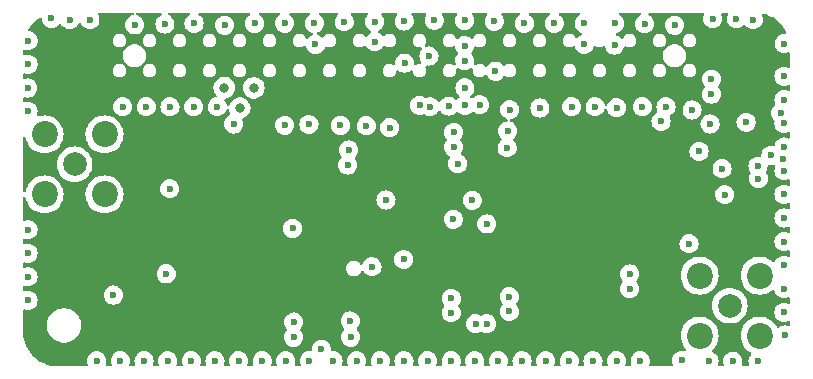
<source format=gbr>
%TF.GenerationSoftware,KiCad,Pcbnew,8.0.6*%
%TF.CreationDate,2024-11-17T19:32:38+08:00*%
%TF.ProjectId,RFM69HCW_v6,52464d36-3948-4435-975f-76362e6b6963,rev?*%
%TF.SameCoordinates,Original*%
%TF.FileFunction,Copper,L2,Inr*%
%TF.FilePolarity,Positive*%
%FSLAX46Y46*%
G04 Gerber Fmt 4.6, Leading zero omitted, Abs format (unit mm)*
G04 Created by KiCad (PCBNEW 8.0.6) date 2024-11-17 19:32:38*
%MOMM*%
%LPD*%
G01*
G04 APERTURE LIST*
%TA.AperFunction,ComponentPad*%
%ADD10C,2.000000*%
%TD*%
%TA.AperFunction,ComponentPad*%
%ADD11C,2.200000*%
%TD*%
%TA.AperFunction,ViaPad*%
%ADD12C,0.600000*%
%TD*%
%TA.AperFunction,ViaPad*%
%ADD13C,0.800000*%
%TD*%
%TA.AperFunction,ViaPad*%
%ADD14C,1.000000*%
%TD*%
G04 APERTURE END LIST*
D10*
%TO.N,ANT433*%
%TO.C,REF\u002A\u002A*%
X135800000Y-89320000D03*
D11*
%TO.N,GND*%
X138340000Y-91860000D03*
X133260000Y-86780000D03*
X133260000Y-91860000D03*
X138340000Y-86780000D03*
%TD*%
D10*
%TO.N,ANT915*%
%TO.C,REF\u002A\u002A*%
X191270000Y-101280000D03*
D11*
%TO.N,GND*%
X188730000Y-98740000D03*
X193810000Y-103820000D03*
X193810000Y-98740000D03*
X188730000Y-103820000D03*
%TD*%
D12*
%TO.N,GND*%
X139690000Y-105950000D03*
X155650000Y-85940000D03*
X187220000Y-105920000D03*
X172610000Y-101770000D03*
X195870000Y-99860000D03*
X184060000Y-77420000D03*
X153690000Y-105950000D03*
D13*
X149790000Y-84560000D03*
D12*
X145920000Y-77390000D03*
X169750000Y-102820000D03*
X183690000Y-105950000D03*
X192660000Y-85750000D03*
X148510000Y-77540000D03*
X195870000Y-83860000D03*
X153600000Y-86010000D03*
X193660000Y-89480000D03*
X193670000Y-105990000D03*
X143880000Y-84440000D03*
X161689999Y-105950000D03*
X159190000Y-103950000D03*
X181520000Y-77390000D03*
X168850000Y-82840000D03*
X143690000Y-105950000D03*
X145690000Y-105950000D03*
X170110000Y-84280000D03*
X141880000Y-84440000D03*
X131870000Y-80840000D03*
X195870000Y-89860000D03*
X177690000Y-105950000D03*
X139090000Y-100385000D03*
X189520000Y-106000000D03*
X190860000Y-91880000D03*
X170700000Y-102810000D03*
X195870000Y-97860000D03*
X137100001Y-77070000D03*
X147690000Y-105950000D03*
X177880000Y-84440000D03*
X171340000Y-77200000D03*
X167690000Y-105950000D03*
X167480000Y-84390000D03*
X157690000Y-105950000D03*
X151690000Y-105950000D03*
X188090000Y-84710000D03*
X169690000Y-105950000D03*
X195870000Y-91860000D03*
X181530000Y-79220000D03*
X172430000Y-87920000D03*
X163690000Y-105950000D03*
X194760000Y-88550000D03*
X172650000Y-84690000D03*
X187830000Y-96050000D03*
X195870000Y-93859999D03*
X193710000Y-90530000D03*
X172610000Y-100510000D03*
X158310000Y-86030000D03*
X165880000Y-84440000D03*
X141690000Y-105950000D03*
X153600000Y-77370000D03*
X131870000Y-84840000D03*
X195870000Y-95860000D03*
X163720000Y-77180000D03*
X172470000Y-86500000D03*
X195590000Y-84970000D03*
X131870000Y-96840000D03*
X195870000Y-85860000D03*
X149270000Y-85900000D03*
X195870000Y-87860000D03*
D13*
X150980000Y-82840000D03*
D12*
X166250000Y-77110000D03*
X188680000Y-88230000D03*
X131870000Y-78839999D03*
X167900000Y-87870000D03*
X165690000Y-105950000D03*
X158930000Y-89380000D03*
X182790000Y-98600000D03*
X179880000Y-84440000D03*
X154360000Y-102670000D03*
X181690000Y-84510000D03*
X179690000Y-105950000D03*
X133850000Y-76970000D03*
X155690000Y-105950000D03*
X195900000Y-79090000D03*
X151040000Y-77390000D03*
X143450000Y-77440000D03*
X186610000Y-77540000D03*
X149689999Y-105950000D03*
X168830000Y-80530000D03*
X178950000Y-77390000D03*
X190630000Y-89680000D03*
X195870000Y-81859999D03*
X140890000Y-77510000D03*
X189730000Y-83370000D03*
X195870000Y-101860000D03*
D13*
X148480000Y-82830000D03*
D12*
X131870000Y-94840000D03*
X137689999Y-105950000D03*
X175690000Y-105950000D03*
X193260000Y-77080000D03*
X143860000Y-91380000D03*
X167690000Y-101870000D03*
X189730000Y-82110000D03*
X135390000Y-77080000D03*
X131870000Y-98840000D03*
X154350000Y-103960000D03*
X167710000Y-100670000D03*
X158630000Y-77250000D03*
X156690000Y-104980000D03*
X181690000Y-105950000D03*
X175200000Y-84550000D03*
X131830000Y-82850000D03*
X168830000Y-77130000D03*
X176420000Y-77380000D03*
X161200000Y-77230000D03*
X191530000Y-105980000D03*
X195790000Y-88880000D03*
X182790000Y-99860000D03*
X191840001Y-76980000D03*
X168830000Y-79270000D03*
X195920000Y-103760000D03*
X160510000Y-86050000D03*
X167900000Y-86610000D03*
X147880000Y-84440000D03*
X189610000Y-85900000D03*
X145880000Y-84440000D03*
X189840000Y-76980000D03*
X185880000Y-84440000D03*
X159010000Y-88100000D03*
X156110000Y-77380000D03*
X131870000Y-100840000D03*
X159150000Y-102580000D03*
X173689999Y-105950000D03*
X178950000Y-79160000D03*
X159690000Y-105950000D03*
X173880000Y-77390000D03*
X139879999Y-84440000D03*
X183880000Y-84440000D03*
X171690000Y-105950000D03*
D14*
%TO.N,3v3*%
X159950000Y-84560000D03*
X139110000Y-95780000D03*
X187810000Y-91920000D03*
D12*
%TO.N,MOSI*%
X162470000Y-86210000D03*
%TO.N,MISO*%
X165010000Y-84310000D03*
X160980000Y-97990000D03*
X168240000Y-89260000D03*
%TO.N,SLCK*%
X169470000Y-92360002D03*
X167870000Y-93970000D03*
X163680000Y-97370000D03*
X168850000Y-84330000D03*
%TO.N,CS0*%
X165810000Y-80150000D03*
X154260000Y-94750000D03*
%TO.N,RST*%
X163740000Y-80750000D03*
X162165000Y-92335000D03*
%TO.N,INTER433*%
X156200000Y-79170000D03*
X143582500Y-98592500D03*
%TO.N,CS1*%
X170690000Y-94360002D03*
X171430000Y-81430000D03*
%TO.N,INTER915*%
X161220000Y-78930000D03*
X185460000Y-85680000D03*
%TD*%
%TA.AperFunction,Conductor*%
%TO.N,3v3*%
G36*
X140754497Y-76490185D02*
G01*
X140800252Y-76542989D01*
X140810196Y-76612147D01*
X140781171Y-76675703D01*
X140722393Y-76713477D01*
X140715047Y-76715392D01*
X140708955Y-76716782D01*
X140536982Y-76776958D01*
X140382718Y-76873889D01*
X140253889Y-77002718D01*
X140156958Y-77156982D01*
X140096782Y-77328953D01*
X140096781Y-77328958D01*
X140076384Y-77509996D01*
X140076384Y-77510003D01*
X140096781Y-77691041D01*
X140096782Y-77691046D01*
X140156958Y-77863017D01*
X140232376Y-77983043D01*
X140253889Y-78017281D01*
X140382719Y-78146111D01*
X140536985Y-78243043D01*
X140682295Y-78293889D01*
X140708953Y-78303217D01*
X140708958Y-78303218D01*
X140889996Y-78323616D01*
X140890000Y-78323616D01*
X140890004Y-78323616D01*
X141071041Y-78303218D01*
X141071044Y-78303217D01*
X141071047Y-78303217D01*
X141243015Y-78243043D01*
X141397281Y-78146111D01*
X141526111Y-78017281D01*
X141623043Y-77863015D01*
X141683217Y-77691047D01*
X141683218Y-77691041D01*
X141703616Y-77510003D01*
X141703616Y-77509996D01*
X141683218Y-77328958D01*
X141683217Y-77328953D01*
X141663427Y-77272397D01*
X141623043Y-77156985D01*
X141526111Y-77002719D01*
X141397281Y-76873889D01*
X141285877Y-76803889D01*
X141243017Y-76776958D01*
X141243016Y-76776957D01*
X141243015Y-76776957D01*
X141071047Y-76716783D01*
X141071046Y-76716782D01*
X141071044Y-76716782D01*
X141064953Y-76715392D01*
X141003973Y-76681285D01*
X140971114Y-76619624D01*
X140976807Y-76549987D01*
X141019245Y-76494482D01*
X141084955Y-76470732D01*
X141092542Y-76470500D01*
X143044713Y-76470500D01*
X143111752Y-76490185D01*
X143157507Y-76542989D01*
X143167451Y-76612147D01*
X143138426Y-76675703D01*
X143102723Y-76703001D01*
X143102881Y-76703252D01*
X143100154Y-76704965D01*
X143098512Y-76706221D01*
X143096987Y-76706954D01*
X142942718Y-76803889D01*
X142813889Y-76932718D01*
X142716958Y-77086982D01*
X142656782Y-77258953D01*
X142656781Y-77258958D01*
X142636384Y-77439996D01*
X142636384Y-77440003D01*
X142656781Y-77621041D01*
X142656782Y-77621046D01*
X142685860Y-77704146D01*
X142710029Y-77773217D01*
X142716958Y-77793017D01*
X142792376Y-77913043D01*
X142813889Y-77947281D01*
X142942719Y-78076111D01*
X143096985Y-78173043D01*
X143224911Y-78217806D01*
X143268953Y-78233217D01*
X143268958Y-78233218D01*
X143449996Y-78253616D01*
X143450000Y-78253616D01*
X143450004Y-78253616D01*
X143631041Y-78233218D01*
X143631044Y-78233217D01*
X143631047Y-78233217D01*
X143803015Y-78173043D01*
X143957281Y-78076111D01*
X144086111Y-77947281D01*
X144183043Y-77793015D01*
X144243217Y-77621047D01*
X144243218Y-77621041D01*
X144263616Y-77440003D01*
X144263616Y-77439996D01*
X144243218Y-77258958D01*
X144243217Y-77258953D01*
X144233086Y-77230000D01*
X144183043Y-77086985D01*
X144086111Y-76932719D01*
X143957281Y-76803889D01*
X143949433Y-76798958D01*
X143803012Y-76706954D01*
X143801488Y-76706221D01*
X143800672Y-76705485D01*
X143797119Y-76703252D01*
X143797510Y-76702629D01*
X143749627Y-76659400D01*
X143731313Y-76591973D01*
X143752359Y-76525349D01*
X143806085Y-76480679D01*
X143855287Y-76470500D01*
X145433316Y-76470500D01*
X145500355Y-76490185D01*
X145546110Y-76542989D01*
X145556054Y-76612147D01*
X145527029Y-76675703D01*
X145499288Y-76699494D01*
X145412718Y-76753889D01*
X145283889Y-76882718D01*
X145186958Y-77036982D01*
X145126782Y-77208953D01*
X145126781Y-77208958D01*
X145106384Y-77389996D01*
X145106384Y-77390003D01*
X145126781Y-77571041D01*
X145126782Y-77571046D01*
X145149959Y-77637281D01*
X145179959Y-77723017D01*
X145186958Y-77743017D01*
X145268769Y-77873217D01*
X145283889Y-77897281D01*
X145412719Y-78026111D01*
X145566985Y-78123043D01*
X145718645Y-78176111D01*
X145738953Y-78183217D01*
X145738958Y-78183218D01*
X145919996Y-78203616D01*
X145920000Y-78203616D01*
X145920004Y-78203616D01*
X146101041Y-78183218D01*
X146101044Y-78183217D01*
X146101047Y-78183217D01*
X146273015Y-78123043D01*
X146427281Y-78026111D01*
X146556111Y-77897281D01*
X146653043Y-77743015D01*
X146713217Y-77571047D01*
X146714344Y-77561046D01*
X146716716Y-77539996D01*
X147696384Y-77539996D01*
X147696384Y-77540003D01*
X147716781Y-77721041D01*
X147716782Y-77721046D01*
X147748973Y-77813041D01*
X147771451Y-77877281D01*
X147776958Y-77893017D01*
X147855039Y-78017281D01*
X147873889Y-78047281D01*
X148002719Y-78176111D01*
X148156985Y-78273043D01*
X148299863Y-78323038D01*
X148328953Y-78333217D01*
X148328958Y-78333218D01*
X148509996Y-78353616D01*
X148510000Y-78353616D01*
X148510004Y-78353616D01*
X148691041Y-78333218D01*
X148691044Y-78333217D01*
X148691047Y-78333217D01*
X148863015Y-78273043D01*
X149017281Y-78176111D01*
X149146111Y-78047281D01*
X149243043Y-77893015D01*
X149303217Y-77721047D01*
X149303773Y-77716111D01*
X149323616Y-77540003D01*
X149323616Y-77539996D01*
X149303218Y-77358958D01*
X149303217Y-77358953D01*
X149298299Y-77344899D01*
X149243043Y-77186985D01*
X149146111Y-77032719D01*
X149017281Y-76903889D01*
X148974459Y-76876982D01*
X148863017Y-76806958D01*
X148863016Y-76806957D01*
X148863015Y-76806957D01*
X148777360Y-76776985D01*
X148691046Y-76746782D01*
X148691041Y-76746781D01*
X148510004Y-76726384D01*
X148509996Y-76726384D01*
X148328958Y-76746781D01*
X148328953Y-76746782D01*
X148156982Y-76806958D01*
X148002718Y-76903889D01*
X147873889Y-77032718D01*
X147776958Y-77186982D01*
X147716782Y-77358953D01*
X147716781Y-77358958D01*
X147696384Y-77539996D01*
X146716716Y-77539996D01*
X146733616Y-77390003D01*
X146733616Y-77389996D01*
X146713218Y-77208958D01*
X146713217Y-77208953D01*
X146703086Y-77180000D01*
X146653043Y-77036985D01*
X146556111Y-76882719D01*
X146427281Y-76753889D01*
X146340711Y-76699493D01*
X146294421Y-76647159D01*
X146283773Y-76578105D01*
X146312148Y-76514257D01*
X146370538Y-76475885D01*
X146406684Y-76470500D01*
X150553316Y-76470500D01*
X150620355Y-76490185D01*
X150666110Y-76542989D01*
X150676054Y-76612147D01*
X150647029Y-76675703D01*
X150619288Y-76699494D01*
X150532718Y-76753889D01*
X150403889Y-76882718D01*
X150306958Y-77036982D01*
X150246782Y-77208953D01*
X150246781Y-77208958D01*
X150226384Y-77389996D01*
X150226384Y-77390003D01*
X150246781Y-77571041D01*
X150246782Y-77571046D01*
X150269959Y-77637281D01*
X150299959Y-77723017D01*
X150306958Y-77743017D01*
X150388769Y-77873217D01*
X150403889Y-77897281D01*
X150532719Y-78026111D01*
X150686985Y-78123043D01*
X150838645Y-78176111D01*
X150858953Y-78183217D01*
X150858958Y-78183218D01*
X151039996Y-78203616D01*
X151040000Y-78203616D01*
X151040004Y-78203616D01*
X151221041Y-78183218D01*
X151221044Y-78183217D01*
X151221047Y-78183217D01*
X151393015Y-78123043D01*
X151547281Y-78026111D01*
X151676111Y-77897281D01*
X151773043Y-77743015D01*
X151833217Y-77571047D01*
X151834344Y-77561046D01*
X151853616Y-77390003D01*
X151853616Y-77389996D01*
X151833218Y-77208958D01*
X151833217Y-77208953D01*
X151823086Y-77180000D01*
X151773043Y-77036985D01*
X151676111Y-76882719D01*
X151547281Y-76753889D01*
X151460711Y-76699493D01*
X151414421Y-76647159D01*
X151403773Y-76578105D01*
X151432148Y-76514257D01*
X151490538Y-76475885D01*
X151526684Y-76470500D01*
X153081486Y-76470500D01*
X153148525Y-76490185D01*
X153194280Y-76542989D01*
X153204224Y-76612147D01*
X153175199Y-76675703D01*
X153147459Y-76699493D01*
X153092720Y-76733887D01*
X152963889Y-76862718D01*
X152866958Y-77016982D01*
X152806782Y-77188953D01*
X152806781Y-77188958D01*
X152786384Y-77369996D01*
X152786384Y-77370003D01*
X152806781Y-77551041D01*
X152806782Y-77551046D01*
X152831277Y-77621047D01*
X152866268Y-77721047D01*
X152866958Y-77723017D01*
X152942376Y-77843043D01*
X152963889Y-77877281D01*
X153092719Y-78006111D01*
X153246985Y-78103043D01*
X153418953Y-78163217D01*
X153418958Y-78163218D01*
X153599996Y-78183616D01*
X153600000Y-78183616D01*
X153600004Y-78183616D01*
X153781041Y-78163218D01*
X153781044Y-78163217D01*
X153781047Y-78163217D01*
X153953015Y-78103043D01*
X154107281Y-78006111D01*
X154236111Y-77877281D01*
X154333043Y-77723015D01*
X154393217Y-77551047D01*
X154393891Y-77545064D01*
X154413616Y-77370003D01*
X154413616Y-77369996D01*
X154393218Y-77188958D01*
X154393217Y-77188953D01*
X154379951Y-77151042D01*
X154333043Y-77016985D01*
X154236111Y-76862719D01*
X154107281Y-76733889D01*
X154107279Y-76733887D01*
X154052541Y-76699493D01*
X154006251Y-76647159D01*
X153995603Y-76578105D01*
X154023978Y-76514257D01*
X154082368Y-76475885D01*
X154118514Y-76470500D01*
X155607401Y-76470500D01*
X155674440Y-76490185D01*
X155720195Y-76542989D01*
X155730139Y-76612147D01*
X155701114Y-76675703D01*
X155673373Y-76699494D01*
X155602718Y-76743889D01*
X155473889Y-76872718D01*
X155376958Y-77026982D01*
X155316782Y-77198953D01*
X155316781Y-77198958D01*
X155296384Y-77379996D01*
X155296384Y-77380003D01*
X155316781Y-77561041D01*
X155316782Y-77561046D01*
X155337777Y-77621046D01*
X155366469Y-77703043D01*
X155376958Y-77733017D01*
X155427241Y-77813041D01*
X155473889Y-77887281D01*
X155602719Y-78016111D01*
X155756985Y-78113043D01*
X155928450Y-78173041D01*
X155930345Y-78173704D01*
X155987121Y-78214426D01*
X156012868Y-78279379D01*
X155999412Y-78347941D01*
X155951024Y-78398343D01*
X155930345Y-78407787D01*
X155846988Y-78436955D01*
X155846984Y-78436956D01*
X155692720Y-78533888D01*
X155570994Y-78655614D01*
X155509671Y-78689098D01*
X155439979Y-78684114D01*
X155384046Y-78642242D01*
X155375934Y-78629946D01*
X155302513Y-78502775D01*
X155197225Y-78397487D01*
X155197224Y-78397486D01*
X155197221Y-78397484D01*
X155068277Y-78323039D01*
X155068276Y-78323038D01*
X155032318Y-78313403D01*
X154924450Y-78284500D01*
X154775550Y-78284500D01*
X154705698Y-78303217D01*
X154631723Y-78323038D01*
X154631722Y-78323039D01*
X154502778Y-78397484D01*
X154502773Y-78397488D01*
X154397488Y-78502773D01*
X154397484Y-78502778D01*
X154323039Y-78631722D01*
X154323038Y-78631723D01*
X154311226Y-78675808D01*
X154284500Y-78775550D01*
X154284500Y-78924450D01*
X154301784Y-78988953D01*
X154323038Y-79068276D01*
X154323039Y-79068277D01*
X154397484Y-79197221D01*
X154397486Y-79197224D01*
X154397487Y-79197225D01*
X154502775Y-79302513D01*
X154502776Y-79302514D01*
X154502778Y-79302515D01*
X154537239Y-79322411D01*
X154631725Y-79376962D01*
X154775550Y-79415500D01*
X154775553Y-79415500D01*
X154924447Y-79415500D01*
X154924450Y-79415500D01*
X155068275Y-79376962D01*
X155197225Y-79302513D01*
X155200335Y-79299402D01*
X155203604Y-79297617D01*
X155203670Y-79297567D01*
X155203677Y-79297577D01*
X155261654Y-79265915D01*
X155331346Y-79270896D01*
X155387282Y-79312764D01*
X155405061Y-79346125D01*
X155406782Y-79351045D01*
X155406783Y-79351047D01*
X155463458Y-79513016D01*
X155466958Y-79523017D01*
X155531534Y-79625788D01*
X155563889Y-79677281D01*
X155692719Y-79806111D01*
X155846985Y-79903043D01*
X156000560Y-79956781D01*
X156018953Y-79963217D01*
X156018958Y-79963218D01*
X156199996Y-79983616D01*
X156200000Y-79983616D01*
X156200004Y-79983616D01*
X156381041Y-79963218D01*
X156381044Y-79963217D01*
X156381047Y-79963217D01*
X156553015Y-79903043D01*
X156707281Y-79806111D01*
X156836111Y-79677281D01*
X156933043Y-79523015D01*
X156966245Y-79428128D01*
X157006966Y-79371354D01*
X157071918Y-79345606D01*
X157140480Y-79359062D01*
X157145250Y-79361676D01*
X157171725Y-79376962D01*
X157315550Y-79415500D01*
X157315553Y-79415500D01*
X157464447Y-79415500D01*
X157464450Y-79415500D01*
X157608275Y-79376962D01*
X157737225Y-79302513D01*
X157842513Y-79197225D01*
X157916962Y-79068275D01*
X157955500Y-78924450D01*
X157955500Y-78775550D01*
X157916962Y-78631725D01*
X157872003Y-78553854D01*
X157842515Y-78502778D01*
X157842514Y-78502776D01*
X157842513Y-78502775D01*
X157737225Y-78397487D01*
X157737224Y-78397486D01*
X157737221Y-78397484D01*
X157608277Y-78323039D01*
X157608276Y-78323038D01*
X157572318Y-78313403D01*
X157464450Y-78284500D01*
X157315550Y-78284500D01*
X157245698Y-78303217D01*
X157171723Y-78323038D01*
X157171722Y-78323039D01*
X157042778Y-78397484D01*
X157042773Y-78397488D01*
X156937488Y-78502773D01*
X156937486Y-78502776D01*
X156922635Y-78528498D01*
X156872066Y-78576712D01*
X156803459Y-78589933D01*
X156738595Y-78563964D01*
X156727568Y-78554176D01*
X156707281Y-78533889D01*
X156553015Y-78436956D01*
X156553011Y-78436955D01*
X156379654Y-78376294D01*
X156322878Y-78335573D01*
X156297131Y-78270620D01*
X156310587Y-78202058D01*
X156358975Y-78151655D01*
X156379647Y-78142214D01*
X156463015Y-78113043D01*
X156617281Y-78016111D01*
X156746111Y-77887281D01*
X156843043Y-77733015D01*
X156903217Y-77561047D01*
X156903218Y-77561041D01*
X156923616Y-77380003D01*
X156923616Y-77379996D01*
X156903218Y-77198958D01*
X156903217Y-77198953D01*
X156886454Y-77151047D01*
X156843043Y-77026985D01*
X156746111Y-76872719D01*
X156617281Y-76743889D01*
X156546627Y-76699494D01*
X156500336Y-76647159D01*
X156489688Y-76578105D01*
X156518063Y-76514257D01*
X156576453Y-76475885D01*
X156612599Y-76470500D01*
X157966746Y-76470500D01*
X158033785Y-76490185D01*
X158079540Y-76542989D01*
X158089484Y-76612147D01*
X158060459Y-76675703D01*
X158054427Y-76682181D01*
X157993889Y-76742718D01*
X157896958Y-76896982D01*
X157836782Y-77068953D01*
X157836781Y-77068958D01*
X157816384Y-77249996D01*
X157816384Y-77250003D01*
X157836781Y-77431041D01*
X157836782Y-77431046D01*
X157852961Y-77477281D01*
X157896268Y-77601047D01*
X157896958Y-77603017D01*
X157952271Y-77691046D01*
X157993889Y-77757281D01*
X158122719Y-77886111D01*
X158276985Y-77983043D01*
X158440062Y-78040106D01*
X158448953Y-78043217D01*
X158448958Y-78043218D01*
X158629996Y-78063616D01*
X158630000Y-78063616D01*
X158630004Y-78063616D01*
X158811041Y-78043218D01*
X158811044Y-78043217D01*
X158811047Y-78043217D01*
X158983015Y-77983043D01*
X159137281Y-77886111D01*
X159266111Y-77757281D01*
X159363043Y-77603015D01*
X159423217Y-77431047D01*
X159424122Y-77423015D01*
X159443616Y-77250003D01*
X159443616Y-77249996D01*
X159423218Y-77068958D01*
X159423217Y-77068953D01*
X159405721Y-77018953D01*
X159363043Y-76896985D01*
X159266111Y-76742719D01*
X159205573Y-76682181D01*
X159172088Y-76620858D01*
X159177072Y-76551166D01*
X159218944Y-76495233D01*
X159284408Y-76470816D01*
X159293254Y-76470500D01*
X160516746Y-76470500D01*
X160583785Y-76490185D01*
X160629540Y-76542989D01*
X160639484Y-76612147D01*
X160610459Y-76675703D01*
X160604427Y-76682181D01*
X160563889Y-76722718D01*
X160466958Y-76876982D01*
X160406782Y-77048953D01*
X160406781Y-77048958D01*
X160386384Y-77229996D01*
X160386384Y-77230003D01*
X160406781Y-77411041D01*
X160406782Y-77411046D01*
X160447949Y-77528693D01*
X160461273Y-77566772D01*
X160466958Y-77583017D01*
X160545039Y-77707281D01*
X160563889Y-77737281D01*
X160692719Y-77866111D01*
X160735540Y-77893017D01*
X160846984Y-77963043D01*
X160846987Y-77963044D01*
X160857321Y-77966660D01*
X160914098Y-78007380D01*
X160939847Y-78072332D01*
X160926392Y-78140894D01*
X160878006Y-78191298D01*
X160870173Y-78195421D01*
X160866987Y-78196955D01*
X160712718Y-78293889D01*
X160583889Y-78422718D01*
X160583885Y-78422723D01*
X160558014Y-78463896D01*
X160505679Y-78510186D01*
X160436625Y-78520833D01*
X160372777Y-78492457D01*
X160365341Y-78485603D01*
X160277226Y-78397488D01*
X160277221Y-78397484D01*
X160148277Y-78323039D01*
X160148276Y-78323038D01*
X160112318Y-78313403D01*
X160004450Y-78284500D01*
X159855550Y-78284500D01*
X159785698Y-78303217D01*
X159711723Y-78323038D01*
X159711722Y-78323039D01*
X159582778Y-78397484D01*
X159582773Y-78397488D01*
X159477488Y-78502773D01*
X159477484Y-78502778D01*
X159403039Y-78631722D01*
X159403038Y-78631723D01*
X159391226Y-78675808D01*
X159364500Y-78775550D01*
X159364500Y-78924450D01*
X159381784Y-78988953D01*
X159403038Y-79068276D01*
X159403039Y-79068277D01*
X159477484Y-79197221D01*
X159477486Y-79197224D01*
X159477487Y-79197225D01*
X159582775Y-79302513D01*
X159582776Y-79302514D01*
X159582778Y-79302515D01*
X159617239Y-79322411D01*
X159711725Y-79376962D01*
X159855550Y-79415500D01*
X159855553Y-79415500D01*
X160004447Y-79415500D01*
X160004450Y-79415500D01*
X160148275Y-79376962D01*
X160277225Y-79302513D01*
X160303602Y-79276135D01*
X160364921Y-79242652D01*
X160434613Y-79247636D01*
X160490547Y-79289506D01*
X160496274Y-79297845D01*
X160583887Y-79437279D01*
X160583889Y-79437281D01*
X160712719Y-79566111D01*
X160866985Y-79663043D01*
X161022732Y-79717541D01*
X161038953Y-79723217D01*
X161038958Y-79723218D01*
X161219996Y-79743616D01*
X161220000Y-79743616D01*
X161220004Y-79743616D01*
X161401041Y-79723218D01*
X161401044Y-79723217D01*
X161401047Y-79723217D01*
X161573015Y-79663043D01*
X161727281Y-79566111D01*
X161856111Y-79437281D01*
X161928289Y-79322409D01*
X161980622Y-79276119D01*
X162049676Y-79265470D01*
X162113524Y-79293845D01*
X162120963Y-79300701D01*
X162122775Y-79302513D01*
X162122776Y-79302514D01*
X162122778Y-79302515D01*
X162157239Y-79322411D01*
X162251725Y-79376962D01*
X162395550Y-79415500D01*
X162395553Y-79415500D01*
X162544447Y-79415500D01*
X162544450Y-79415500D01*
X162688275Y-79376962D01*
X162817225Y-79302513D01*
X162922513Y-79197225D01*
X162996962Y-79068275D01*
X163035500Y-78924450D01*
X163035500Y-78775550D01*
X162996962Y-78631725D01*
X162952003Y-78553854D01*
X162922515Y-78502778D01*
X162922514Y-78502776D01*
X162922513Y-78502775D01*
X162817225Y-78397487D01*
X162817224Y-78397486D01*
X162817221Y-78397484D01*
X162688277Y-78323039D01*
X162688276Y-78323038D01*
X162652318Y-78313403D01*
X162544450Y-78284500D01*
X162395550Y-78284500D01*
X162325698Y-78303217D01*
X162251723Y-78323038D01*
X162251722Y-78323039D01*
X162122778Y-78397484D01*
X162059223Y-78461039D01*
X161997899Y-78494523D01*
X161928208Y-78489538D01*
X161872274Y-78447667D01*
X161866549Y-78439331D01*
X161865056Y-78436955D01*
X161856111Y-78422719D01*
X161727281Y-78293889D01*
X161712339Y-78284500D01*
X161573014Y-78196956D01*
X161562674Y-78193338D01*
X161505898Y-78152616D01*
X161480152Y-78087663D01*
X161493609Y-78019101D01*
X161541997Y-77968699D01*
X161549840Y-77964571D01*
X161553002Y-77963047D01*
X161553015Y-77963043D01*
X161707281Y-77866111D01*
X161836111Y-77737281D01*
X161933043Y-77583015D01*
X161993217Y-77411047D01*
X161995588Y-77390003D01*
X162013616Y-77230003D01*
X162013616Y-77229996D01*
X161993218Y-77048958D01*
X161993217Y-77048953D01*
X161982721Y-77018958D01*
X161933043Y-76876985D01*
X161836111Y-76722719D01*
X161795573Y-76682181D01*
X161762088Y-76620858D01*
X161767072Y-76551166D01*
X161808944Y-76495233D01*
X161874408Y-76470816D01*
X161883254Y-76470500D01*
X162987665Y-76470500D01*
X163054704Y-76490185D01*
X163100459Y-76542989D01*
X163110403Y-76612147D01*
X163086944Y-76666414D01*
X163087594Y-76666823D01*
X163084946Y-76671036D01*
X163084610Y-76671815D01*
X163083890Y-76672717D01*
X162986958Y-76826982D01*
X162926782Y-76998953D01*
X162926781Y-76998958D01*
X162906384Y-77179996D01*
X162906384Y-77180003D01*
X162926781Y-77361041D01*
X162926782Y-77361046D01*
X162951966Y-77433016D01*
X162978902Y-77509996D01*
X162986958Y-77533017D01*
X163042271Y-77621046D01*
X163083889Y-77687281D01*
X163212719Y-77816111D01*
X163366985Y-77913043D01*
X163514244Y-77964571D01*
X163538953Y-77973217D01*
X163538958Y-77973218D01*
X163719996Y-77993616D01*
X163720000Y-77993616D01*
X163720004Y-77993616D01*
X163901041Y-77973218D01*
X163901044Y-77973217D01*
X163901047Y-77973217D01*
X164073015Y-77913043D01*
X164227281Y-77816111D01*
X164356111Y-77687281D01*
X164453043Y-77533015D01*
X164513217Y-77361047D01*
X164513218Y-77361041D01*
X164533616Y-77180003D01*
X164533616Y-77179996D01*
X164513218Y-76998958D01*
X164513217Y-76998953D01*
X164495721Y-76948953D01*
X164453043Y-76826985D01*
X164356111Y-76672719D01*
X164356109Y-76672717D01*
X164355390Y-76671815D01*
X164355106Y-76671121D01*
X164352406Y-76666823D01*
X164353158Y-76666350D01*
X164328980Y-76607129D01*
X164341734Y-76538433D01*
X164389604Y-76487538D01*
X164452335Y-76470500D01*
X165472606Y-76470500D01*
X165539645Y-76490185D01*
X165585400Y-76542989D01*
X165595344Y-76612147D01*
X165577600Y-76660472D01*
X165516958Y-76756982D01*
X165456782Y-76928953D01*
X165456781Y-76928958D01*
X165436384Y-77109996D01*
X165436384Y-77110003D01*
X165456781Y-77291041D01*
X165456782Y-77291046D01*
X165481277Y-77361047D01*
X165508902Y-77439996D01*
X165516958Y-77463017D01*
X165584838Y-77571047D01*
X165613889Y-77617281D01*
X165742719Y-77746111D01*
X165896985Y-77843043D01*
X166039803Y-77893017D01*
X166068953Y-77903217D01*
X166068958Y-77903218D01*
X166249996Y-77923616D01*
X166250000Y-77923616D01*
X166250004Y-77923616D01*
X166431041Y-77903218D01*
X166431044Y-77903217D01*
X166431047Y-77903217D01*
X166603015Y-77843043D01*
X166757281Y-77746111D01*
X166886111Y-77617281D01*
X166983043Y-77463015D01*
X167043217Y-77291047D01*
X167043218Y-77291041D01*
X167063616Y-77110003D01*
X167063616Y-77109996D01*
X167043218Y-76928958D01*
X167043217Y-76928953D01*
X167038520Y-76915529D01*
X166983043Y-76756985D01*
X166942661Y-76692718D01*
X166922400Y-76660472D01*
X166903400Y-76593235D01*
X166923768Y-76526400D01*
X166977036Y-76481186D01*
X167027394Y-76470500D01*
X168065173Y-76470500D01*
X168132212Y-76490185D01*
X168177967Y-76542989D01*
X168187911Y-76612147D01*
X168170167Y-76660472D01*
X168096958Y-76776982D01*
X168036782Y-76948953D01*
X168036781Y-76948958D01*
X168016384Y-77129996D01*
X168016384Y-77130003D01*
X168036781Y-77311041D01*
X168036782Y-77311046D01*
X168075963Y-77423017D01*
X168094009Y-77474591D01*
X168096958Y-77483017D01*
X168180586Y-77616110D01*
X168193889Y-77637281D01*
X168322719Y-77766111D01*
X168476985Y-77863043D01*
X168648953Y-77923217D01*
X168648958Y-77923218D01*
X168829996Y-77943616D01*
X168830000Y-77943616D01*
X168830004Y-77943616D01*
X169011041Y-77923218D01*
X169011044Y-77923217D01*
X169011047Y-77923217D01*
X169183015Y-77863043D01*
X169337281Y-77766111D01*
X169466111Y-77637281D01*
X169563043Y-77483015D01*
X169623217Y-77311047D01*
X169623218Y-77311041D01*
X169643616Y-77130003D01*
X169643616Y-77129996D01*
X169623218Y-76948958D01*
X169623217Y-76948953D01*
X169605721Y-76898953D01*
X169563043Y-76776985D01*
X169525341Y-76716982D01*
X169489833Y-76660472D01*
X169470833Y-76593235D01*
X169491201Y-76526400D01*
X169544468Y-76481186D01*
X169594827Y-76470500D01*
X170626746Y-76470500D01*
X170693785Y-76490185D01*
X170739540Y-76542989D01*
X170749484Y-76612147D01*
X170720459Y-76675703D01*
X170714427Y-76682181D01*
X170703889Y-76692718D01*
X170606958Y-76846982D01*
X170546782Y-77018953D01*
X170546781Y-77018958D01*
X170526384Y-77199996D01*
X170526384Y-77200003D01*
X170546781Y-77381041D01*
X170546782Y-77381046D01*
X170580458Y-77477285D01*
X170606268Y-77551047D01*
X170606958Y-77553017D01*
X170647338Y-77617281D01*
X170703889Y-77707281D01*
X170832719Y-77836111D01*
X170986985Y-77933043D01*
X171158953Y-77993217D01*
X171158958Y-77993218D01*
X171339996Y-78013616D01*
X171340000Y-78013616D01*
X171340004Y-78013616D01*
X171521041Y-77993218D01*
X171521044Y-77993217D01*
X171521047Y-77993217D01*
X171693015Y-77933043D01*
X171847281Y-77836111D01*
X171976111Y-77707281D01*
X172073043Y-77553015D01*
X172133217Y-77381047D01*
X172133335Y-77380000D01*
X172153616Y-77200003D01*
X172153616Y-77199996D01*
X172133218Y-77018958D01*
X172133217Y-77018953D01*
X172119585Y-76979996D01*
X172073043Y-76846985D01*
X171976111Y-76692719D01*
X171965573Y-76682181D01*
X171932088Y-76620858D01*
X171937072Y-76551166D01*
X171978944Y-76495233D01*
X172044408Y-76470816D01*
X172053254Y-76470500D01*
X173393316Y-76470500D01*
X173460355Y-76490185D01*
X173506110Y-76542989D01*
X173516054Y-76612147D01*
X173487029Y-76675703D01*
X173459288Y-76699494D01*
X173372718Y-76753889D01*
X173243889Y-76882718D01*
X173146958Y-77036982D01*
X173086782Y-77208953D01*
X173086781Y-77208958D01*
X173066384Y-77389996D01*
X173066384Y-77390003D01*
X173086781Y-77571041D01*
X173086782Y-77571046D01*
X173109959Y-77637281D01*
X173139959Y-77723017D01*
X173146958Y-77743017D01*
X173228769Y-77873217D01*
X173243889Y-77897281D01*
X173372719Y-78026111D01*
X173526985Y-78123043D01*
X173678645Y-78176111D01*
X173698953Y-78183217D01*
X173698958Y-78183218D01*
X173879996Y-78203616D01*
X173880000Y-78203616D01*
X173880004Y-78203616D01*
X174061041Y-78183218D01*
X174061044Y-78183217D01*
X174061047Y-78183217D01*
X174233015Y-78123043D01*
X174387281Y-78026111D01*
X174516111Y-77897281D01*
X174613043Y-77743015D01*
X174673217Y-77571047D01*
X174674344Y-77561046D01*
X174693616Y-77390003D01*
X174693616Y-77389996D01*
X174673218Y-77208958D01*
X174673217Y-77208953D01*
X174663086Y-77180000D01*
X174613043Y-77036985D01*
X174516111Y-76882719D01*
X174387281Y-76753889D01*
X174300711Y-76699493D01*
X174254421Y-76647159D01*
X174243773Y-76578105D01*
X174272148Y-76514257D01*
X174330538Y-76475885D01*
X174366684Y-76470500D01*
X175917401Y-76470500D01*
X175984440Y-76490185D01*
X176030195Y-76542989D01*
X176040139Y-76612147D01*
X176011114Y-76675703D01*
X175983373Y-76699494D01*
X175912718Y-76743889D01*
X175783889Y-76872718D01*
X175686958Y-77026982D01*
X175626782Y-77198953D01*
X175626781Y-77198958D01*
X175606384Y-77379996D01*
X175606384Y-77380003D01*
X175626781Y-77561041D01*
X175626782Y-77561046D01*
X175647777Y-77621046D01*
X175676469Y-77703043D01*
X175686958Y-77733017D01*
X175737241Y-77813041D01*
X175783889Y-77887281D01*
X175912719Y-78016111D01*
X176066985Y-78113043D01*
X176229156Y-78169789D01*
X176238953Y-78173217D01*
X176238958Y-78173218D01*
X176419996Y-78193616D01*
X176420000Y-78193616D01*
X176420004Y-78193616D01*
X176601041Y-78173218D01*
X176601044Y-78173217D01*
X176601047Y-78173217D01*
X176773015Y-78113043D01*
X176927281Y-78016111D01*
X177056111Y-77887281D01*
X177153043Y-77733015D01*
X177213217Y-77561047D01*
X177213218Y-77561041D01*
X177233616Y-77380003D01*
X177233616Y-77379996D01*
X177213218Y-77198958D01*
X177213217Y-77198953D01*
X177196454Y-77151047D01*
X177153043Y-77026985D01*
X177056111Y-76872719D01*
X176927281Y-76743889D01*
X176856627Y-76699494D01*
X176810336Y-76647159D01*
X176799688Y-76578105D01*
X176828063Y-76514257D01*
X176886453Y-76475885D01*
X176922599Y-76470500D01*
X178463316Y-76470500D01*
X178530355Y-76490185D01*
X178576110Y-76542989D01*
X178586054Y-76612147D01*
X178557029Y-76675703D01*
X178529288Y-76699494D01*
X178442718Y-76753889D01*
X178313889Y-76882718D01*
X178216958Y-77036982D01*
X178156782Y-77208953D01*
X178156781Y-77208958D01*
X178136384Y-77389996D01*
X178136384Y-77390003D01*
X178156781Y-77571041D01*
X178156782Y-77571046D01*
X178179959Y-77637281D01*
X178209959Y-77723017D01*
X178216958Y-77743017D01*
X178298769Y-77873217D01*
X178313889Y-77897281D01*
X178442719Y-78026111D01*
X178443152Y-78026383D01*
X178596984Y-78123043D01*
X178596988Y-78123044D01*
X178696767Y-78157959D01*
X178753543Y-78198680D01*
X178779290Y-78263633D01*
X178765834Y-78332195D01*
X178717446Y-78382597D01*
X178696767Y-78392041D01*
X178596988Y-78426955D01*
X178596984Y-78426956D01*
X178442720Y-78523888D01*
X178387072Y-78579536D01*
X178325748Y-78613020D01*
X178256056Y-78608035D01*
X178200123Y-78566164D01*
X178192004Y-78553854D01*
X178162515Y-78502778D01*
X178162514Y-78502776D01*
X178162513Y-78502775D01*
X178057225Y-78397487D01*
X178057224Y-78397486D01*
X178057221Y-78397484D01*
X177928277Y-78323039D01*
X177928276Y-78323038D01*
X177892318Y-78313403D01*
X177784450Y-78284500D01*
X177635550Y-78284500D01*
X177565698Y-78303217D01*
X177491723Y-78323038D01*
X177491722Y-78323039D01*
X177362778Y-78397484D01*
X177362773Y-78397488D01*
X177257488Y-78502773D01*
X177257484Y-78502778D01*
X177183039Y-78631722D01*
X177183038Y-78631723D01*
X177171226Y-78675808D01*
X177144500Y-78775550D01*
X177144500Y-78924450D01*
X177161784Y-78988953D01*
X177183038Y-79068276D01*
X177183039Y-79068277D01*
X177257484Y-79197221D01*
X177257486Y-79197224D01*
X177257487Y-79197225D01*
X177362775Y-79302513D01*
X177362776Y-79302514D01*
X177362778Y-79302515D01*
X177397239Y-79322411D01*
X177491725Y-79376962D01*
X177635550Y-79415500D01*
X177635553Y-79415500D01*
X177784447Y-79415500D01*
X177784450Y-79415500D01*
X177928275Y-79376962D01*
X177999222Y-79336000D01*
X178067121Y-79319528D01*
X178133148Y-79342380D01*
X178176338Y-79397301D01*
X178178260Y-79402425D01*
X178212872Y-79501342D01*
X178216958Y-79513017D01*
X178274596Y-79604747D01*
X178313889Y-79667281D01*
X178442719Y-79796111D01*
X178596985Y-79893043D01*
X178740709Y-79943334D01*
X178768953Y-79953217D01*
X178768958Y-79953218D01*
X178949996Y-79973616D01*
X178950000Y-79973616D01*
X178950004Y-79973616D01*
X179131041Y-79953218D01*
X179131044Y-79953217D01*
X179131047Y-79953217D01*
X179303015Y-79893043D01*
X179457281Y-79796111D01*
X179586111Y-79667281D01*
X179683043Y-79513015D01*
X179731821Y-79373612D01*
X179772541Y-79316839D01*
X179837494Y-79291091D01*
X179906056Y-79304547D01*
X179910861Y-79307181D01*
X180031725Y-79376962D01*
X180175550Y-79415500D01*
X180175553Y-79415500D01*
X180324447Y-79415500D01*
X180324450Y-79415500D01*
X180468275Y-79376962D01*
X180555160Y-79326798D01*
X180623056Y-79310327D01*
X180689084Y-79333179D01*
X180732274Y-79388100D01*
X180734286Y-79394542D01*
X180734483Y-79394474D01*
X180736783Y-79401047D01*
X180779461Y-79523015D01*
X180796958Y-79573017D01*
X180840753Y-79642716D01*
X180893889Y-79727281D01*
X181022719Y-79856111D01*
X181176985Y-79953043D01*
X181348953Y-80013217D01*
X181348958Y-80013218D01*
X181529996Y-80033616D01*
X181530000Y-80033616D01*
X181530004Y-80033616D01*
X181711041Y-80013218D01*
X181711044Y-80013217D01*
X181711047Y-80013217D01*
X181883015Y-79953043D01*
X182037281Y-79856111D01*
X182166111Y-79727281D01*
X182263043Y-79573015D01*
X182322564Y-79402910D01*
X182363286Y-79346136D01*
X182428238Y-79320388D01*
X182496800Y-79333844D01*
X182501607Y-79336479D01*
X182571725Y-79376962D01*
X182715550Y-79415500D01*
X182715553Y-79415500D01*
X182864447Y-79415500D01*
X182864450Y-79415500D01*
X183008275Y-79376962D01*
X183137225Y-79302513D01*
X183242513Y-79197225D01*
X183316962Y-79068275D01*
X183355500Y-78924450D01*
X183355500Y-78775550D01*
X184764500Y-78775550D01*
X184764500Y-78924450D01*
X184781784Y-78988953D01*
X184803038Y-79068276D01*
X184803039Y-79068277D01*
X184877484Y-79197221D01*
X184877486Y-79197224D01*
X184877487Y-79197225D01*
X184982775Y-79302513D01*
X184982776Y-79302514D01*
X184982778Y-79302515D01*
X185017239Y-79322411D01*
X185111725Y-79376962D01*
X185255550Y-79415500D01*
X185255553Y-79415500D01*
X185404447Y-79415500D01*
X185404450Y-79415500D01*
X185548275Y-79376962D01*
X185677225Y-79302513D01*
X185782513Y-79197225D01*
X185856962Y-79068275D01*
X185895500Y-78924450D01*
X185895500Y-78775550D01*
X187304500Y-78775550D01*
X187304500Y-78924450D01*
X187321784Y-78988953D01*
X187343038Y-79068276D01*
X187343039Y-79068277D01*
X187417484Y-79197221D01*
X187417486Y-79197224D01*
X187417487Y-79197225D01*
X187522775Y-79302513D01*
X187522776Y-79302514D01*
X187522778Y-79302515D01*
X187557239Y-79322411D01*
X187651725Y-79376962D01*
X187795550Y-79415500D01*
X187795553Y-79415500D01*
X187944447Y-79415500D01*
X187944450Y-79415500D01*
X188088275Y-79376962D01*
X188217225Y-79302513D01*
X188322513Y-79197225D01*
X188396962Y-79068275D01*
X188435500Y-78924450D01*
X188435500Y-78775550D01*
X188396962Y-78631725D01*
X188352003Y-78553854D01*
X188322515Y-78502778D01*
X188322514Y-78502776D01*
X188322513Y-78502775D01*
X188217225Y-78397487D01*
X188217224Y-78397486D01*
X188217221Y-78397484D01*
X188088277Y-78323039D01*
X188088276Y-78323038D01*
X188052318Y-78313403D01*
X187944450Y-78284500D01*
X187795550Y-78284500D01*
X187725698Y-78303217D01*
X187651723Y-78323038D01*
X187651722Y-78323039D01*
X187522778Y-78397484D01*
X187522773Y-78397488D01*
X187417488Y-78502773D01*
X187417484Y-78502778D01*
X187343039Y-78631722D01*
X187343038Y-78631723D01*
X187331226Y-78675808D01*
X187304500Y-78775550D01*
X185895500Y-78775550D01*
X185856962Y-78631725D01*
X185812003Y-78553854D01*
X185782515Y-78502778D01*
X185782514Y-78502776D01*
X185782513Y-78502775D01*
X185677225Y-78397487D01*
X185677224Y-78397486D01*
X185677221Y-78397484D01*
X185548277Y-78323039D01*
X185548276Y-78323038D01*
X185512318Y-78313403D01*
X185404450Y-78284500D01*
X185255550Y-78284500D01*
X185185698Y-78303217D01*
X185111723Y-78323038D01*
X185111722Y-78323039D01*
X184982778Y-78397484D01*
X184982773Y-78397488D01*
X184877488Y-78502773D01*
X184877484Y-78502778D01*
X184803039Y-78631722D01*
X184803038Y-78631723D01*
X184791226Y-78675808D01*
X184764500Y-78775550D01*
X183355500Y-78775550D01*
X183316962Y-78631725D01*
X183272003Y-78553854D01*
X183242515Y-78502778D01*
X183242514Y-78502776D01*
X183242513Y-78502775D01*
X183137225Y-78397487D01*
X183137224Y-78397486D01*
X183137221Y-78397484D01*
X183008277Y-78323039D01*
X183008276Y-78323038D01*
X182972318Y-78313403D01*
X182864450Y-78284500D01*
X182715550Y-78284500D01*
X182645698Y-78303217D01*
X182571723Y-78323038D01*
X182571722Y-78323039D01*
X182442778Y-78397484D01*
X182442773Y-78397488D01*
X182337488Y-78502773D01*
X182337484Y-78502778D01*
X182278714Y-78604573D01*
X182228147Y-78652788D01*
X182159540Y-78666012D01*
X182094676Y-78640044D01*
X182083646Y-78630254D01*
X182037281Y-78583889D01*
X181883017Y-78486958D01*
X181883016Y-78486957D01*
X181883015Y-78486957D01*
X181817110Y-78463896D01*
X181711046Y-78426782D01*
X181704260Y-78425234D01*
X181704791Y-78422903D01*
X181650698Y-78400160D01*
X181611155Y-78342557D01*
X181609031Y-78272720D01*
X181645001Y-78212821D01*
X181694850Y-78186593D01*
X181694474Y-78185517D01*
X181701047Y-78183217D01*
X181873015Y-78123043D01*
X182027281Y-78026111D01*
X182156111Y-77897281D01*
X182253043Y-77743015D01*
X182313217Y-77571047D01*
X182314344Y-77561046D01*
X182333616Y-77390003D01*
X182333616Y-77389996D01*
X182313218Y-77208958D01*
X182313217Y-77208953D01*
X182303086Y-77180000D01*
X182253043Y-77036985D01*
X182156111Y-76882719D01*
X182027281Y-76753889D01*
X181940711Y-76699493D01*
X181894421Y-76647159D01*
X181883773Y-76578105D01*
X181912148Y-76514257D01*
X181970538Y-76475885D01*
X182006684Y-76470500D01*
X183621060Y-76470500D01*
X183688099Y-76490185D01*
X183733854Y-76542989D01*
X183743798Y-76612147D01*
X183714773Y-76675703D01*
X183687032Y-76699494D01*
X183552718Y-76783889D01*
X183423889Y-76912718D01*
X183326958Y-77066982D01*
X183266782Y-77238953D01*
X183266781Y-77238958D01*
X183246384Y-77419996D01*
X183246384Y-77420003D01*
X183266781Y-77601041D01*
X183266782Y-77601046D01*
X183296957Y-77687281D01*
X183321451Y-77757281D01*
X183326958Y-77773017D01*
X183374922Y-77849351D01*
X183423889Y-77927281D01*
X183552719Y-78056111D01*
X183706985Y-78153043D01*
X183869231Y-78209815D01*
X183878953Y-78213217D01*
X183878958Y-78213218D01*
X184059996Y-78233616D01*
X184060000Y-78233616D01*
X184060004Y-78233616D01*
X184241041Y-78213218D01*
X184241044Y-78213217D01*
X184241047Y-78213217D01*
X184413015Y-78153043D01*
X184567281Y-78056111D01*
X184696111Y-77927281D01*
X184793043Y-77773015D01*
X184853217Y-77601047D01*
X184854768Y-77587281D01*
X184860096Y-77539996D01*
X185796384Y-77539996D01*
X185796384Y-77540003D01*
X185816781Y-77721041D01*
X185816782Y-77721046D01*
X185848973Y-77813041D01*
X185871451Y-77877281D01*
X185876958Y-77893017D01*
X185955039Y-78017281D01*
X185973889Y-78047281D01*
X186102719Y-78176111D01*
X186256985Y-78273043D01*
X186399863Y-78323038D01*
X186428953Y-78333217D01*
X186428958Y-78333218D01*
X186609996Y-78353616D01*
X186610000Y-78353616D01*
X186610004Y-78353616D01*
X186791041Y-78333218D01*
X186791044Y-78333217D01*
X186791047Y-78333217D01*
X186963015Y-78273043D01*
X187117281Y-78176111D01*
X187246111Y-78047281D01*
X187343043Y-77893015D01*
X187403217Y-77721047D01*
X187403773Y-77716111D01*
X187423616Y-77540003D01*
X187423616Y-77539996D01*
X187403218Y-77358958D01*
X187403217Y-77358953D01*
X187398299Y-77344899D01*
X187343043Y-77186985D01*
X187246111Y-77032719D01*
X187117281Y-76903889D01*
X187074459Y-76876982D01*
X186963017Y-76806958D01*
X186963016Y-76806957D01*
X186963015Y-76806957D01*
X186877360Y-76776985D01*
X186791046Y-76746782D01*
X186791041Y-76746781D01*
X186610004Y-76726384D01*
X186609996Y-76726384D01*
X186428958Y-76746781D01*
X186428953Y-76746782D01*
X186256982Y-76806958D01*
X186102718Y-76903889D01*
X185973889Y-77032718D01*
X185876958Y-77186982D01*
X185816782Y-77358953D01*
X185816781Y-77358958D01*
X185796384Y-77539996D01*
X184860096Y-77539996D01*
X184873616Y-77420003D01*
X184873616Y-77419996D01*
X184853218Y-77238958D01*
X184853217Y-77238953D01*
X184842721Y-77208958D01*
X184793043Y-77066985D01*
X184696111Y-76912719D01*
X184567281Y-76783889D01*
X184524459Y-76756982D01*
X184432968Y-76699494D01*
X184386677Y-76647159D01*
X184376029Y-76578105D01*
X184404404Y-76514257D01*
X184462794Y-76475885D01*
X184498940Y-76470500D01*
X188986952Y-76470500D01*
X189053991Y-76490185D01*
X189099746Y-76542989D01*
X189109690Y-76612147D01*
X189103993Y-76635455D01*
X189046784Y-76798945D01*
X189046781Y-76798958D01*
X189026384Y-76979996D01*
X189026384Y-76980003D01*
X189046781Y-77161041D01*
X189046782Y-77161046D01*
X189071510Y-77231713D01*
X189105537Y-77328958D01*
X189106958Y-77333017D01*
X189194512Y-77472357D01*
X189203889Y-77487281D01*
X189332719Y-77616111D01*
X189486985Y-77713043D01*
X189638645Y-77766111D01*
X189658953Y-77773217D01*
X189658958Y-77773218D01*
X189839996Y-77793616D01*
X189840000Y-77793616D01*
X189840004Y-77793616D01*
X190021041Y-77773218D01*
X190021044Y-77773217D01*
X190021047Y-77773217D01*
X190193015Y-77713043D01*
X190347281Y-77616111D01*
X190476111Y-77487281D01*
X190573043Y-77333015D01*
X190633217Y-77161047D01*
X190634344Y-77151046D01*
X190653616Y-76980003D01*
X190653616Y-76979996D01*
X190633218Y-76798958D01*
X190633215Y-76798945D01*
X190576007Y-76635455D01*
X190572445Y-76565676D01*
X190607173Y-76505049D01*
X190669167Y-76472821D01*
X190693048Y-76470500D01*
X190986953Y-76470500D01*
X191053992Y-76490185D01*
X191099747Y-76542989D01*
X191109691Y-76612147D01*
X191103994Y-76635455D01*
X191046785Y-76798945D01*
X191046782Y-76798958D01*
X191026385Y-76979996D01*
X191026385Y-76980003D01*
X191046782Y-77161041D01*
X191046783Y-77161046D01*
X191071511Y-77231713D01*
X191105538Y-77328958D01*
X191106959Y-77333017D01*
X191194513Y-77472357D01*
X191203890Y-77487281D01*
X191332720Y-77616111D01*
X191486986Y-77713043D01*
X191638646Y-77766111D01*
X191658954Y-77773217D01*
X191658959Y-77773218D01*
X191839997Y-77793616D01*
X191840001Y-77793616D01*
X191840005Y-77793616D01*
X192021042Y-77773218D01*
X192021045Y-77773217D01*
X192021048Y-77773217D01*
X192193016Y-77713043D01*
X192347282Y-77616111D01*
X192418331Y-77545061D01*
X192479650Y-77511579D01*
X192549342Y-77516563D01*
X192605276Y-77558434D01*
X192611002Y-77566772D01*
X192623887Y-77587279D01*
X192623889Y-77587281D01*
X192752719Y-77716111D01*
X192906985Y-77813043D01*
X193058645Y-77866111D01*
X193078953Y-77873217D01*
X193078958Y-77873218D01*
X193259996Y-77893616D01*
X193260000Y-77893616D01*
X193260004Y-77893616D01*
X193441041Y-77873218D01*
X193441044Y-77873217D01*
X193441047Y-77873217D01*
X193613015Y-77813043D01*
X193767281Y-77716111D01*
X193896111Y-77587281D01*
X193993043Y-77433015D01*
X194053217Y-77261047D01*
X194053218Y-77261041D01*
X194073616Y-77080003D01*
X194073616Y-77079996D01*
X194053218Y-76898958D01*
X194053215Y-76898945D01*
X193992871Y-76726492D01*
X193989309Y-76656713D01*
X194024037Y-76596086D01*
X194086031Y-76563858D01*
X194142005Y-76565761D01*
X194324446Y-76614646D01*
X194336783Y-76618656D01*
X194347368Y-76622719D01*
X194615808Y-76725763D01*
X194627650Y-76731035D01*
X194893977Y-76866735D01*
X194905183Y-76873205D01*
X195155862Y-77035999D01*
X195166353Y-77043621D01*
X195398628Y-77231713D01*
X195408273Y-77240398D01*
X195619601Y-77451726D01*
X195628286Y-77461371D01*
X195816378Y-77693646D01*
X195824003Y-77704140D01*
X195986790Y-77954810D01*
X195993271Y-77966036D01*
X196062099Y-78101120D01*
X196074995Y-78169789D01*
X196048718Y-78234529D01*
X195991612Y-78274786D01*
X195937733Y-78280635D01*
X195912268Y-78277766D01*
X195900000Y-78276384D01*
X195899999Y-78276384D01*
X195899998Y-78276384D01*
X195899996Y-78276384D01*
X195718958Y-78296781D01*
X195718953Y-78296782D01*
X195546982Y-78356958D01*
X195392718Y-78453889D01*
X195263889Y-78582718D01*
X195166958Y-78736982D01*
X195106782Y-78908953D01*
X195106781Y-78908958D01*
X195086384Y-79089996D01*
X195086384Y-79090003D01*
X195106781Y-79271041D01*
X195106782Y-79271046D01*
X195136783Y-79356782D01*
X195164144Y-79434977D01*
X195166958Y-79443017D01*
X195248642Y-79573015D01*
X195263889Y-79597281D01*
X195392719Y-79726111D01*
X195546985Y-79823043D01*
X195718953Y-79883217D01*
X195718958Y-79883218D01*
X195899996Y-79903616D01*
X195900000Y-79903616D01*
X195900004Y-79903616D01*
X196081041Y-79883218D01*
X196081044Y-79883217D01*
X196081047Y-79883217D01*
X196224545Y-79833004D01*
X196294324Y-79829444D01*
X196354952Y-79864173D01*
X196387179Y-79926166D01*
X196389500Y-79950047D01*
X196389500Y-81010449D01*
X196369815Y-81077488D01*
X196317011Y-81123243D01*
X196247853Y-81133187D01*
X196224546Y-81127491D01*
X196051049Y-81066782D01*
X196051041Y-81066780D01*
X195870004Y-81046383D01*
X195869996Y-81046383D01*
X195688958Y-81066780D01*
X195688953Y-81066781D01*
X195516982Y-81126957D01*
X195362718Y-81223888D01*
X195233889Y-81352717D01*
X195136958Y-81506981D01*
X195076782Y-81678952D01*
X195076781Y-81678957D01*
X195056384Y-81859995D01*
X195056384Y-81860002D01*
X195076781Y-82041040D01*
X195076782Y-82041045D01*
X195136958Y-82213016D01*
X195187251Y-82293056D01*
X195233889Y-82367280D01*
X195362719Y-82496110D01*
X195516985Y-82593042D01*
X195679957Y-82650068D01*
X195688953Y-82653216D01*
X195688958Y-82653217D01*
X195869996Y-82673615D01*
X195870000Y-82673615D01*
X195870004Y-82673615D01*
X196051041Y-82653217D01*
X196051043Y-82653216D01*
X196051047Y-82653216D01*
X196051050Y-82653214D01*
X196051054Y-82653214D01*
X196224545Y-82592507D01*
X196294324Y-82588945D01*
X196354951Y-82623673D01*
X196387179Y-82685667D01*
X196389500Y-82709548D01*
X196389500Y-83010450D01*
X196369815Y-83077489D01*
X196317011Y-83123244D01*
X196247853Y-83133188D01*
X196224546Y-83127492D01*
X196051049Y-83066783D01*
X196051041Y-83066781D01*
X195870004Y-83046384D01*
X195869996Y-83046384D01*
X195688958Y-83066781D01*
X195688953Y-83066782D01*
X195516982Y-83126958D01*
X195362718Y-83223889D01*
X195233889Y-83352718D01*
X195136958Y-83506982D01*
X195076782Y-83678953D01*
X195076781Y-83678958D01*
X195056384Y-83859996D01*
X195056384Y-83860003D01*
X195076781Y-84041041D01*
X195076783Y-84041049D01*
X195129193Y-84190828D01*
X195132754Y-84260606D01*
X195098025Y-84321234D01*
X195087869Y-84329166D01*
X195088169Y-84329542D01*
X195082720Y-84333887D01*
X194953889Y-84462718D01*
X194856958Y-84616982D01*
X194796782Y-84788953D01*
X194796781Y-84788958D01*
X194776384Y-84969996D01*
X194776384Y-84970003D01*
X194796781Y-85151041D01*
X194796782Y-85151046D01*
X194834553Y-85258988D01*
X194850029Y-85303217D01*
X194856958Y-85323017D01*
X194953889Y-85477281D01*
X195042962Y-85566354D01*
X195076447Y-85627677D01*
X195076222Y-85671882D01*
X195077562Y-85672033D01*
X195056384Y-85859996D01*
X195056384Y-85860003D01*
X195076781Y-86041041D01*
X195076782Y-86041046D01*
X195098363Y-86102719D01*
X195136268Y-86211047D01*
X195136958Y-86213017D01*
X195231208Y-86363015D01*
X195233889Y-86367281D01*
X195362719Y-86496111D01*
X195516985Y-86593043D01*
X195668645Y-86646111D01*
X195688953Y-86653217D01*
X195688958Y-86653218D01*
X195869996Y-86673616D01*
X195870000Y-86673616D01*
X195870004Y-86673616D01*
X196051041Y-86653218D01*
X196051043Y-86653217D01*
X196051047Y-86653217D01*
X196051050Y-86653215D01*
X196051054Y-86653215D01*
X196224545Y-86592508D01*
X196294324Y-86588946D01*
X196354951Y-86623674D01*
X196387179Y-86685668D01*
X196389500Y-86709549D01*
X196389500Y-87010450D01*
X196369815Y-87077489D01*
X196317011Y-87123244D01*
X196247853Y-87133188D01*
X196224546Y-87127492D01*
X196051049Y-87066783D01*
X196051041Y-87066781D01*
X195870004Y-87046384D01*
X195869996Y-87046384D01*
X195688958Y-87066781D01*
X195688953Y-87066782D01*
X195516982Y-87126958D01*
X195362718Y-87223889D01*
X195233889Y-87352718D01*
X195136958Y-87506982D01*
X195133459Y-87516982D01*
X195106958Y-87592719D01*
X195078094Y-87675207D01*
X195037372Y-87731983D01*
X194972419Y-87757730D01*
X194947169Y-87757472D01*
X194760004Y-87736384D01*
X194759996Y-87736384D01*
X194578958Y-87756781D01*
X194578953Y-87756782D01*
X194406982Y-87816958D01*
X194252718Y-87913889D01*
X194123889Y-88042718D01*
X194026958Y-88196982D01*
X193966782Y-88368953D01*
X193966781Y-88368958D01*
X193946384Y-88549996D01*
X193946384Y-88556963D01*
X193944032Y-88556963D01*
X193933872Y-88614895D01*
X193886512Y-88666264D01*
X193818898Y-88683874D01*
X193808835Y-88683153D01*
X193660004Y-88666384D01*
X193659996Y-88666384D01*
X193478958Y-88686781D01*
X193478953Y-88686782D01*
X193306982Y-88746958D01*
X193152718Y-88843889D01*
X193023889Y-88972718D01*
X192926958Y-89126982D01*
X192866782Y-89298953D01*
X192866781Y-89298958D01*
X192846384Y-89479996D01*
X192846384Y-89480003D01*
X192866781Y-89661041D01*
X192866782Y-89661046D01*
X192891966Y-89733017D01*
X192926957Y-89833015D01*
X193009228Y-89963949D01*
X193018569Y-89978814D01*
X193037569Y-90046050D01*
X193018570Y-90110756D01*
X192976957Y-90176983D01*
X192916782Y-90348953D01*
X192916781Y-90348958D01*
X192896384Y-90529996D01*
X192896384Y-90530003D01*
X192916781Y-90711041D01*
X192916782Y-90711046D01*
X192952995Y-90814535D01*
X192976957Y-90883015D01*
X193073889Y-91037281D01*
X193202719Y-91166111D01*
X193356985Y-91263043D01*
X193528953Y-91323217D01*
X193528958Y-91323218D01*
X193709996Y-91343616D01*
X193710000Y-91343616D01*
X193710004Y-91343616D01*
X193891041Y-91323218D01*
X193891044Y-91323217D01*
X193891047Y-91323217D01*
X194063015Y-91263043D01*
X194217281Y-91166111D01*
X194346111Y-91037281D01*
X194443043Y-90883015D01*
X194503217Y-90711047D01*
X194506077Y-90685668D01*
X194523616Y-90530003D01*
X194523616Y-90529996D01*
X194503218Y-90348958D01*
X194503217Y-90348953D01*
X194491725Y-90316110D01*
X194443043Y-90176985D01*
X194443041Y-90176982D01*
X194443041Y-90176981D01*
X194357627Y-90041046D01*
X194351430Y-90031185D01*
X194332430Y-89963949D01*
X194351431Y-89899240D01*
X194393041Y-89833018D01*
X194393040Y-89833018D01*
X194393043Y-89833015D01*
X194453217Y-89661047D01*
X194458629Y-89613015D01*
X194473616Y-89480003D01*
X194473616Y-89473036D01*
X194475975Y-89473036D01*
X194486109Y-89415141D01*
X194533452Y-89363756D01*
X194601060Y-89346124D01*
X194611155Y-89346845D01*
X194704796Y-89357396D01*
X194759998Y-89363616D01*
X194760000Y-89363616D01*
X194760004Y-89363616D01*
X194941038Y-89343218D01*
X194941037Y-89343218D01*
X194941047Y-89343217D01*
X194989590Y-89326230D01*
X195059366Y-89322668D01*
X195119993Y-89357396D01*
X195152221Y-89419389D01*
X195145817Y-89488965D01*
X195139885Y-89500668D01*
X195139977Y-89500713D01*
X195136959Y-89506978D01*
X195076782Y-89678953D01*
X195076781Y-89678958D01*
X195056384Y-89859996D01*
X195056384Y-89860003D01*
X195076781Y-90041041D01*
X195076782Y-90041046D01*
X195101975Y-90113043D01*
X195136957Y-90213015D01*
X195233889Y-90367281D01*
X195362719Y-90496111D01*
X195516985Y-90593043D01*
X195671063Y-90646957D01*
X195688953Y-90653217D01*
X195688958Y-90653218D01*
X195869996Y-90673616D01*
X195870000Y-90673616D01*
X195870004Y-90673616D01*
X196051041Y-90653218D01*
X196051043Y-90653217D01*
X196051047Y-90653217D01*
X196051050Y-90653215D01*
X196051054Y-90653215D01*
X196224545Y-90592508D01*
X196294324Y-90588946D01*
X196354951Y-90623674D01*
X196387179Y-90685668D01*
X196389500Y-90709549D01*
X196389500Y-91010450D01*
X196369815Y-91077489D01*
X196317011Y-91123244D01*
X196247853Y-91133188D01*
X196224546Y-91127492D01*
X196051049Y-91066783D01*
X196051041Y-91066781D01*
X195870004Y-91046384D01*
X195869996Y-91046384D01*
X195688958Y-91066781D01*
X195688953Y-91066782D01*
X195516982Y-91126958D01*
X195362718Y-91223889D01*
X195233889Y-91352718D01*
X195136958Y-91506982D01*
X195076782Y-91678953D01*
X195076781Y-91678958D01*
X195056384Y-91859996D01*
X195056384Y-91860003D01*
X195076781Y-92041041D01*
X195076782Y-92041046D01*
X195101975Y-92113043D01*
X195136957Y-92213015D01*
X195233889Y-92367281D01*
X195362719Y-92496111D01*
X195516985Y-92593043D01*
X195688947Y-92653215D01*
X195688953Y-92653217D01*
X195688958Y-92653218D01*
X195869996Y-92673616D01*
X195870000Y-92673616D01*
X195870004Y-92673616D01*
X196051041Y-92653218D01*
X196051043Y-92653217D01*
X196051047Y-92653217D01*
X196051050Y-92653215D01*
X196051054Y-92653215D01*
X196224545Y-92592508D01*
X196294324Y-92588946D01*
X196354951Y-92623674D01*
X196387179Y-92685668D01*
X196389500Y-92709549D01*
X196389500Y-93010449D01*
X196369815Y-93077488D01*
X196317011Y-93123243D01*
X196247853Y-93133187D01*
X196224546Y-93127491D01*
X196051049Y-93066782D01*
X196051041Y-93066780D01*
X195870004Y-93046383D01*
X195869996Y-93046383D01*
X195688958Y-93066780D01*
X195688953Y-93066781D01*
X195516982Y-93126957D01*
X195362718Y-93223888D01*
X195233889Y-93352717D01*
X195136958Y-93506981D01*
X195076782Y-93678952D01*
X195076781Y-93678957D01*
X195056384Y-93859995D01*
X195056384Y-93860002D01*
X195076781Y-94041040D01*
X195076782Y-94041045D01*
X195115274Y-94151047D01*
X195136957Y-94213014D01*
X195233889Y-94367280D01*
X195362719Y-94496110D01*
X195516985Y-94593042D01*
X195688947Y-94653214D01*
X195688953Y-94653216D01*
X195688958Y-94653217D01*
X195869996Y-94673615D01*
X195870000Y-94673615D01*
X195870004Y-94673615D01*
X196051041Y-94653217D01*
X196051043Y-94653216D01*
X196051047Y-94653216D01*
X196051050Y-94653214D01*
X196051054Y-94653214D01*
X196224545Y-94592507D01*
X196294324Y-94588945D01*
X196354951Y-94623673D01*
X196387179Y-94685667D01*
X196389500Y-94709548D01*
X196389500Y-95010450D01*
X196369815Y-95077489D01*
X196317011Y-95123244D01*
X196247853Y-95133188D01*
X196224546Y-95127492D01*
X196051049Y-95066783D01*
X196051041Y-95066781D01*
X195870004Y-95046384D01*
X195869996Y-95046384D01*
X195688958Y-95066781D01*
X195688953Y-95066782D01*
X195516982Y-95126958D01*
X195362718Y-95223889D01*
X195233889Y-95352718D01*
X195136958Y-95506982D01*
X195076782Y-95678953D01*
X195076781Y-95678958D01*
X195056384Y-95859996D01*
X195056384Y-95860003D01*
X195076781Y-96041041D01*
X195076782Y-96041046D01*
X195136958Y-96213017D01*
X195148287Y-96231047D01*
X195233889Y-96367281D01*
X195362719Y-96496111D01*
X195516985Y-96593043D01*
X195688947Y-96653215D01*
X195688953Y-96653217D01*
X195688958Y-96653218D01*
X195869996Y-96673616D01*
X195870000Y-96673616D01*
X195870004Y-96673616D01*
X196051041Y-96653218D01*
X196051043Y-96653217D01*
X196051047Y-96653217D01*
X196051050Y-96653215D01*
X196051054Y-96653215D01*
X196224545Y-96592508D01*
X196294324Y-96588946D01*
X196354951Y-96623674D01*
X196387179Y-96685668D01*
X196389500Y-96709549D01*
X196389500Y-97010450D01*
X196369815Y-97077489D01*
X196317011Y-97123244D01*
X196247853Y-97133188D01*
X196224546Y-97127492D01*
X196051049Y-97066783D01*
X196051041Y-97066781D01*
X195870004Y-97046384D01*
X195869996Y-97046384D01*
X195688958Y-97066781D01*
X195688953Y-97066782D01*
X195516982Y-97126958D01*
X195362718Y-97223889D01*
X195233889Y-97352718D01*
X195136957Y-97506984D01*
X195129157Y-97529274D01*
X195088433Y-97586050D01*
X195023480Y-97611795D01*
X194954919Y-97598337D01*
X194931588Y-97582609D01*
X194758376Y-97434672D01*
X194758374Y-97434670D01*
X194758372Y-97434669D01*
X194758370Y-97434668D01*
X194542502Y-97302383D01*
X194308593Y-97205495D01*
X194062406Y-97146391D01*
X193810000Y-97126526D01*
X193557593Y-97146391D01*
X193311406Y-97205495D01*
X193077497Y-97302383D01*
X192861629Y-97434668D01*
X192861627Y-97434669D01*
X192669102Y-97599102D01*
X192504669Y-97791627D01*
X192504668Y-97791629D01*
X192372383Y-98007497D01*
X192275495Y-98241406D01*
X192216391Y-98487593D01*
X192196526Y-98740000D01*
X192216391Y-98992406D01*
X192275495Y-99238593D01*
X192372383Y-99472502D01*
X192504668Y-99688370D01*
X192504669Y-99688372D01*
X192504670Y-99688374D01*
X192504672Y-99688376D01*
X192669102Y-99880898D01*
X192861624Y-100045328D01*
X192878745Y-100055820D01*
X193077497Y-100177616D01*
X193311406Y-100274504D01*
X193311407Y-100274504D01*
X193311409Y-100274505D01*
X193557597Y-100333609D01*
X193810000Y-100353474D01*
X194062403Y-100333609D01*
X194308591Y-100274505D01*
X194542502Y-100177616D01*
X194758376Y-100045328D01*
X194871672Y-99948563D01*
X194935430Y-99919994D01*
X195004516Y-99930431D01*
X195056992Y-99976561D01*
X195075421Y-100028966D01*
X195076782Y-100041044D01*
X195076782Y-100041046D01*
X195091484Y-100083060D01*
X195136957Y-100213015D01*
X195233889Y-100367281D01*
X195362719Y-100496111D01*
X195516985Y-100593043D01*
X195688947Y-100653215D01*
X195688953Y-100653217D01*
X195688958Y-100653218D01*
X195869996Y-100673616D01*
X195870000Y-100673616D01*
X195870004Y-100673616D01*
X196051041Y-100653218D01*
X196051043Y-100653217D01*
X196051047Y-100653217D01*
X196051050Y-100653215D01*
X196051054Y-100653215D01*
X196224545Y-100592508D01*
X196294324Y-100588946D01*
X196354951Y-100623674D01*
X196387179Y-100685668D01*
X196389500Y-100709549D01*
X196389500Y-101010450D01*
X196369815Y-101077489D01*
X196317011Y-101123244D01*
X196247853Y-101133188D01*
X196224546Y-101127492D01*
X196051049Y-101066783D01*
X196051041Y-101066781D01*
X195870004Y-101046384D01*
X195869996Y-101046384D01*
X195688958Y-101066781D01*
X195688953Y-101066782D01*
X195516982Y-101126958D01*
X195362718Y-101223889D01*
X195233889Y-101352718D01*
X195136958Y-101506982D01*
X195076782Y-101678953D01*
X195076781Y-101678958D01*
X195056384Y-101859996D01*
X195056384Y-101860003D01*
X195076781Y-102041041D01*
X195076782Y-102041046D01*
X195117918Y-102158605D01*
X195134686Y-102206526D01*
X195136958Y-102213017D01*
X195145733Y-102226982D01*
X195233889Y-102367281D01*
X195362719Y-102496111D01*
X195516985Y-102593043D01*
X195688947Y-102653215D01*
X195688953Y-102653217D01*
X195688958Y-102653218D01*
X195869996Y-102673616D01*
X195870000Y-102673616D01*
X195870004Y-102673616D01*
X196051041Y-102653218D01*
X196051043Y-102653217D01*
X196051047Y-102653217D01*
X196051050Y-102653215D01*
X196051054Y-102653215D01*
X196224545Y-102592508D01*
X196294324Y-102588946D01*
X196354951Y-102623674D01*
X196387179Y-102685668D01*
X196389500Y-102709549D01*
X196389500Y-102892954D01*
X196369815Y-102959993D01*
X196317011Y-103005748D01*
X196247853Y-103015692D01*
X196224546Y-103009996D01*
X196101049Y-102966783D01*
X196101041Y-102966781D01*
X195920004Y-102946384D01*
X195919996Y-102946384D01*
X195738958Y-102966781D01*
X195738953Y-102966782D01*
X195566982Y-103026958D01*
X195415794Y-103121956D01*
X195348557Y-103140956D01*
X195281722Y-103120588D01*
X195244095Y-103081752D01*
X195115331Y-102871628D01*
X195115330Y-102871627D01*
X195115329Y-102871626D01*
X195115328Y-102871624D01*
X194950898Y-102679102D01*
X194758376Y-102514672D01*
X194758374Y-102514670D01*
X194758372Y-102514669D01*
X194758370Y-102514668D01*
X194542502Y-102382383D01*
X194308593Y-102285495D01*
X194062406Y-102226391D01*
X193810000Y-102206526D01*
X193557593Y-102226391D01*
X193311406Y-102285495D01*
X193077497Y-102382383D01*
X192861629Y-102514668D01*
X192861627Y-102514669D01*
X192669102Y-102679102D01*
X192504669Y-102871627D01*
X192504668Y-102871629D01*
X192372383Y-103087497D01*
X192275495Y-103321406D01*
X192216391Y-103567593D01*
X192196526Y-103820000D01*
X192216391Y-104072406D01*
X192275495Y-104318593D01*
X192372383Y-104552502D01*
X192504668Y-104768370D01*
X192504669Y-104768372D01*
X192504670Y-104768374D01*
X192504672Y-104768376D01*
X192669102Y-104960898D01*
X192861624Y-105125328D01*
X192861626Y-105125329D01*
X192861627Y-105125330D01*
X192861628Y-105125331D01*
X193055917Y-105244391D01*
X193102792Y-105296202D01*
X193114215Y-105365132D01*
X193086558Y-105429295D01*
X193078809Y-105437798D01*
X193033889Y-105482718D01*
X192936958Y-105636982D01*
X192876782Y-105808953D01*
X192876781Y-105808958D01*
X192856384Y-105989996D01*
X192856384Y-105990003D01*
X192876781Y-106171041D01*
X192876783Y-106171049D01*
X192909499Y-106264546D01*
X192913060Y-106334325D01*
X192878331Y-106394952D01*
X192816338Y-106427179D01*
X192792457Y-106429500D01*
X192404044Y-106429500D01*
X192337005Y-106409815D01*
X192291250Y-106357011D01*
X192281306Y-106287853D01*
X192287002Y-106264546D01*
X192323216Y-106161049D01*
X192323217Y-106161047D01*
X192323218Y-106161041D01*
X192343616Y-105980003D01*
X192343616Y-105979996D01*
X192323218Y-105798958D01*
X192323217Y-105798953D01*
X192263043Y-105626985D01*
X192166111Y-105472719D01*
X192037281Y-105343889D01*
X191994710Y-105317140D01*
X191883017Y-105246958D01*
X191883016Y-105246957D01*
X191883015Y-105246957D01*
X191828693Y-105227949D01*
X191711046Y-105186782D01*
X191711041Y-105186781D01*
X191530004Y-105166384D01*
X191529996Y-105166384D01*
X191348958Y-105186781D01*
X191348953Y-105186782D01*
X191176982Y-105246958D01*
X191022718Y-105343889D01*
X190893889Y-105472718D01*
X190796958Y-105626982D01*
X190736782Y-105798953D01*
X190736781Y-105798958D01*
X190716384Y-105979996D01*
X190716384Y-105980003D01*
X190736781Y-106161041D01*
X190736783Y-106161049D01*
X190772998Y-106264546D01*
X190776559Y-106334325D01*
X190741830Y-106394952D01*
X190679836Y-106427179D01*
X190655956Y-106429500D01*
X190401042Y-106429500D01*
X190334003Y-106409815D01*
X190288248Y-106357011D01*
X190278304Y-106287853D01*
X190284000Y-106264546D01*
X190313216Y-106181049D01*
X190313217Y-106181047D01*
X190313218Y-106181041D01*
X190333616Y-106000003D01*
X190333616Y-105999996D01*
X190313218Y-105818958D01*
X190313217Y-105818953D01*
X190304351Y-105793616D01*
X190253043Y-105646985D01*
X190156111Y-105492719D01*
X190027281Y-105363889D01*
X189873017Y-105266958D01*
X189873016Y-105266957D01*
X189873015Y-105266957D01*
X189820909Y-105248724D01*
X189764134Y-105208003D01*
X189738387Y-105143050D01*
X189751843Y-105074488D01*
X189781334Y-105037393D01*
X189807272Y-105015240D01*
X189870898Y-104960898D01*
X190035328Y-104768376D01*
X190167616Y-104552502D01*
X190264505Y-104318591D01*
X190323609Y-104072403D01*
X190343474Y-103820000D01*
X190323609Y-103567597D01*
X190264505Y-103321409D01*
X190264504Y-103321406D01*
X190167616Y-103087497D01*
X190035331Y-102871629D01*
X190035330Y-102871627D01*
X190035329Y-102871626D01*
X190035328Y-102871624D01*
X189870898Y-102679102D01*
X189678376Y-102514672D01*
X189678374Y-102514670D01*
X189678372Y-102514669D01*
X189678370Y-102514668D01*
X189462502Y-102382383D01*
X189228593Y-102285495D01*
X188982406Y-102226391D01*
X188730000Y-102206526D01*
X188477593Y-102226391D01*
X188231406Y-102285495D01*
X187997497Y-102382383D01*
X187781629Y-102514668D01*
X187781627Y-102514669D01*
X187589102Y-102679102D01*
X187424669Y-102871627D01*
X187424668Y-102871629D01*
X187292383Y-103087497D01*
X187195495Y-103321406D01*
X187136391Y-103567593D01*
X187116526Y-103820000D01*
X187136391Y-104072406D01*
X187195495Y-104318593D01*
X187292383Y-104552502D01*
X187424668Y-104768370D01*
X187424669Y-104768372D01*
X187424670Y-104768374D01*
X187424672Y-104768376D01*
X187573011Y-104942058D01*
X187601582Y-105005818D01*
X187591145Y-105074904D01*
X187545014Y-105127380D01*
X187477836Y-105146586D01*
X187437768Y-105139631D01*
X187401052Y-105126784D01*
X187401041Y-105126781D01*
X187220004Y-105106384D01*
X187219996Y-105106384D01*
X187038958Y-105126781D01*
X187038953Y-105126782D01*
X186866982Y-105186958D01*
X186712718Y-105283889D01*
X186583889Y-105412718D01*
X186486958Y-105566982D01*
X186426782Y-105738953D01*
X186426781Y-105738958D01*
X186406384Y-105919996D01*
X186406384Y-105920003D01*
X186426781Y-106101041D01*
X186426784Y-106101054D01*
X186483993Y-106264545D01*
X186487555Y-106334324D01*
X186452827Y-106394951D01*
X186390833Y-106427179D01*
X186366952Y-106429500D01*
X184553546Y-106429500D01*
X184486507Y-106409815D01*
X184440752Y-106357011D01*
X184430808Y-106287853D01*
X184436504Y-106264545D01*
X184444255Y-106242394D01*
X184483217Y-106131047D01*
X184483218Y-106131041D01*
X184503616Y-105950003D01*
X184503616Y-105949996D01*
X184483218Y-105768958D01*
X184483217Y-105768953D01*
X184472721Y-105738958D01*
X184423043Y-105596985D01*
X184326111Y-105442719D01*
X184197281Y-105313889D01*
X184169132Y-105296202D01*
X184043017Y-105216958D01*
X184043016Y-105216957D01*
X184043015Y-105216957D01*
X183982703Y-105195853D01*
X183871046Y-105156782D01*
X183871041Y-105156781D01*
X183690004Y-105136384D01*
X183689996Y-105136384D01*
X183508958Y-105156781D01*
X183508953Y-105156782D01*
X183336982Y-105216958D01*
X183182718Y-105313889D01*
X183053889Y-105442718D01*
X182956958Y-105596982D01*
X182896782Y-105768953D01*
X182896781Y-105768958D01*
X182876384Y-105949996D01*
X182876384Y-105950003D01*
X182896781Y-106131041D01*
X182896782Y-106131046D01*
X182943496Y-106264545D01*
X182947057Y-106334324D01*
X182912328Y-106394952D01*
X182850335Y-106427179D01*
X182826454Y-106429500D01*
X182553546Y-106429500D01*
X182486507Y-106409815D01*
X182440752Y-106357011D01*
X182430808Y-106287853D01*
X182436504Y-106264545D01*
X182444255Y-106242394D01*
X182483217Y-106131047D01*
X182483218Y-106131041D01*
X182503616Y-105950003D01*
X182503616Y-105949996D01*
X182483218Y-105768958D01*
X182483217Y-105768953D01*
X182472721Y-105738958D01*
X182423043Y-105596985D01*
X182326111Y-105442719D01*
X182197281Y-105313889D01*
X182169132Y-105296202D01*
X182043017Y-105216958D01*
X182043016Y-105216957D01*
X182043015Y-105216957D01*
X181982703Y-105195853D01*
X181871046Y-105156782D01*
X181871041Y-105156781D01*
X181690004Y-105136384D01*
X181689996Y-105136384D01*
X181508958Y-105156781D01*
X181508953Y-105156782D01*
X181336982Y-105216958D01*
X181182718Y-105313889D01*
X181053889Y-105442718D01*
X180956958Y-105596982D01*
X180896782Y-105768953D01*
X180896781Y-105768958D01*
X180876384Y-105949996D01*
X180876384Y-105950003D01*
X180896781Y-106131041D01*
X180896782Y-106131046D01*
X180943496Y-106264545D01*
X180947057Y-106334324D01*
X180912328Y-106394952D01*
X180850335Y-106427179D01*
X180826454Y-106429500D01*
X180553546Y-106429500D01*
X180486507Y-106409815D01*
X180440752Y-106357011D01*
X180430808Y-106287853D01*
X180436504Y-106264545D01*
X180444255Y-106242394D01*
X180483217Y-106131047D01*
X180483218Y-106131041D01*
X180503616Y-105950003D01*
X180503616Y-105949996D01*
X180483218Y-105768958D01*
X180483217Y-105768953D01*
X180472721Y-105738958D01*
X180423043Y-105596985D01*
X180326111Y-105442719D01*
X180197281Y-105313889D01*
X180169132Y-105296202D01*
X180043017Y-105216958D01*
X180043016Y-105216957D01*
X180043015Y-105216957D01*
X179982703Y-105195853D01*
X179871046Y-105156782D01*
X179871041Y-105156781D01*
X179690004Y-105136384D01*
X179689996Y-105136384D01*
X179508958Y-105156781D01*
X179508953Y-105156782D01*
X179336982Y-105216958D01*
X179182718Y-105313889D01*
X179053889Y-105442718D01*
X178956958Y-105596982D01*
X178896782Y-105768953D01*
X178896781Y-105768958D01*
X178876384Y-105949996D01*
X178876384Y-105950003D01*
X178896781Y-106131041D01*
X178896782Y-106131046D01*
X178943496Y-106264545D01*
X178947057Y-106334324D01*
X178912328Y-106394952D01*
X178850335Y-106427179D01*
X178826454Y-106429500D01*
X178553546Y-106429500D01*
X178486507Y-106409815D01*
X178440752Y-106357011D01*
X178430808Y-106287853D01*
X178436504Y-106264545D01*
X178444255Y-106242394D01*
X178483217Y-106131047D01*
X178483218Y-106131041D01*
X178503616Y-105950003D01*
X178503616Y-105949996D01*
X178483218Y-105768958D01*
X178483217Y-105768953D01*
X178472721Y-105738958D01*
X178423043Y-105596985D01*
X178326111Y-105442719D01*
X178197281Y-105313889D01*
X178169132Y-105296202D01*
X178043017Y-105216958D01*
X178043016Y-105216957D01*
X178043015Y-105216957D01*
X177982703Y-105195853D01*
X177871046Y-105156782D01*
X177871041Y-105156781D01*
X177690004Y-105136384D01*
X177689996Y-105136384D01*
X177508958Y-105156781D01*
X177508953Y-105156782D01*
X177336982Y-105216958D01*
X177182718Y-105313889D01*
X177053889Y-105442718D01*
X176956958Y-105596982D01*
X176896782Y-105768953D01*
X176896781Y-105768958D01*
X176876384Y-105949996D01*
X176876384Y-105950003D01*
X176896781Y-106131041D01*
X176896782Y-106131046D01*
X176943496Y-106264545D01*
X176947057Y-106334324D01*
X176912328Y-106394952D01*
X176850335Y-106427179D01*
X176826454Y-106429500D01*
X176553546Y-106429500D01*
X176486507Y-106409815D01*
X176440752Y-106357011D01*
X176430808Y-106287853D01*
X176436504Y-106264545D01*
X176444255Y-106242394D01*
X176483217Y-106131047D01*
X176483218Y-106131041D01*
X176503616Y-105950003D01*
X176503616Y-105949996D01*
X176483218Y-105768958D01*
X176483217Y-105768953D01*
X176472721Y-105738958D01*
X176423043Y-105596985D01*
X176326111Y-105442719D01*
X176197281Y-105313889D01*
X176169132Y-105296202D01*
X176043017Y-105216958D01*
X176043016Y-105216957D01*
X176043015Y-105216957D01*
X175982703Y-105195853D01*
X175871046Y-105156782D01*
X175871041Y-105156781D01*
X175690004Y-105136384D01*
X175689996Y-105136384D01*
X175508958Y-105156781D01*
X175508953Y-105156782D01*
X175336982Y-105216958D01*
X175182718Y-105313889D01*
X175053889Y-105442718D01*
X174956958Y-105596982D01*
X174896782Y-105768953D01*
X174896781Y-105768958D01*
X174876384Y-105949996D01*
X174876384Y-105950003D01*
X174896781Y-106131041D01*
X174896782Y-106131046D01*
X174943496Y-106264545D01*
X174947057Y-106334324D01*
X174912328Y-106394952D01*
X174850335Y-106427179D01*
X174826454Y-106429500D01*
X174553545Y-106429500D01*
X174486506Y-106409815D01*
X174440751Y-106357011D01*
X174430807Y-106287853D01*
X174436503Y-106264545D01*
X174444254Y-106242394D01*
X174483216Y-106131047D01*
X174483217Y-106131041D01*
X174503615Y-105950003D01*
X174503615Y-105949996D01*
X174483217Y-105768958D01*
X174483216Y-105768953D01*
X174472720Y-105738958D01*
X174423042Y-105596985D01*
X174326110Y-105442719D01*
X174197280Y-105313889D01*
X174169131Y-105296202D01*
X174043016Y-105216958D01*
X174043015Y-105216957D01*
X174043014Y-105216957D01*
X173982702Y-105195853D01*
X173871045Y-105156782D01*
X173871040Y-105156781D01*
X173690003Y-105136384D01*
X173689995Y-105136384D01*
X173508957Y-105156781D01*
X173508952Y-105156782D01*
X173336981Y-105216958D01*
X173182717Y-105313889D01*
X173053888Y-105442718D01*
X172956957Y-105596982D01*
X172896781Y-105768953D01*
X172896780Y-105768958D01*
X172876383Y-105949996D01*
X172876383Y-105950003D01*
X172896780Y-106131041D01*
X172896781Y-106131046D01*
X172943495Y-106264545D01*
X172947056Y-106334324D01*
X172912327Y-106394952D01*
X172850334Y-106427179D01*
X172826453Y-106429500D01*
X172553546Y-106429500D01*
X172486507Y-106409815D01*
X172440752Y-106357011D01*
X172430808Y-106287853D01*
X172436504Y-106264545D01*
X172444255Y-106242394D01*
X172483217Y-106131047D01*
X172483218Y-106131041D01*
X172503616Y-105950003D01*
X172503616Y-105949996D01*
X172483218Y-105768958D01*
X172483217Y-105768953D01*
X172472721Y-105738958D01*
X172423043Y-105596985D01*
X172326111Y-105442719D01*
X172197281Y-105313889D01*
X172169132Y-105296202D01*
X172043017Y-105216958D01*
X172043016Y-105216957D01*
X172043015Y-105216957D01*
X171982703Y-105195853D01*
X171871046Y-105156782D01*
X171871041Y-105156781D01*
X171690004Y-105136384D01*
X171689996Y-105136384D01*
X171508958Y-105156781D01*
X171508953Y-105156782D01*
X171336982Y-105216958D01*
X171182718Y-105313889D01*
X171053889Y-105442718D01*
X170956958Y-105596982D01*
X170896782Y-105768953D01*
X170896781Y-105768958D01*
X170876384Y-105949996D01*
X170876384Y-105950003D01*
X170896781Y-106131041D01*
X170896782Y-106131046D01*
X170943496Y-106264545D01*
X170947057Y-106334324D01*
X170912328Y-106394952D01*
X170850335Y-106427179D01*
X170826454Y-106429500D01*
X170553546Y-106429500D01*
X170486507Y-106409815D01*
X170440752Y-106357011D01*
X170430808Y-106287853D01*
X170436504Y-106264545D01*
X170444255Y-106242394D01*
X170483217Y-106131047D01*
X170483218Y-106131041D01*
X170503616Y-105950003D01*
X170503616Y-105949996D01*
X170483218Y-105768958D01*
X170483217Y-105768953D01*
X170472721Y-105738958D01*
X170423043Y-105596985D01*
X170326111Y-105442719D01*
X170197281Y-105313889D01*
X170169132Y-105296202D01*
X170043017Y-105216958D01*
X170043016Y-105216957D01*
X170043015Y-105216957D01*
X169982703Y-105195853D01*
X169871046Y-105156782D01*
X169871041Y-105156781D01*
X169690004Y-105136384D01*
X169689996Y-105136384D01*
X169508958Y-105156781D01*
X169508953Y-105156782D01*
X169336982Y-105216958D01*
X169182718Y-105313889D01*
X169053889Y-105442718D01*
X168956958Y-105596982D01*
X168896782Y-105768953D01*
X168896781Y-105768958D01*
X168876384Y-105949996D01*
X168876384Y-105950003D01*
X168896781Y-106131041D01*
X168896782Y-106131046D01*
X168943496Y-106264545D01*
X168947057Y-106334324D01*
X168912328Y-106394952D01*
X168850335Y-106427179D01*
X168826454Y-106429500D01*
X168553546Y-106429500D01*
X168486507Y-106409815D01*
X168440752Y-106357011D01*
X168430808Y-106287853D01*
X168436504Y-106264545D01*
X168444255Y-106242394D01*
X168483217Y-106131047D01*
X168483218Y-106131041D01*
X168503616Y-105950003D01*
X168503616Y-105949996D01*
X168483218Y-105768958D01*
X168483217Y-105768953D01*
X168472721Y-105738958D01*
X168423043Y-105596985D01*
X168326111Y-105442719D01*
X168197281Y-105313889D01*
X168169132Y-105296202D01*
X168043017Y-105216958D01*
X168043016Y-105216957D01*
X168043015Y-105216957D01*
X167982703Y-105195853D01*
X167871046Y-105156782D01*
X167871041Y-105156781D01*
X167690004Y-105136384D01*
X167689996Y-105136384D01*
X167508958Y-105156781D01*
X167508953Y-105156782D01*
X167336982Y-105216958D01*
X167182718Y-105313889D01*
X167053889Y-105442718D01*
X166956958Y-105596982D01*
X166896782Y-105768953D01*
X166896781Y-105768958D01*
X166876384Y-105949996D01*
X166876384Y-105950003D01*
X166896781Y-106131041D01*
X166896782Y-106131046D01*
X166943496Y-106264545D01*
X166947057Y-106334324D01*
X166912328Y-106394952D01*
X166850335Y-106427179D01*
X166826454Y-106429500D01*
X166553546Y-106429500D01*
X166486507Y-106409815D01*
X166440752Y-106357011D01*
X166430808Y-106287853D01*
X166436504Y-106264545D01*
X166444255Y-106242394D01*
X166483217Y-106131047D01*
X166483218Y-106131041D01*
X166503616Y-105950003D01*
X166503616Y-105949996D01*
X166483218Y-105768958D01*
X166483217Y-105768953D01*
X166472721Y-105738958D01*
X166423043Y-105596985D01*
X166326111Y-105442719D01*
X166197281Y-105313889D01*
X166169132Y-105296202D01*
X166043017Y-105216958D01*
X166043016Y-105216957D01*
X166043015Y-105216957D01*
X165982703Y-105195853D01*
X165871046Y-105156782D01*
X165871041Y-105156781D01*
X165690004Y-105136384D01*
X165689996Y-105136384D01*
X165508958Y-105156781D01*
X165508953Y-105156782D01*
X165336982Y-105216958D01*
X165182718Y-105313889D01*
X165053889Y-105442718D01*
X164956958Y-105596982D01*
X164896782Y-105768953D01*
X164896781Y-105768958D01*
X164876384Y-105949996D01*
X164876384Y-105950003D01*
X164896781Y-106131041D01*
X164896782Y-106131046D01*
X164943496Y-106264545D01*
X164947057Y-106334324D01*
X164912328Y-106394952D01*
X164850335Y-106427179D01*
X164826454Y-106429500D01*
X164553546Y-106429500D01*
X164486507Y-106409815D01*
X164440752Y-106357011D01*
X164430808Y-106287853D01*
X164436504Y-106264545D01*
X164444255Y-106242394D01*
X164483217Y-106131047D01*
X164483218Y-106131041D01*
X164503616Y-105950003D01*
X164503616Y-105949996D01*
X164483218Y-105768958D01*
X164483217Y-105768953D01*
X164472721Y-105738958D01*
X164423043Y-105596985D01*
X164326111Y-105442719D01*
X164197281Y-105313889D01*
X164169132Y-105296202D01*
X164043017Y-105216958D01*
X164043016Y-105216957D01*
X164043015Y-105216957D01*
X163982703Y-105195853D01*
X163871046Y-105156782D01*
X163871041Y-105156781D01*
X163690004Y-105136384D01*
X163689996Y-105136384D01*
X163508958Y-105156781D01*
X163508953Y-105156782D01*
X163336982Y-105216958D01*
X163182718Y-105313889D01*
X163053889Y-105442718D01*
X162956958Y-105596982D01*
X162896782Y-105768953D01*
X162896781Y-105768958D01*
X162876384Y-105949996D01*
X162876384Y-105950003D01*
X162896781Y-106131041D01*
X162896782Y-106131046D01*
X162943496Y-106264545D01*
X162947057Y-106334324D01*
X162912328Y-106394952D01*
X162850335Y-106427179D01*
X162826454Y-106429500D01*
X162553545Y-106429500D01*
X162486506Y-106409815D01*
X162440751Y-106357011D01*
X162430807Y-106287853D01*
X162436503Y-106264545D01*
X162444254Y-106242394D01*
X162483216Y-106131047D01*
X162483217Y-106131041D01*
X162503615Y-105950003D01*
X162503615Y-105949996D01*
X162483217Y-105768958D01*
X162483216Y-105768953D01*
X162472720Y-105738958D01*
X162423042Y-105596985D01*
X162326110Y-105442719D01*
X162197280Y-105313889D01*
X162169131Y-105296202D01*
X162043016Y-105216958D01*
X162043015Y-105216957D01*
X162043014Y-105216957D01*
X161982702Y-105195853D01*
X161871045Y-105156782D01*
X161871040Y-105156781D01*
X161690003Y-105136384D01*
X161689995Y-105136384D01*
X161508957Y-105156781D01*
X161508952Y-105156782D01*
X161336981Y-105216958D01*
X161182717Y-105313889D01*
X161053888Y-105442718D01*
X160956957Y-105596982D01*
X160896781Y-105768953D01*
X160896780Y-105768958D01*
X160876383Y-105949996D01*
X160876383Y-105950003D01*
X160896780Y-106131041D01*
X160896781Y-106131046D01*
X160943495Y-106264545D01*
X160947056Y-106334324D01*
X160912327Y-106394952D01*
X160850334Y-106427179D01*
X160826453Y-106429500D01*
X160553546Y-106429500D01*
X160486507Y-106409815D01*
X160440752Y-106357011D01*
X160430808Y-106287853D01*
X160436504Y-106264545D01*
X160444255Y-106242394D01*
X160483217Y-106131047D01*
X160483218Y-106131041D01*
X160503616Y-105950003D01*
X160503616Y-105949996D01*
X160483218Y-105768958D01*
X160483217Y-105768953D01*
X160472721Y-105738958D01*
X160423043Y-105596985D01*
X160326111Y-105442719D01*
X160197281Y-105313889D01*
X160169132Y-105296202D01*
X160043017Y-105216958D01*
X160043016Y-105216957D01*
X160043015Y-105216957D01*
X159982703Y-105195853D01*
X159871046Y-105156782D01*
X159871041Y-105156781D01*
X159690004Y-105136384D01*
X159689996Y-105136384D01*
X159508958Y-105156781D01*
X159508953Y-105156782D01*
X159336982Y-105216958D01*
X159182718Y-105313889D01*
X159053889Y-105442718D01*
X158956958Y-105596982D01*
X158896782Y-105768953D01*
X158896781Y-105768958D01*
X158876384Y-105949996D01*
X158876384Y-105950003D01*
X158896781Y-106131041D01*
X158896782Y-106131046D01*
X158943496Y-106264545D01*
X158947057Y-106334324D01*
X158912328Y-106394952D01*
X158850335Y-106427179D01*
X158826454Y-106429500D01*
X158553546Y-106429500D01*
X158486507Y-106409815D01*
X158440752Y-106357011D01*
X158430808Y-106287853D01*
X158436504Y-106264545D01*
X158444255Y-106242394D01*
X158483217Y-106131047D01*
X158483218Y-106131041D01*
X158503616Y-105950003D01*
X158503616Y-105949996D01*
X158483218Y-105768958D01*
X158483217Y-105768953D01*
X158472721Y-105738958D01*
X158423043Y-105596985D01*
X158326111Y-105442719D01*
X158197281Y-105313889D01*
X158169132Y-105296202D01*
X158043017Y-105216958D01*
X158043016Y-105216957D01*
X158043015Y-105216957D01*
X157982703Y-105195853D01*
X157871046Y-105156782D01*
X157871041Y-105156781D01*
X157690004Y-105136384D01*
X157689995Y-105136384D01*
X157637884Y-105142255D01*
X157569063Y-105130200D01*
X157517684Y-105082851D01*
X157500060Y-105015240D01*
X157500782Y-105005150D01*
X157503616Y-104980000D01*
X157503616Y-104979996D01*
X157483218Y-104798958D01*
X157483217Y-104798953D01*
X157472516Y-104768372D01*
X157423043Y-104626985D01*
X157326111Y-104472719D01*
X157197281Y-104343889D01*
X157148149Y-104313017D01*
X157043017Y-104246958D01*
X157043016Y-104246957D01*
X157043015Y-104246957D01*
X156988693Y-104227949D01*
X156871046Y-104186782D01*
X156871041Y-104186781D01*
X156690004Y-104166384D01*
X156689996Y-104166384D01*
X156508958Y-104186781D01*
X156508953Y-104186782D01*
X156336982Y-104246958D01*
X156182718Y-104343889D01*
X156053889Y-104472718D01*
X155956958Y-104626982D01*
X155896782Y-104798953D01*
X155896781Y-104798958D01*
X155876384Y-104979996D01*
X155879218Y-105005153D01*
X155867162Y-105073975D01*
X155819812Y-105125354D01*
X155752201Y-105142977D01*
X155742114Y-105142255D01*
X155690004Y-105136384D01*
X155689996Y-105136384D01*
X155508958Y-105156781D01*
X155508953Y-105156782D01*
X155336982Y-105216958D01*
X155182718Y-105313889D01*
X155053889Y-105442718D01*
X154956958Y-105596982D01*
X154896782Y-105768953D01*
X154896781Y-105768958D01*
X154876384Y-105949996D01*
X154876384Y-105950003D01*
X154896781Y-106131041D01*
X154896782Y-106131046D01*
X154943496Y-106264545D01*
X154947057Y-106334324D01*
X154912328Y-106394952D01*
X154850335Y-106427179D01*
X154826454Y-106429500D01*
X154553546Y-106429500D01*
X154486507Y-106409815D01*
X154440752Y-106357011D01*
X154430808Y-106287853D01*
X154436504Y-106264545D01*
X154444255Y-106242394D01*
X154483217Y-106131047D01*
X154483218Y-106131041D01*
X154503616Y-105950003D01*
X154503616Y-105949996D01*
X154483218Y-105768958D01*
X154483217Y-105768953D01*
X154472721Y-105738958D01*
X154423043Y-105596985D01*
X154326111Y-105442719D01*
X154197281Y-105313889D01*
X154169132Y-105296202D01*
X154043017Y-105216958D01*
X154043016Y-105216957D01*
X154043015Y-105216957D01*
X153982703Y-105195853D01*
X153871046Y-105156782D01*
X153871041Y-105156781D01*
X153690004Y-105136384D01*
X153689996Y-105136384D01*
X153508958Y-105156781D01*
X153508953Y-105156782D01*
X153336982Y-105216958D01*
X153182718Y-105313889D01*
X153053889Y-105442718D01*
X152956958Y-105596982D01*
X152896782Y-105768953D01*
X152896781Y-105768958D01*
X152876384Y-105949996D01*
X152876384Y-105950003D01*
X152896781Y-106131041D01*
X152896782Y-106131046D01*
X152943496Y-106264545D01*
X152947057Y-106334324D01*
X152912328Y-106394952D01*
X152850335Y-106427179D01*
X152826454Y-106429500D01*
X152553546Y-106429500D01*
X152486507Y-106409815D01*
X152440752Y-106357011D01*
X152430808Y-106287853D01*
X152436504Y-106264545D01*
X152444255Y-106242394D01*
X152483217Y-106131047D01*
X152483218Y-106131041D01*
X152503616Y-105950003D01*
X152503616Y-105949996D01*
X152483218Y-105768958D01*
X152483217Y-105768953D01*
X152472721Y-105738958D01*
X152423043Y-105596985D01*
X152326111Y-105442719D01*
X152197281Y-105313889D01*
X152169132Y-105296202D01*
X152043017Y-105216958D01*
X152043016Y-105216957D01*
X152043015Y-105216957D01*
X151982703Y-105195853D01*
X151871046Y-105156782D01*
X151871041Y-105156781D01*
X151690004Y-105136384D01*
X151689996Y-105136384D01*
X151508958Y-105156781D01*
X151508953Y-105156782D01*
X151336982Y-105216958D01*
X151182718Y-105313889D01*
X151053889Y-105442718D01*
X150956958Y-105596982D01*
X150896782Y-105768953D01*
X150896781Y-105768958D01*
X150876384Y-105949996D01*
X150876384Y-105950003D01*
X150896781Y-106131041D01*
X150896782Y-106131046D01*
X150943496Y-106264545D01*
X150947057Y-106334324D01*
X150912328Y-106394952D01*
X150850335Y-106427179D01*
X150826454Y-106429500D01*
X150553545Y-106429500D01*
X150486506Y-106409815D01*
X150440751Y-106357011D01*
X150430807Y-106287853D01*
X150436503Y-106264545D01*
X150444254Y-106242394D01*
X150483216Y-106131047D01*
X150483217Y-106131041D01*
X150503615Y-105950003D01*
X150503615Y-105949996D01*
X150483217Y-105768958D01*
X150483216Y-105768953D01*
X150472720Y-105738958D01*
X150423042Y-105596985D01*
X150326110Y-105442719D01*
X150197280Y-105313889D01*
X150169131Y-105296202D01*
X150043016Y-105216958D01*
X150043015Y-105216957D01*
X150043014Y-105216957D01*
X149982702Y-105195853D01*
X149871045Y-105156782D01*
X149871040Y-105156781D01*
X149690003Y-105136384D01*
X149689995Y-105136384D01*
X149508957Y-105156781D01*
X149508952Y-105156782D01*
X149336981Y-105216958D01*
X149182717Y-105313889D01*
X149053888Y-105442718D01*
X148956957Y-105596982D01*
X148896781Y-105768953D01*
X148896780Y-105768958D01*
X148876383Y-105949996D01*
X148876383Y-105950003D01*
X148896780Y-106131041D01*
X148896781Y-106131046D01*
X148943495Y-106264545D01*
X148947056Y-106334324D01*
X148912327Y-106394952D01*
X148850334Y-106427179D01*
X148826453Y-106429500D01*
X148553546Y-106429500D01*
X148486507Y-106409815D01*
X148440752Y-106357011D01*
X148430808Y-106287853D01*
X148436504Y-106264545D01*
X148444255Y-106242394D01*
X148483217Y-106131047D01*
X148483218Y-106131041D01*
X148503616Y-105950003D01*
X148503616Y-105949996D01*
X148483218Y-105768958D01*
X148483217Y-105768953D01*
X148472721Y-105738958D01*
X148423043Y-105596985D01*
X148326111Y-105442719D01*
X148197281Y-105313889D01*
X148169132Y-105296202D01*
X148043017Y-105216958D01*
X148043016Y-105216957D01*
X148043015Y-105216957D01*
X147982703Y-105195853D01*
X147871046Y-105156782D01*
X147871041Y-105156781D01*
X147690004Y-105136384D01*
X147689996Y-105136384D01*
X147508958Y-105156781D01*
X147508953Y-105156782D01*
X147336982Y-105216958D01*
X147182718Y-105313889D01*
X147053889Y-105442718D01*
X146956958Y-105596982D01*
X146896782Y-105768953D01*
X146896781Y-105768958D01*
X146876384Y-105949996D01*
X146876384Y-105950003D01*
X146896781Y-106131041D01*
X146896782Y-106131046D01*
X146943496Y-106264545D01*
X146947057Y-106334324D01*
X146912328Y-106394952D01*
X146850335Y-106427179D01*
X146826454Y-106429500D01*
X146553546Y-106429500D01*
X146486507Y-106409815D01*
X146440752Y-106357011D01*
X146430808Y-106287853D01*
X146436504Y-106264545D01*
X146444255Y-106242394D01*
X146483217Y-106131047D01*
X146483218Y-106131041D01*
X146503616Y-105950003D01*
X146503616Y-105949996D01*
X146483218Y-105768958D01*
X146483217Y-105768953D01*
X146472721Y-105738958D01*
X146423043Y-105596985D01*
X146326111Y-105442719D01*
X146197281Y-105313889D01*
X146169132Y-105296202D01*
X146043017Y-105216958D01*
X146043016Y-105216957D01*
X146043015Y-105216957D01*
X145982703Y-105195853D01*
X145871046Y-105156782D01*
X145871041Y-105156781D01*
X145690004Y-105136384D01*
X145689996Y-105136384D01*
X145508958Y-105156781D01*
X145508953Y-105156782D01*
X145336982Y-105216958D01*
X145182718Y-105313889D01*
X145053889Y-105442718D01*
X144956958Y-105596982D01*
X144896782Y-105768953D01*
X144896781Y-105768958D01*
X144876384Y-105949996D01*
X144876384Y-105950003D01*
X144896781Y-106131041D01*
X144896782Y-106131046D01*
X144943496Y-106264545D01*
X144947057Y-106334324D01*
X144912328Y-106394952D01*
X144850335Y-106427179D01*
X144826454Y-106429500D01*
X144553546Y-106429500D01*
X144486507Y-106409815D01*
X144440752Y-106357011D01*
X144430808Y-106287853D01*
X144436504Y-106264545D01*
X144444255Y-106242394D01*
X144483217Y-106131047D01*
X144483218Y-106131041D01*
X144503616Y-105950003D01*
X144503616Y-105949996D01*
X144483218Y-105768958D01*
X144483217Y-105768953D01*
X144472721Y-105738958D01*
X144423043Y-105596985D01*
X144326111Y-105442719D01*
X144197281Y-105313889D01*
X144169132Y-105296202D01*
X144043017Y-105216958D01*
X144043016Y-105216957D01*
X144043015Y-105216957D01*
X143982703Y-105195853D01*
X143871046Y-105156782D01*
X143871041Y-105156781D01*
X143690004Y-105136384D01*
X143689996Y-105136384D01*
X143508958Y-105156781D01*
X143508953Y-105156782D01*
X143336982Y-105216958D01*
X143182718Y-105313889D01*
X143053889Y-105442718D01*
X142956958Y-105596982D01*
X142896782Y-105768953D01*
X142896781Y-105768958D01*
X142876384Y-105949996D01*
X142876384Y-105950003D01*
X142896781Y-106131041D01*
X142896782Y-106131046D01*
X142943496Y-106264545D01*
X142947057Y-106334324D01*
X142912328Y-106394952D01*
X142850335Y-106427179D01*
X142826454Y-106429500D01*
X142553546Y-106429500D01*
X142486507Y-106409815D01*
X142440752Y-106357011D01*
X142430808Y-106287853D01*
X142436504Y-106264545D01*
X142444255Y-106242394D01*
X142483217Y-106131047D01*
X142483218Y-106131041D01*
X142503616Y-105950003D01*
X142503616Y-105949996D01*
X142483218Y-105768958D01*
X142483217Y-105768953D01*
X142472721Y-105738958D01*
X142423043Y-105596985D01*
X142326111Y-105442719D01*
X142197281Y-105313889D01*
X142169132Y-105296202D01*
X142043017Y-105216958D01*
X142043016Y-105216957D01*
X142043015Y-105216957D01*
X141982703Y-105195853D01*
X141871046Y-105156782D01*
X141871041Y-105156781D01*
X141690004Y-105136384D01*
X141689996Y-105136384D01*
X141508958Y-105156781D01*
X141508953Y-105156782D01*
X141336982Y-105216958D01*
X141182718Y-105313889D01*
X141053889Y-105442718D01*
X140956958Y-105596982D01*
X140896782Y-105768953D01*
X140896781Y-105768958D01*
X140876384Y-105949996D01*
X140876384Y-105950003D01*
X140896781Y-106131041D01*
X140896782Y-106131046D01*
X140943496Y-106264545D01*
X140947057Y-106334324D01*
X140912328Y-106394952D01*
X140850335Y-106427179D01*
X140826454Y-106429500D01*
X140553546Y-106429500D01*
X140486507Y-106409815D01*
X140440752Y-106357011D01*
X140430808Y-106287853D01*
X140436504Y-106264545D01*
X140444255Y-106242394D01*
X140483217Y-106131047D01*
X140483218Y-106131041D01*
X140503616Y-105950003D01*
X140503616Y-105949996D01*
X140483218Y-105768958D01*
X140483217Y-105768953D01*
X140472721Y-105738958D01*
X140423043Y-105596985D01*
X140326111Y-105442719D01*
X140197281Y-105313889D01*
X140169132Y-105296202D01*
X140043017Y-105216958D01*
X140043016Y-105216957D01*
X140043015Y-105216957D01*
X139982703Y-105195853D01*
X139871046Y-105156782D01*
X139871041Y-105156781D01*
X139690004Y-105136384D01*
X139689996Y-105136384D01*
X139508958Y-105156781D01*
X139508953Y-105156782D01*
X139336982Y-105216958D01*
X139182718Y-105313889D01*
X139053889Y-105442718D01*
X138956958Y-105596982D01*
X138896782Y-105768953D01*
X138896781Y-105768958D01*
X138876384Y-105949996D01*
X138876384Y-105950003D01*
X138896781Y-106131041D01*
X138896782Y-106131046D01*
X138943496Y-106264545D01*
X138947057Y-106334324D01*
X138912328Y-106394952D01*
X138850335Y-106427179D01*
X138826454Y-106429500D01*
X138553545Y-106429500D01*
X138486506Y-106409815D01*
X138440751Y-106357011D01*
X138430807Y-106287853D01*
X138436503Y-106264545D01*
X138444254Y-106242394D01*
X138483216Y-106131047D01*
X138483217Y-106131041D01*
X138503615Y-105950003D01*
X138503615Y-105949996D01*
X138483217Y-105768958D01*
X138483216Y-105768953D01*
X138472720Y-105738958D01*
X138423042Y-105596985D01*
X138326110Y-105442719D01*
X138197280Y-105313889D01*
X138169131Y-105296202D01*
X138043016Y-105216958D01*
X138043015Y-105216957D01*
X138043014Y-105216957D01*
X137982702Y-105195853D01*
X137871045Y-105156782D01*
X137871040Y-105156781D01*
X137690003Y-105136384D01*
X137689995Y-105136384D01*
X137508957Y-105156781D01*
X137508952Y-105156782D01*
X137336981Y-105216958D01*
X137182717Y-105313889D01*
X137053888Y-105442718D01*
X136956957Y-105596982D01*
X136896781Y-105768953D01*
X136896780Y-105768958D01*
X136876383Y-105949996D01*
X136876383Y-105950003D01*
X136896780Y-106131041D01*
X136896781Y-106131046D01*
X136943495Y-106264545D01*
X136947056Y-106334324D01*
X136912327Y-106394952D01*
X136850334Y-106427179D01*
X136826453Y-106429500D01*
X134413246Y-106429500D01*
X134406756Y-106429330D01*
X134105043Y-106413517D01*
X134092135Y-106412160D01*
X133796951Y-106365408D01*
X133784255Y-106362710D01*
X133495559Y-106285354D01*
X133483216Y-106281343D01*
X133204196Y-106174238D01*
X133192338Y-106168959D01*
X132926029Y-106033267D01*
X132914810Y-106026790D01*
X132664140Y-105864003D01*
X132653646Y-105856378D01*
X132421371Y-105668286D01*
X132411726Y-105659601D01*
X132200398Y-105448273D01*
X132191713Y-105438628D01*
X132003621Y-105206353D01*
X131995999Y-105195862D01*
X131833205Y-104945183D01*
X131826735Y-104933977D01*
X131691035Y-104667650D01*
X131685761Y-104655803D01*
X131675131Y-104628112D01*
X131578656Y-104376783D01*
X131574645Y-104364440D01*
X131569138Y-104343889D01*
X131497287Y-104075738D01*
X131494591Y-104063048D01*
X131478270Y-103960003D01*
X131447839Y-103767864D01*
X131446482Y-103754956D01*
X131430670Y-103453243D01*
X131430500Y-103446753D01*
X131430500Y-102835444D01*
X133454500Y-102835444D01*
X133454500Y-103064555D01*
X133490338Y-103290830D01*
X133561136Y-103508722D01*
X133665147Y-103712851D01*
X133799801Y-103898188D01*
X133799805Y-103898193D01*
X133961806Y-104060194D01*
X133961811Y-104060198D01*
X134073083Y-104141041D01*
X134147152Y-104194855D01*
X134277221Y-104261128D01*
X134351277Y-104298863D01*
X134351279Y-104298863D01*
X134351282Y-104298865D01*
X134411999Y-104318593D01*
X134569169Y-104369661D01*
X134795445Y-104405500D01*
X134795450Y-104405500D01*
X135024555Y-104405500D01*
X135250830Y-104369661D01*
X135468718Y-104298865D01*
X135672848Y-104194855D01*
X135858195Y-104060193D01*
X135958392Y-103959996D01*
X153536384Y-103959996D01*
X153536384Y-103960003D01*
X153556781Y-104141041D01*
X153556782Y-104141046D01*
X153616958Y-104313017D01*
X153686831Y-104424218D01*
X153713889Y-104467281D01*
X153842719Y-104596111D01*
X153996985Y-104693043D01*
X154154684Y-104748224D01*
X154168953Y-104753217D01*
X154168958Y-104753218D01*
X154349996Y-104773616D01*
X154350000Y-104773616D01*
X154350004Y-104773616D01*
X154531041Y-104753218D01*
X154531044Y-104753217D01*
X154531047Y-104753217D01*
X154703015Y-104693043D01*
X154857281Y-104596111D01*
X154986111Y-104467281D01*
X155083043Y-104313015D01*
X155143217Y-104141047D01*
X155144344Y-104131046D01*
X155163616Y-103960003D01*
X155163616Y-103959996D01*
X155143218Y-103778958D01*
X155143217Y-103778953D01*
X155120086Y-103712848D01*
X155083043Y-103606985D01*
X154986111Y-103452719D01*
X154941073Y-103407681D01*
X154907588Y-103346358D01*
X154912572Y-103276666D01*
X154941073Y-103232319D01*
X154957281Y-103216111D01*
X154996111Y-103177281D01*
X155093043Y-103023015D01*
X155153217Y-102851047D01*
X155153218Y-102851041D01*
X155173616Y-102670003D01*
X155173616Y-102669996D01*
X155163475Y-102579996D01*
X158336384Y-102579996D01*
X158336384Y-102580003D01*
X158356781Y-102761041D01*
X158356782Y-102761046D01*
X158416958Y-102933017D01*
X158513889Y-103087281D01*
X158623927Y-103197319D01*
X158657412Y-103258642D01*
X158652428Y-103328334D01*
X158623927Y-103372681D01*
X158553889Y-103442718D01*
X158456958Y-103596982D01*
X158396782Y-103768953D01*
X158396781Y-103768958D01*
X158376384Y-103949996D01*
X158376384Y-103950003D01*
X158396781Y-104131041D01*
X158396782Y-104131046D01*
X158456958Y-104303017D01*
X158515453Y-104396111D01*
X158553889Y-104457281D01*
X158682719Y-104586111D01*
X158836985Y-104683043D01*
X159008953Y-104743217D01*
X159008958Y-104743218D01*
X159189996Y-104763616D01*
X159190000Y-104763616D01*
X159190004Y-104763616D01*
X159371041Y-104743218D01*
X159371044Y-104743217D01*
X159371047Y-104743217D01*
X159543015Y-104683043D01*
X159697281Y-104586111D01*
X159826111Y-104457281D01*
X159923043Y-104303015D01*
X159983217Y-104131047D01*
X159989448Y-104075744D01*
X160003616Y-103950003D01*
X160003616Y-103949996D01*
X159983218Y-103768958D01*
X159983217Y-103768953D01*
X159963585Y-103712848D01*
X159923043Y-103596985D01*
X159826111Y-103442719D01*
X159716073Y-103332681D01*
X159682588Y-103271358D01*
X159687572Y-103201666D01*
X159716073Y-103157319D01*
X159749503Y-103123889D01*
X159786111Y-103087281D01*
X159883043Y-102933015D01*
X159922590Y-102819996D01*
X168936384Y-102819996D01*
X168936384Y-102820003D01*
X168956781Y-103001041D01*
X168956782Y-103001046D01*
X169016958Y-103173017D01*
X169044036Y-103216111D01*
X169113889Y-103327281D01*
X169242719Y-103456111D01*
X169396985Y-103553043D01*
X169551143Y-103606985D01*
X169568953Y-103613217D01*
X169568958Y-103613218D01*
X169749996Y-103633616D01*
X169750000Y-103633616D01*
X169750004Y-103633616D01*
X169931041Y-103613218D01*
X169931043Y-103613217D01*
X169931047Y-103613217D01*
X170103015Y-103553043D01*
X170166985Y-103512847D01*
X170234220Y-103493847D01*
X170298928Y-103512847D01*
X170346985Y-103543043D01*
X170417156Y-103567597D01*
X170518953Y-103603217D01*
X170518954Y-103603217D01*
X170518958Y-103603218D01*
X170699996Y-103623616D01*
X170700000Y-103623616D01*
X170700004Y-103623616D01*
X170881041Y-103603218D01*
X170881044Y-103603217D01*
X170881047Y-103603217D01*
X171053015Y-103543043D01*
X171207281Y-103446111D01*
X171336111Y-103317281D01*
X171433043Y-103163015D01*
X171493217Y-102991047D01*
X171496716Y-102959993D01*
X171513616Y-102810003D01*
X171513616Y-102809996D01*
X171493218Y-102628958D01*
X171493217Y-102628953D01*
X171484150Y-102603041D01*
X171433043Y-102456985D01*
X171336111Y-102302719D01*
X171207281Y-102173889D01*
X171116985Y-102117152D01*
X171053017Y-102076958D01*
X171053016Y-102076957D01*
X171053015Y-102076957D01*
X170998693Y-102057949D01*
X170881046Y-102016782D01*
X170881041Y-102016781D01*
X170700004Y-101996384D01*
X170699996Y-101996384D01*
X170518958Y-102016781D01*
X170518953Y-102016782D01*
X170346982Y-102076958D01*
X170283013Y-102117152D01*
X170215776Y-102136152D01*
X170151070Y-102117152D01*
X170103017Y-102086958D01*
X170103016Y-102086957D01*
X170103015Y-102086957D01*
X170048693Y-102067949D01*
X169931046Y-102026782D01*
X169931041Y-102026781D01*
X169750004Y-102006384D01*
X169749996Y-102006384D01*
X169568958Y-102026781D01*
X169568953Y-102026782D01*
X169396982Y-102086958D01*
X169242718Y-102183889D01*
X169113889Y-102312718D01*
X169016958Y-102466982D01*
X168956782Y-102638953D01*
X168956781Y-102638958D01*
X168936384Y-102819996D01*
X159922590Y-102819996D01*
X159943217Y-102761047D01*
X159947943Y-102719104D01*
X159963616Y-102580003D01*
X159963616Y-102579996D01*
X159943218Y-102398958D01*
X159943217Y-102398953D01*
X159935634Y-102377281D01*
X159883043Y-102226985D01*
X159786111Y-102072719D01*
X159657281Y-101943889D01*
X159550480Y-101876781D01*
X159539682Y-101869996D01*
X166876384Y-101869996D01*
X166876384Y-101870003D01*
X166896781Y-102051041D01*
X166896782Y-102051046D01*
X166956958Y-102223017D01*
X167016002Y-102316985D01*
X167053889Y-102377281D01*
X167182719Y-102506111D01*
X167336985Y-102603043D01*
X167508953Y-102663217D01*
X167508958Y-102663218D01*
X167689996Y-102683616D01*
X167690000Y-102683616D01*
X167690004Y-102683616D01*
X167871041Y-102663218D01*
X167871044Y-102663217D01*
X167871047Y-102663217D01*
X168043015Y-102603043D01*
X168197281Y-102506111D01*
X168326111Y-102377281D01*
X168423043Y-102223015D01*
X168483217Y-102051047D01*
X168484344Y-102041046D01*
X168503616Y-101870003D01*
X168503616Y-101869996D01*
X168483218Y-101688958D01*
X168483217Y-101688953D01*
X168469763Y-101650503D01*
X168423043Y-101516985D01*
X168326111Y-101362719D01*
X168326104Y-101362712D01*
X168321805Y-101357321D01*
X168295394Y-101292636D01*
X168308147Y-101223940D01*
X168331067Y-101192324D01*
X168346111Y-101177281D01*
X168443043Y-101023015D01*
X168503217Y-100851047D01*
X168503218Y-100851041D01*
X168523616Y-100670003D01*
X168523616Y-100669996D01*
X168505588Y-100509996D01*
X171796384Y-100509996D01*
X171796384Y-100510003D01*
X171816781Y-100691041D01*
X171816782Y-100691046D01*
X171833218Y-100738017D01*
X171868902Y-100839996D01*
X171876958Y-100863017D01*
X171973889Y-101017281D01*
X172008927Y-101052319D01*
X172042412Y-101113642D01*
X172037428Y-101183334D01*
X172008927Y-101227681D01*
X171973889Y-101262718D01*
X171876958Y-101416982D01*
X171816782Y-101588953D01*
X171816781Y-101588958D01*
X171796384Y-101769996D01*
X171796384Y-101770003D01*
X171816781Y-101951041D01*
X171816782Y-101951046D01*
X171848273Y-102041041D01*
X171874905Y-102117152D01*
X171876958Y-102123017D01*
X171941913Y-102226391D01*
X171973889Y-102277281D01*
X172102719Y-102406111D01*
X172256985Y-102503043D01*
X172428953Y-102563217D01*
X172428958Y-102563218D01*
X172609996Y-102583616D01*
X172610000Y-102583616D01*
X172610004Y-102583616D01*
X172791041Y-102563218D01*
X172791044Y-102563217D01*
X172791047Y-102563217D01*
X172963015Y-102503043D01*
X173117281Y-102406111D01*
X173246111Y-102277281D01*
X173343043Y-102123015D01*
X173403217Y-101951047D01*
X173404024Y-101943889D01*
X173423616Y-101770003D01*
X173423616Y-101769996D01*
X173403218Y-101588958D01*
X173403217Y-101588953D01*
X173382707Y-101530339D01*
X173343043Y-101416985D01*
X173256969Y-101280000D01*
X189756835Y-101280000D01*
X189775465Y-101516714D01*
X189830895Y-101747595D01*
X189830895Y-101747597D01*
X189921757Y-101966959D01*
X189921759Y-101966962D01*
X190045820Y-102169410D01*
X190045821Y-102169413D01*
X190060972Y-102187152D01*
X190200031Y-102349969D01*
X190337035Y-102466982D01*
X190380586Y-102504178D01*
X190380589Y-102504179D01*
X190583037Y-102628240D01*
X190583040Y-102628242D01*
X190802403Y-102719104D01*
X190802404Y-102719104D01*
X190802406Y-102719105D01*
X191033289Y-102774535D01*
X191270000Y-102793165D01*
X191506711Y-102774535D01*
X191737594Y-102719105D01*
X191737596Y-102719104D01*
X191737597Y-102719104D01*
X191956959Y-102628242D01*
X191956960Y-102628241D01*
X191956963Y-102628240D01*
X192159416Y-102504176D01*
X192339969Y-102349969D01*
X192494176Y-102169416D01*
X192618240Y-101966963D01*
X192627798Y-101943889D01*
X192709104Y-101747597D01*
X192709104Y-101747596D01*
X192709105Y-101747594D01*
X192764535Y-101516711D01*
X192783165Y-101280000D01*
X192764535Y-101043289D01*
X192709105Y-100812406D01*
X192709104Y-100812403D01*
X192709104Y-100812402D01*
X192618242Y-100593040D01*
X192618240Y-100593037D01*
X192553249Y-100486982D01*
X192494178Y-100390588D01*
X192494178Y-100390586D01*
X192445514Y-100333608D01*
X192339969Y-100210031D01*
X192187136Y-100079499D01*
X192159413Y-100055821D01*
X192159410Y-100055820D01*
X191956962Y-99931759D01*
X191956959Y-99931757D01*
X191737596Y-99840895D01*
X191506714Y-99785465D01*
X191270000Y-99766835D01*
X191033285Y-99785465D01*
X190802404Y-99840895D01*
X190802402Y-99840895D01*
X190583040Y-99931757D01*
X190583037Y-99931759D01*
X190380589Y-100055820D01*
X190380586Y-100055821D01*
X190200031Y-100210031D01*
X190045821Y-100390586D01*
X190045820Y-100390589D01*
X189921759Y-100593037D01*
X189921757Y-100593040D01*
X189830895Y-100812402D01*
X189830895Y-100812404D01*
X189775465Y-101043285D01*
X189756835Y-101280000D01*
X173256969Y-101280000D01*
X173246111Y-101262719D01*
X173211073Y-101227681D01*
X173177588Y-101166358D01*
X173182572Y-101096666D01*
X173211073Y-101052319D01*
X173220107Y-101043285D01*
X173246111Y-101017281D01*
X173343043Y-100863015D01*
X173403217Y-100691047D01*
X173405588Y-100670003D01*
X173423616Y-100510003D01*
X173423616Y-100509996D01*
X173403218Y-100328958D01*
X173403217Y-100328953D01*
X173384165Y-100274505D01*
X173343043Y-100156985D01*
X173246111Y-100002719D01*
X173117281Y-99873889D01*
X173095177Y-99860000D01*
X172963017Y-99776958D01*
X172963016Y-99776957D01*
X172963015Y-99776957D01*
X172882801Y-99748889D01*
X172791046Y-99716782D01*
X172791041Y-99716781D01*
X172610004Y-99696384D01*
X172609996Y-99696384D01*
X172428958Y-99716781D01*
X172428953Y-99716782D01*
X172256982Y-99776958D01*
X172102718Y-99873889D01*
X171973889Y-100002718D01*
X171876958Y-100156982D01*
X171816782Y-100328953D01*
X171816781Y-100328958D01*
X171796384Y-100509996D01*
X168505588Y-100509996D01*
X168503218Y-100488958D01*
X168503217Y-100488953D01*
X168468798Y-100390589D01*
X168443043Y-100316985D01*
X168346111Y-100162719D01*
X168217281Y-100033889D01*
X168063015Y-99936957D01*
X168008693Y-99917949D01*
X167891046Y-99876782D01*
X167891041Y-99876781D01*
X167710004Y-99856384D01*
X167709996Y-99856384D01*
X167528958Y-99876781D01*
X167528953Y-99876782D01*
X167356982Y-99936958D01*
X167202718Y-100033889D01*
X167073889Y-100162718D01*
X166976958Y-100316982D01*
X166916782Y-100488953D01*
X166916781Y-100488958D01*
X166896384Y-100669996D01*
X166896384Y-100670003D01*
X166916781Y-100851041D01*
X166916782Y-100851046D01*
X166920971Y-100863017D01*
X166976290Y-101021110D01*
X166976958Y-101023017D01*
X166989696Y-101043289D01*
X167046183Y-101133188D01*
X167073890Y-101177282D01*
X167078194Y-101182679D01*
X167104605Y-101247365D01*
X167091851Y-101316061D01*
X167068933Y-101347674D01*
X167053890Y-101362716D01*
X167053889Y-101362718D01*
X166956958Y-101516982D01*
X166896782Y-101688953D01*
X166896781Y-101688958D01*
X166876384Y-101869996D01*
X159539682Y-101869996D01*
X159503017Y-101846958D01*
X159503016Y-101846957D01*
X159503015Y-101846957D01*
X159448693Y-101827949D01*
X159331046Y-101786782D01*
X159331041Y-101786781D01*
X159150004Y-101766384D01*
X159149996Y-101766384D01*
X158968958Y-101786781D01*
X158968953Y-101786782D01*
X158796982Y-101846958D01*
X158642718Y-101943889D01*
X158513889Y-102072718D01*
X158416958Y-102226982D01*
X158356782Y-102398953D01*
X158356781Y-102398958D01*
X158336384Y-102579996D01*
X155163475Y-102579996D01*
X155153218Y-102488958D01*
X155153217Y-102488953D01*
X155121726Y-102398958D01*
X155093043Y-102316985D01*
X154996111Y-102162719D01*
X154867281Y-102033889D01*
X154840057Y-102016783D01*
X154713017Y-101936958D01*
X154713016Y-101936957D01*
X154713015Y-101936957D01*
X154658693Y-101917949D01*
X154541046Y-101876782D01*
X154541041Y-101876781D01*
X154360004Y-101856384D01*
X154359996Y-101856384D01*
X154178958Y-101876781D01*
X154178953Y-101876782D01*
X154006982Y-101936958D01*
X153852718Y-102033889D01*
X153723889Y-102162718D01*
X153626958Y-102316982D01*
X153566782Y-102488953D01*
X153566781Y-102488958D01*
X153546384Y-102669996D01*
X153546384Y-102670003D01*
X153566781Y-102851041D01*
X153566782Y-102851046D01*
X153595465Y-102933015D01*
X153622401Y-103009996D01*
X153626958Y-103023017D01*
X153723889Y-103177281D01*
X153768926Y-103222318D01*
X153802411Y-103283641D01*
X153797427Y-103353333D01*
X153768928Y-103397679D01*
X153713888Y-103452720D01*
X153616958Y-103606982D01*
X153556782Y-103778953D01*
X153556781Y-103778958D01*
X153536384Y-103959996D01*
X135958392Y-103959996D01*
X136020193Y-103898195D01*
X136154855Y-103712848D01*
X136258865Y-103508718D01*
X136329661Y-103290830D01*
X136335697Y-103252719D01*
X136365500Y-103064555D01*
X136365500Y-102835444D01*
X136329661Y-102609169D01*
X136258863Y-102391277D01*
X136210640Y-102296636D01*
X136154855Y-102187152D01*
X136134114Y-102158605D01*
X136020198Y-102001811D01*
X136020194Y-102001806D01*
X135858193Y-101839805D01*
X135858188Y-101839801D01*
X135672851Y-101705147D01*
X135672850Y-101705146D01*
X135672848Y-101705145D01*
X135609102Y-101672665D01*
X135468722Y-101601136D01*
X135250830Y-101530338D01*
X135024555Y-101494500D01*
X135024550Y-101494500D01*
X134795450Y-101494500D01*
X134795445Y-101494500D01*
X134569169Y-101530338D01*
X134351277Y-101601136D01*
X134147148Y-101705147D01*
X133961811Y-101839801D01*
X133961806Y-101839805D01*
X133799805Y-102001806D01*
X133799801Y-102001811D01*
X133665147Y-102187148D01*
X133561136Y-102391277D01*
X133490338Y-102609169D01*
X133454500Y-102835444D01*
X131430500Y-102835444D01*
X131430500Y-101717542D01*
X131450185Y-101650503D01*
X131502989Y-101604748D01*
X131572147Y-101594804D01*
X131595455Y-101600501D01*
X131688945Y-101633215D01*
X131688951Y-101633216D01*
X131688953Y-101633217D01*
X131688954Y-101633217D01*
X131688958Y-101633218D01*
X131869996Y-101653616D01*
X131870000Y-101653616D01*
X131870004Y-101653616D01*
X132051041Y-101633218D01*
X132051044Y-101633217D01*
X132051047Y-101633217D01*
X132223015Y-101573043D01*
X132377281Y-101476111D01*
X132506111Y-101347281D01*
X132603043Y-101193015D01*
X132663217Y-101021047D01*
X132663218Y-101021041D01*
X132683616Y-100840003D01*
X132683616Y-100839996D01*
X132663218Y-100658958D01*
X132663217Y-100658953D01*
X132639967Y-100592508D01*
X132603043Y-100486985D01*
X132538959Y-100384996D01*
X138276384Y-100384996D01*
X138276384Y-100385003D01*
X138296781Y-100566041D01*
X138296782Y-100566046D01*
X138356958Y-100738017D01*
X138421040Y-100840003D01*
X138453889Y-100892281D01*
X138582719Y-101021111D01*
X138736985Y-101118043D01*
X138875062Y-101166358D01*
X138908953Y-101178217D01*
X138908958Y-101178218D01*
X139089996Y-101198616D01*
X139090000Y-101198616D01*
X139090004Y-101198616D01*
X139271041Y-101178218D01*
X139271044Y-101178217D01*
X139271047Y-101178217D01*
X139443015Y-101118043D01*
X139597281Y-101021111D01*
X139726111Y-100892281D01*
X139823043Y-100738015D01*
X139883217Y-100566047D01*
X139889532Y-100510000D01*
X139903616Y-100385003D01*
X139903616Y-100384996D01*
X139883218Y-100203958D01*
X139883217Y-100203953D01*
X139874001Y-100177616D01*
X139823043Y-100031985D01*
X139726111Y-99877719D01*
X139597281Y-99748889D01*
X139513720Y-99696384D01*
X139443017Y-99651958D01*
X139443016Y-99651957D01*
X139443015Y-99651957D01*
X139388693Y-99632949D01*
X139271046Y-99591782D01*
X139271041Y-99591781D01*
X139090004Y-99571384D01*
X139089996Y-99571384D01*
X138908958Y-99591781D01*
X138908953Y-99591782D01*
X138736982Y-99651958D01*
X138582718Y-99748889D01*
X138453889Y-99877718D01*
X138356958Y-100031982D01*
X138296782Y-100203953D01*
X138296781Y-100203958D01*
X138276384Y-100384996D01*
X132538959Y-100384996D01*
X132506111Y-100332719D01*
X132377281Y-100203889D01*
X132335468Y-100177616D01*
X132223017Y-100106958D01*
X132223016Y-100106957D01*
X132223015Y-100106957D01*
X132154721Y-100083060D01*
X132051046Y-100046782D01*
X132051041Y-100046781D01*
X131870004Y-100026384D01*
X131869996Y-100026384D01*
X131688958Y-100046781D01*
X131688950Y-100046783D01*
X131595454Y-100079499D01*
X131525675Y-100083060D01*
X131465048Y-100048331D01*
X131432821Y-99986338D01*
X131430500Y-99962457D01*
X131430500Y-99717542D01*
X131450185Y-99650503D01*
X131502989Y-99604748D01*
X131572147Y-99594804D01*
X131595455Y-99600501D01*
X131688945Y-99633215D01*
X131688951Y-99633216D01*
X131688953Y-99633217D01*
X131688954Y-99633217D01*
X131688958Y-99633218D01*
X131869996Y-99653616D01*
X131870000Y-99653616D01*
X131870004Y-99653616D01*
X132051041Y-99633218D01*
X132051044Y-99633217D01*
X132051047Y-99633217D01*
X132223015Y-99573043D01*
X132377281Y-99476111D01*
X132506111Y-99347281D01*
X132603043Y-99193015D01*
X132663217Y-99021047D01*
X132663218Y-99021041D01*
X132683616Y-98840003D01*
X132683616Y-98839996D01*
X132663218Y-98658958D01*
X132663217Y-98658953D01*
X132646530Y-98611265D01*
X132639963Y-98592496D01*
X142768884Y-98592496D01*
X142768884Y-98592503D01*
X142789281Y-98773541D01*
X142789282Y-98773546D01*
X142849458Y-98945517D01*
X142890258Y-99010450D01*
X142946389Y-99099781D01*
X143075219Y-99228611D01*
X143229485Y-99325543D01*
X143393380Y-99382892D01*
X143401453Y-99385717D01*
X143401458Y-99385718D01*
X143582496Y-99406116D01*
X143582500Y-99406116D01*
X143582504Y-99406116D01*
X143763541Y-99385718D01*
X143763544Y-99385717D01*
X143763547Y-99385717D01*
X143935515Y-99325543D01*
X144089781Y-99228611D01*
X144218611Y-99099781D01*
X144315543Y-98945515D01*
X144375717Y-98773547D01*
X144375718Y-98773541D01*
X144396116Y-98592503D01*
X144396116Y-98592496D01*
X144375718Y-98411458D01*
X144375717Y-98411453D01*
X144366670Y-98385598D01*
X144315543Y-98239485D01*
X144253032Y-98140000D01*
X158786664Y-98140000D01*
X158805938Y-98298746D01*
X158862646Y-98448270D01*
X158939239Y-98559233D01*
X158953486Y-98579873D01*
X158953488Y-98579875D01*
X158953490Y-98579877D01*
X159073180Y-98685914D01*
X159073182Y-98685915D01*
X159214778Y-98760230D01*
X159268803Y-98773546D01*
X159370043Y-98798500D01*
X159370044Y-98798500D01*
X159529957Y-98798500D01*
X159600789Y-98781041D01*
X159685222Y-98760230D01*
X159826818Y-98685915D01*
X159946514Y-98579873D01*
X160037355Y-98448268D01*
X160052778Y-98407598D01*
X160094956Y-98351897D01*
X160160553Y-98327840D01*
X160228744Y-98343067D01*
X160273713Y-98385598D01*
X160343887Y-98497279D01*
X160343889Y-98497281D01*
X160472719Y-98626111D01*
X160626985Y-98723043D01*
X160798953Y-98783217D01*
X160798958Y-98783218D01*
X160979996Y-98803616D01*
X160980000Y-98803616D01*
X160980004Y-98803616D01*
X161161041Y-98783218D01*
X161161044Y-98783217D01*
X161161047Y-98783217D01*
X161333015Y-98723043D01*
X161487281Y-98626111D01*
X161513396Y-98599996D01*
X181976384Y-98599996D01*
X181976384Y-98600003D01*
X181996781Y-98781041D01*
X181996782Y-98781046D01*
X182037949Y-98898693D01*
X182054333Y-98945517D01*
X182056958Y-98953017D01*
X182153889Y-99107281D01*
X182188927Y-99142319D01*
X182222412Y-99203642D01*
X182217428Y-99273334D01*
X182188927Y-99317681D01*
X182153889Y-99352718D01*
X182056958Y-99506982D01*
X181996782Y-99678953D01*
X181996781Y-99678958D01*
X181976384Y-99859996D01*
X181976384Y-99860003D01*
X181996781Y-100041041D01*
X181996782Y-100041046D01*
X182011484Y-100083060D01*
X182056957Y-100213015D01*
X182153889Y-100367281D01*
X182282719Y-100496111D01*
X182436985Y-100593043D01*
X182608947Y-100653215D01*
X182608953Y-100653217D01*
X182608958Y-100653218D01*
X182789996Y-100673616D01*
X182790000Y-100673616D01*
X182790004Y-100673616D01*
X182971041Y-100653218D01*
X182971044Y-100653217D01*
X182971047Y-100653217D01*
X183143015Y-100593043D01*
X183297281Y-100496111D01*
X183426111Y-100367281D01*
X183523043Y-100213015D01*
X183583217Y-100041047D01*
X183584238Y-100031985D01*
X183603616Y-99860003D01*
X183603616Y-99859996D01*
X183583218Y-99678958D01*
X183583217Y-99678953D01*
X183573262Y-99650503D01*
X183523043Y-99506985D01*
X183426111Y-99352719D01*
X183391073Y-99317681D01*
X183357588Y-99256358D01*
X183362572Y-99186666D01*
X183391073Y-99142319D01*
X183406435Y-99126957D01*
X183426111Y-99107281D01*
X183523043Y-98953015D01*
X183583217Y-98781047D01*
X183587842Y-98740000D01*
X187116526Y-98740000D01*
X187136391Y-98992406D01*
X187195495Y-99238593D01*
X187292383Y-99472502D01*
X187424668Y-99688370D01*
X187424669Y-99688372D01*
X187424670Y-99688374D01*
X187424672Y-99688376D01*
X187589102Y-99880898D01*
X187781624Y-100045328D01*
X187798745Y-100055820D01*
X187997497Y-100177616D01*
X188231406Y-100274504D01*
X188231407Y-100274504D01*
X188231409Y-100274505D01*
X188477597Y-100333609D01*
X188730000Y-100353474D01*
X188982403Y-100333609D01*
X189228591Y-100274505D01*
X189462502Y-100177616D01*
X189678376Y-100045328D01*
X189870898Y-99880898D01*
X190035328Y-99688376D01*
X190167616Y-99472502D01*
X190264505Y-99238591D01*
X190323609Y-98992403D01*
X190343474Y-98740000D01*
X190323609Y-98487597D01*
X190264505Y-98241409D01*
X190248964Y-98203889D01*
X190167616Y-98007497D01*
X190035331Y-97791629D01*
X190035330Y-97791627D01*
X190035329Y-97791626D01*
X190035328Y-97791624D01*
X189870898Y-97599102D01*
X189678376Y-97434672D01*
X189678374Y-97434670D01*
X189678372Y-97434669D01*
X189678370Y-97434668D01*
X189462502Y-97302383D01*
X189228593Y-97205495D01*
X188982406Y-97146391D01*
X188730000Y-97126526D01*
X188477593Y-97146391D01*
X188231406Y-97205495D01*
X187997497Y-97302383D01*
X187781629Y-97434668D01*
X187781627Y-97434669D01*
X187589102Y-97599102D01*
X187424669Y-97791627D01*
X187424668Y-97791629D01*
X187292383Y-98007497D01*
X187195495Y-98241406D01*
X187136391Y-98487593D01*
X187116526Y-98740000D01*
X183587842Y-98740000D01*
X183603616Y-98600003D01*
X183603616Y-98599996D01*
X183583218Y-98418958D01*
X183583217Y-98418953D01*
X183579244Y-98407600D01*
X183523043Y-98246985D01*
X183426111Y-98092719D01*
X183297281Y-97963889D01*
X183143015Y-97866957D01*
X183088693Y-97847949D01*
X182971046Y-97806782D01*
X182971041Y-97806781D01*
X182790004Y-97786384D01*
X182789996Y-97786384D01*
X182608958Y-97806781D01*
X182608953Y-97806782D01*
X182436982Y-97866958D01*
X182282718Y-97963889D01*
X182153889Y-98092718D01*
X182056958Y-98246982D01*
X181996782Y-98418953D01*
X181996781Y-98418958D01*
X181976384Y-98599996D01*
X161513396Y-98599996D01*
X161616111Y-98497281D01*
X161713043Y-98343015D01*
X161773217Y-98171047D01*
X161774099Y-98163218D01*
X161793616Y-97990003D01*
X161793616Y-97989996D01*
X161773218Y-97808958D01*
X161773217Y-97808953D01*
X161748607Y-97738622D01*
X161713043Y-97636985D01*
X161616111Y-97482719D01*
X161503388Y-97369996D01*
X162866384Y-97369996D01*
X162866384Y-97370003D01*
X162886781Y-97551041D01*
X162886782Y-97551046D01*
X162916854Y-97636985D01*
X162938946Y-97700122D01*
X162946958Y-97723017D01*
X163015267Y-97831729D01*
X163043889Y-97877281D01*
X163172719Y-98006111D01*
X163326985Y-98103043D01*
X163493472Y-98161299D01*
X163498953Y-98163217D01*
X163498958Y-98163218D01*
X163679996Y-98183616D01*
X163680000Y-98183616D01*
X163680004Y-98183616D01*
X163861041Y-98163218D01*
X163861044Y-98163217D01*
X163861047Y-98163217D01*
X164033015Y-98103043D01*
X164187281Y-98006111D01*
X164316111Y-97877281D01*
X164413043Y-97723015D01*
X164473217Y-97551047D01*
X164473218Y-97551041D01*
X164493616Y-97370003D01*
X164493616Y-97369996D01*
X164473218Y-97188958D01*
X164473217Y-97188953D01*
X164451524Y-97126958D01*
X164413043Y-97016985D01*
X164316111Y-96862719D01*
X164187281Y-96733889D01*
X164111243Y-96686111D01*
X164033017Y-96636958D01*
X164033016Y-96636957D01*
X164033015Y-96636957D01*
X163978693Y-96617949D01*
X163861046Y-96576782D01*
X163861041Y-96576781D01*
X163680004Y-96556384D01*
X163679996Y-96556384D01*
X163498958Y-96576781D01*
X163498953Y-96576782D01*
X163326982Y-96636958D01*
X163172718Y-96733889D01*
X163043889Y-96862718D01*
X162946958Y-97016982D01*
X162886782Y-97188953D01*
X162886781Y-97188958D01*
X162866384Y-97369996D01*
X161503388Y-97369996D01*
X161487281Y-97353889D01*
X161476764Y-97347281D01*
X161333017Y-97256958D01*
X161333016Y-97256957D01*
X161333015Y-97256957D01*
X161238512Y-97223889D01*
X161161046Y-97196782D01*
X161161041Y-97196781D01*
X160980004Y-97176384D01*
X160979996Y-97176384D01*
X160798958Y-97196781D01*
X160798953Y-97196782D01*
X160626982Y-97256958D01*
X160472718Y-97353889D01*
X160343889Y-97482718D01*
X160246956Y-97636984D01*
X160246955Y-97636988D01*
X160211774Y-97737529D01*
X160171052Y-97794305D01*
X160106100Y-97820052D01*
X160037538Y-97806596D01*
X159992683Y-97767014D01*
X159962314Y-97723017D01*
X159946514Y-97700127D01*
X159946511Y-97700124D01*
X159946509Y-97700122D01*
X159826819Y-97594085D01*
X159685220Y-97519769D01*
X159529957Y-97481500D01*
X159529956Y-97481500D01*
X159370044Y-97481500D01*
X159370043Y-97481500D01*
X159214779Y-97519769D01*
X159073180Y-97594085D01*
X158953490Y-97700122D01*
X158953484Y-97700129D01*
X158862646Y-97831729D01*
X158805938Y-97981253D01*
X158786664Y-98140000D01*
X144253032Y-98140000D01*
X144218611Y-98085219D01*
X144089781Y-97956389D01*
X143947453Y-97866958D01*
X143935517Y-97859458D01*
X143935516Y-97859457D01*
X143935515Y-97859457D01*
X143881193Y-97840449D01*
X143763546Y-97799282D01*
X143763541Y-97799281D01*
X143582504Y-97778884D01*
X143582496Y-97778884D01*
X143401458Y-97799281D01*
X143401453Y-97799282D01*
X143229482Y-97859458D01*
X143075218Y-97956389D01*
X142946389Y-98085218D01*
X142849458Y-98239482D01*
X142789282Y-98411453D01*
X142789281Y-98411458D01*
X142768884Y-98592496D01*
X132639963Y-98592496D01*
X132603043Y-98486985D01*
X132506111Y-98332719D01*
X132377281Y-98203889D01*
X132345017Y-98183616D01*
X132223017Y-98106958D01*
X132223016Y-98106957D01*
X132223015Y-98106957D01*
X132154721Y-98083060D01*
X132051046Y-98046782D01*
X132051041Y-98046781D01*
X131870004Y-98026384D01*
X131869996Y-98026384D01*
X131688958Y-98046781D01*
X131688950Y-98046783D01*
X131595454Y-98079499D01*
X131525675Y-98083060D01*
X131465048Y-98048331D01*
X131432821Y-97986338D01*
X131430500Y-97962457D01*
X131430500Y-97717542D01*
X131450185Y-97650503D01*
X131502989Y-97604748D01*
X131572147Y-97594804D01*
X131595455Y-97600501D01*
X131688945Y-97633215D01*
X131688951Y-97633216D01*
X131688953Y-97633217D01*
X131688954Y-97633217D01*
X131688958Y-97633218D01*
X131869996Y-97653616D01*
X131870000Y-97653616D01*
X131870004Y-97653616D01*
X132051041Y-97633218D01*
X132051044Y-97633217D01*
X132051047Y-97633217D01*
X132223015Y-97573043D01*
X132377281Y-97476111D01*
X132506111Y-97347281D01*
X132603043Y-97193015D01*
X132663217Y-97021047D01*
X132680955Y-96863616D01*
X132683616Y-96840003D01*
X132683616Y-96839996D01*
X132663218Y-96658958D01*
X132663217Y-96658953D01*
X132639967Y-96592508D01*
X132603043Y-96486985D01*
X132506111Y-96332719D01*
X132377281Y-96203889D01*
X132223015Y-96106957D01*
X132154721Y-96083060D01*
X132060231Y-96049996D01*
X187016384Y-96049996D01*
X187016384Y-96050003D01*
X187036781Y-96231041D01*
X187036782Y-96231046D01*
X187096958Y-96403017D01*
X187149717Y-96486982D01*
X187193889Y-96557281D01*
X187322719Y-96686111D01*
X187476985Y-96783043D01*
X187639748Y-96839996D01*
X187648953Y-96843217D01*
X187648958Y-96843218D01*
X187829996Y-96863616D01*
X187830000Y-96863616D01*
X187830004Y-96863616D01*
X188011041Y-96843218D01*
X188011044Y-96843217D01*
X188011047Y-96843217D01*
X188183015Y-96783043D01*
X188337281Y-96686111D01*
X188466111Y-96557281D01*
X188563043Y-96403015D01*
X188623217Y-96231047D01*
X188623218Y-96231041D01*
X188643616Y-96050003D01*
X188643616Y-96049996D01*
X188623218Y-95868958D01*
X188623217Y-95868953D01*
X188620083Y-95859996D01*
X188563043Y-95696985D01*
X188466111Y-95542719D01*
X188337281Y-95413889D01*
X188239928Y-95352718D01*
X188183017Y-95316958D01*
X188183016Y-95316957D01*
X188183015Y-95316957D01*
X188128693Y-95297949D01*
X188011046Y-95256782D01*
X188011041Y-95256781D01*
X187830004Y-95236384D01*
X187829996Y-95236384D01*
X187648958Y-95256781D01*
X187648953Y-95256782D01*
X187476982Y-95316958D01*
X187322718Y-95413889D01*
X187193889Y-95542718D01*
X187096958Y-95696982D01*
X187036782Y-95868953D01*
X187036781Y-95868958D01*
X187016384Y-96049996D01*
X132060231Y-96049996D01*
X132051046Y-96046782D01*
X132051041Y-96046781D01*
X131870004Y-96026384D01*
X131869996Y-96026384D01*
X131688958Y-96046781D01*
X131688950Y-96046783D01*
X131595454Y-96079499D01*
X131525675Y-96083060D01*
X131465048Y-96048331D01*
X131432821Y-95986338D01*
X131430500Y-95962457D01*
X131430500Y-95717542D01*
X131450185Y-95650503D01*
X131502989Y-95604748D01*
X131572147Y-95594804D01*
X131595455Y-95600501D01*
X131688945Y-95633215D01*
X131688951Y-95633216D01*
X131688953Y-95633217D01*
X131688954Y-95633217D01*
X131688958Y-95633218D01*
X131869996Y-95653616D01*
X131870000Y-95653616D01*
X131870004Y-95653616D01*
X132051041Y-95633218D01*
X132051044Y-95633217D01*
X132051047Y-95633217D01*
X132223015Y-95573043D01*
X132377281Y-95476111D01*
X132506111Y-95347281D01*
X132603043Y-95193015D01*
X132663217Y-95021047D01*
X132664411Y-95010450D01*
X132683616Y-94840003D01*
X132683616Y-94839996D01*
X132673475Y-94749996D01*
X153446384Y-94749996D01*
X153446384Y-94750003D01*
X153466781Y-94931041D01*
X153466782Y-94931046D01*
X153494567Y-95010450D01*
X153523468Y-95093045D01*
X153526958Y-95103017D01*
X153623575Y-95256781D01*
X153623889Y-95257281D01*
X153752719Y-95386111D01*
X153906985Y-95483043D01*
X154077527Y-95542718D01*
X154078953Y-95543217D01*
X154078958Y-95543218D01*
X154259996Y-95563616D01*
X154260000Y-95563616D01*
X154260004Y-95563616D01*
X154441041Y-95543218D01*
X154441044Y-95543217D01*
X154441047Y-95543217D01*
X154613015Y-95483043D01*
X154767281Y-95386111D01*
X154896111Y-95257281D01*
X154993043Y-95103015D01*
X155053217Y-94931047D01*
X155053218Y-94931041D01*
X155073616Y-94750003D01*
X155073616Y-94749996D01*
X155053218Y-94568958D01*
X155053217Y-94568953D01*
X155043453Y-94541049D01*
X154993043Y-94396985D01*
X154896111Y-94242719D01*
X154767281Y-94113889D01*
X154712550Y-94079499D01*
X154613017Y-94016958D01*
X154613016Y-94016957D01*
X154613015Y-94016957D01*
X154525511Y-93986338D01*
X154478809Y-93969996D01*
X167056384Y-93969996D01*
X167056384Y-93970003D01*
X167076781Y-94151041D01*
X167076782Y-94151046D01*
X167136958Y-94323017D01*
X167233889Y-94477281D01*
X167362719Y-94606111D01*
X167516985Y-94703043D01*
X167688953Y-94763217D01*
X167688958Y-94763218D01*
X167869996Y-94783616D01*
X167870000Y-94783616D01*
X167870004Y-94783616D01*
X168051041Y-94763218D01*
X168051044Y-94763217D01*
X168051047Y-94763217D01*
X168223015Y-94703043D01*
X168377281Y-94606111D01*
X168506111Y-94477281D01*
X168579805Y-94359998D01*
X169876384Y-94359998D01*
X169876384Y-94360005D01*
X169896781Y-94541043D01*
X169896782Y-94541048D01*
X169919549Y-94606111D01*
X169953466Y-94703041D01*
X169956958Y-94713019D01*
X169980195Y-94750000D01*
X170053889Y-94867283D01*
X170182719Y-94996113D01*
X170336985Y-95093045D01*
X170508953Y-95153219D01*
X170508958Y-95153220D01*
X170689996Y-95173618D01*
X170690000Y-95173618D01*
X170690004Y-95173618D01*
X170871041Y-95153220D01*
X170871044Y-95153219D01*
X170871047Y-95153219D01*
X171043015Y-95093045D01*
X171197281Y-94996113D01*
X171326111Y-94867283D01*
X171423043Y-94713017D01*
X171483217Y-94541049D01*
X171483218Y-94541043D01*
X171503616Y-94360005D01*
X171503616Y-94359998D01*
X171483218Y-94178960D01*
X171483217Y-94178955D01*
X171477039Y-94161299D01*
X171423043Y-94006987D01*
X171326111Y-93852721D01*
X171197281Y-93723891D01*
X171043015Y-93626959D01*
X170988693Y-93607951D01*
X170871046Y-93566784D01*
X170871041Y-93566783D01*
X170690004Y-93546386D01*
X170689996Y-93546386D01*
X170508958Y-93566783D01*
X170508953Y-93566784D01*
X170336982Y-93626960D01*
X170182718Y-93723891D01*
X170053889Y-93852720D01*
X169956958Y-94006984D01*
X169896782Y-94178955D01*
X169896781Y-94178960D01*
X169876384Y-94359998D01*
X168579805Y-94359998D01*
X168603043Y-94323015D01*
X168663217Y-94151047D01*
X168668185Y-94106957D01*
X168683616Y-93970003D01*
X168683616Y-93969996D01*
X168663218Y-93788958D01*
X168663217Y-93788953D01*
X168640451Y-93723891D01*
X168603043Y-93616985D01*
X168506111Y-93462719D01*
X168377281Y-93333889D01*
X168223015Y-93236957D01*
X168168693Y-93217949D01*
X168051046Y-93176782D01*
X168051041Y-93176781D01*
X167870004Y-93156384D01*
X167869996Y-93156384D01*
X167688958Y-93176781D01*
X167688953Y-93176782D01*
X167516982Y-93236958D01*
X167362718Y-93333889D01*
X167233889Y-93462718D01*
X167136958Y-93616982D01*
X167076782Y-93788953D01*
X167076781Y-93788958D01*
X167056384Y-93969996D01*
X154478809Y-93969996D01*
X154441046Y-93956782D01*
X154441041Y-93956781D01*
X154260004Y-93936384D01*
X154259996Y-93936384D01*
X154078958Y-93956781D01*
X154078953Y-93956782D01*
X153906982Y-94016958D01*
X153752718Y-94113889D01*
X153623889Y-94242718D01*
X153526958Y-94396982D01*
X153466782Y-94568953D01*
X153466781Y-94568958D01*
X153446384Y-94749996D01*
X132673475Y-94749996D01*
X132663218Y-94658958D01*
X132663217Y-94658953D01*
X132644726Y-94606110D01*
X132603043Y-94486985D01*
X132506111Y-94332719D01*
X132377281Y-94203889D01*
X132293174Y-94151041D01*
X132223017Y-94106958D01*
X132223016Y-94106957D01*
X132223015Y-94106957D01*
X132154721Y-94083060D01*
X132051046Y-94046782D01*
X132051041Y-94046781D01*
X131870004Y-94026384D01*
X131869996Y-94026384D01*
X131688958Y-94046781D01*
X131688950Y-94046783D01*
X131595454Y-94079499D01*
X131525675Y-94083060D01*
X131465048Y-94048331D01*
X131432821Y-93986338D01*
X131430500Y-93962457D01*
X131430500Y-92177516D01*
X131450185Y-92110477D01*
X131502989Y-92064722D01*
X131572147Y-92054778D01*
X131635703Y-92083803D01*
X131673477Y-92142581D01*
X131675070Y-92148554D01*
X131690546Y-92213015D01*
X131725495Y-92358593D01*
X131822383Y-92592502D01*
X131954668Y-92808370D01*
X131954669Y-92808372D01*
X131954670Y-92808374D01*
X131954672Y-92808376D01*
X132119102Y-93000898D01*
X132311624Y-93165328D01*
X132311626Y-93165329D01*
X132311627Y-93165330D01*
X132311629Y-93165331D01*
X132527497Y-93297616D01*
X132761406Y-93394504D01*
X132761407Y-93394504D01*
X132761409Y-93394505D01*
X133007597Y-93453609D01*
X133260000Y-93473474D01*
X133512403Y-93453609D01*
X133758591Y-93394505D01*
X133992502Y-93297616D01*
X134208376Y-93165328D01*
X134400898Y-93000898D01*
X134565328Y-92808376D01*
X134697616Y-92592502D01*
X134794505Y-92358591D01*
X134853609Y-92112403D01*
X134873474Y-91860000D01*
X136726526Y-91860000D01*
X136746391Y-92112406D01*
X136805495Y-92358593D01*
X136902383Y-92592502D01*
X137034668Y-92808370D01*
X137034669Y-92808372D01*
X137034670Y-92808374D01*
X137034672Y-92808376D01*
X137199102Y-93000898D01*
X137391624Y-93165328D01*
X137391626Y-93165329D01*
X137391627Y-93165330D01*
X137391629Y-93165331D01*
X137607497Y-93297616D01*
X137841406Y-93394504D01*
X137841407Y-93394504D01*
X137841409Y-93394505D01*
X138087597Y-93453609D01*
X138340000Y-93473474D01*
X138592403Y-93453609D01*
X138838591Y-93394505D01*
X139072502Y-93297616D01*
X139288376Y-93165328D01*
X139480898Y-93000898D01*
X139645328Y-92808376D01*
X139777616Y-92592502D01*
X139874505Y-92358591D01*
X139880170Y-92334996D01*
X161351384Y-92334996D01*
X161351384Y-92335003D01*
X161371781Y-92516041D01*
X161371782Y-92516046D01*
X161405723Y-92613043D01*
X161426779Y-92673218D01*
X161431958Y-92688017D01*
X161507585Y-92808376D01*
X161528889Y-92842281D01*
X161657719Y-92971111D01*
X161811985Y-93068043D01*
X161969738Y-93123243D01*
X161983953Y-93128217D01*
X161983958Y-93128218D01*
X162164996Y-93148616D01*
X162165000Y-93148616D01*
X162165004Y-93148616D01*
X162346041Y-93128218D01*
X162346044Y-93128217D01*
X162346047Y-93128217D01*
X162518015Y-93068043D01*
X162672281Y-92971111D01*
X162801111Y-92842281D01*
X162898043Y-92688015D01*
X162958217Y-92516047D01*
X162958218Y-92516041D01*
X162975800Y-92359998D01*
X168656384Y-92359998D01*
X168656384Y-92360005D01*
X168676781Y-92541043D01*
X168676782Y-92541048D01*
X168716031Y-92653215D01*
X168736957Y-92713017D01*
X168833889Y-92867283D01*
X168962719Y-92996113D01*
X169116985Y-93093045D01*
X169288953Y-93153219D01*
X169288958Y-93153220D01*
X169469996Y-93173618D01*
X169470000Y-93173618D01*
X169470004Y-93173618D01*
X169651041Y-93153220D01*
X169651044Y-93153219D01*
X169651047Y-93153219D01*
X169823015Y-93093045D01*
X169977281Y-92996113D01*
X170106111Y-92867283D01*
X170203043Y-92713017D01*
X170263217Y-92541049D01*
X170266035Y-92516041D01*
X170283616Y-92360005D01*
X170283616Y-92359998D01*
X170263218Y-92178960D01*
X170263217Y-92178955D01*
X170254468Y-92153953D01*
X170203043Y-92006987D01*
X170123249Y-91879996D01*
X190046384Y-91879996D01*
X190046384Y-91880003D01*
X190066781Y-92061041D01*
X190066782Y-92061046D01*
X190084079Y-92110477D01*
X190119959Y-92213017D01*
X190126958Y-92233017D01*
X190191040Y-92335003D01*
X190223889Y-92387281D01*
X190352719Y-92516111D01*
X190506985Y-92613043D01*
X190678953Y-92673217D01*
X190678958Y-92673218D01*
X190859996Y-92693616D01*
X190860000Y-92693616D01*
X190860004Y-92693616D01*
X191041041Y-92673218D01*
X191041044Y-92673217D01*
X191041047Y-92673217D01*
X191213015Y-92613043D01*
X191367281Y-92516111D01*
X191496111Y-92387281D01*
X191593043Y-92233015D01*
X191653217Y-92061047D01*
X191653218Y-92061041D01*
X191673616Y-91880003D01*
X191673616Y-91879996D01*
X191653218Y-91698958D01*
X191653217Y-91698953D01*
X191646219Y-91678953D01*
X191593043Y-91526985D01*
X191496111Y-91372719D01*
X191367281Y-91243889D01*
X191295766Y-91198953D01*
X191213017Y-91146958D01*
X191213016Y-91146957D01*
X191213015Y-91146957D01*
X191145247Y-91123244D01*
X191041046Y-91086782D01*
X191041041Y-91086781D01*
X190860004Y-91066384D01*
X190859996Y-91066384D01*
X190678958Y-91086781D01*
X190678953Y-91086782D01*
X190506982Y-91146958D01*
X190352718Y-91243889D01*
X190223889Y-91372718D01*
X190126958Y-91526982D01*
X190066782Y-91698953D01*
X190066781Y-91698958D01*
X190046384Y-91879996D01*
X170123249Y-91879996D01*
X170106111Y-91852721D01*
X169977281Y-91723891D01*
X169823017Y-91626960D01*
X169823016Y-91626959D01*
X169823015Y-91626959D01*
X169751563Y-91601957D01*
X169651046Y-91566784D01*
X169651041Y-91566783D01*
X169470004Y-91546386D01*
X169469996Y-91546386D01*
X169288958Y-91566783D01*
X169288953Y-91566784D01*
X169116982Y-91626960D01*
X168962718Y-91723891D01*
X168833889Y-91852720D01*
X168736958Y-92006984D01*
X168676782Y-92178955D01*
X168676781Y-92178960D01*
X168656384Y-92359998D01*
X162975800Y-92359998D01*
X162978616Y-92335003D01*
X162978616Y-92334996D01*
X162958218Y-92153958D01*
X162958217Y-92153953D01*
X162943004Y-92110477D01*
X162898043Y-91981985D01*
X162801111Y-91827719D01*
X162672281Y-91698889D01*
X162557807Y-91626960D01*
X162518017Y-91601958D01*
X162518016Y-91601957D01*
X162518015Y-91601957D01*
X162430774Y-91571430D01*
X162346046Y-91541782D01*
X162346041Y-91541781D01*
X162165004Y-91521384D01*
X162164996Y-91521384D01*
X161983958Y-91541781D01*
X161983953Y-91541782D01*
X161811982Y-91601958D01*
X161657718Y-91698889D01*
X161528889Y-91827718D01*
X161431958Y-91981982D01*
X161371782Y-92153953D01*
X161371781Y-92153958D01*
X161351384Y-92334996D01*
X139880170Y-92334996D01*
X139933609Y-92112403D01*
X139953474Y-91860000D01*
X139933609Y-91607597D01*
X139878967Y-91379996D01*
X143046384Y-91379996D01*
X143046384Y-91380003D01*
X143066781Y-91561041D01*
X143066782Y-91561046D01*
X143089847Y-91626960D01*
X143126957Y-91733015D01*
X143223889Y-91887281D01*
X143352719Y-92016111D01*
X143506985Y-92113043D01*
X143678953Y-92173217D01*
X143678958Y-92173218D01*
X143859996Y-92193616D01*
X143860000Y-92193616D01*
X143860004Y-92193616D01*
X144041041Y-92173218D01*
X144041044Y-92173217D01*
X144041047Y-92173217D01*
X144213015Y-92113043D01*
X144367281Y-92016111D01*
X144496111Y-91887281D01*
X144593043Y-91733015D01*
X144653217Y-91561047D01*
X144657055Y-91526985D01*
X144673616Y-91380003D01*
X144673616Y-91379996D01*
X144653218Y-91198958D01*
X144653217Y-91198953D01*
X144628214Y-91127498D01*
X144593043Y-91026985D01*
X144496111Y-90872719D01*
X144367281Y-90743889D01*
X144327833Y-90719102D01*
X144213017Y-90646958D01*
X144213016Y-90646957D01*
X144213015Y-90646957D01*
X144146476Y-90623674D01*
X144041046Y-90586782D01*
X144041041Y-90586781D01*
X143860004Y-90566384D01*
X143859996Y-90566384D01*
X143678958Y-90586781D01*
X143678953Y-90586782D01*
X143506982Y-90646958D01*
X143352718Y-90743889D01*
X143223889Y-90872718D01*
X143126958Y-91026982D01*
X143066782Y-91198953D01*
X143066781Y-91198958D01*
X143046384Y-91379996D01*
X139878967Y-91379996D01*
X139874505Y-91361409D01*
X139870905Y-91352719D01*
X139846126Y-91292895D01*
X139777616Y-91127498D01*
X139777614Y-91127495D01*
X139777613Y-91127492D01*
X139645331Y-90911629D01*
X139645330Y-90911627D01*
X139645329Y-90911626D01*
X139645328Y-90911624D01*
X139480898Y-90719102D01*
X139288376Y-90554672D01*
X139288374Y-90554670D01*
X139288372Y-90554669D01*
X139288370Y-90554668D01*
X139072502Y-90422383D01*
X138838593Y-90325495D01*
X138592406Y-90266391D01*
X138340000Y-90246526D01*
X138087593Y-90266391D01*
X137841406Y-90325495D01*
X137607497Y-90422383D01*
X137391629Y-90554668D01*
X137391627Y-90554669D01*
X137199102Y-90719102D01*
X137034669Y-90911627D01*
X137034668Y-90911629D01*
X136902387Y-91127492D01*
X136902384Y-91127497D01*
X136805495Y-91361406D01*
X136746391Y-91607593D01*
X136726526Y-91860000D01*
X134873474Y-91860000D01*
X134853609Y-91607597D01*
X134794505Y-91361409D01*
X134790905Y-91352719D01*
X134766126Y-91292895D01*
X134697616Y-91127498D01*
X134697614Y-91127495D01*
X134697613Y-91127492D01*
X134565331Y-90911629D01*
X134565330Y-90911627D01*
X134565329Y-90911626D01*
X134565328Y-90911624D01*
X134400898Y-90719102D01*
X134208376Y-90554672D01*
X134208374Y-90554670D01*
X134208372Y-90554669D01*
X134208370Y-90554668D01*
X133992502Y-90422383D01*
X133758593Y-90325495D01*
X133512406Y-90266391D01*
X133260000Y-90246526D01*
X133007593Y-90266391D01*
X132761406Y-90325495D01*
X132527497Y-90422383D01*
X132311629Y-90554668D01*
X132311627Y-90554669D01*
X132119102Y-90719102D01*
X131954669Y-90911627D01*
X131954668Y-90911629D01*
X131822387Y-91127492D01*
X131822384Y-91127497D01*
X131725495Y-91361406D01*
X131687089Y-91521384D01*
X131676190Y-91566783D01*
X131675074Y-91571430D01*
X131640283Y-91632022D01*
X131578257Y-91664186D01*
X131508688Y-91657710D01*
X131453664Y-91614651D01*
X131430655Y-91548678D01*
X131430500Y-91542483D01*
X131430500Y-89320000D01*
X134286835Y-89320000D01*
X134305465Y-89556714D01*
X134360895Y-89787595D01*
X134360895Y-89787597D01*
X134451757Y-90006959D01*
X134451759Y-90006962D01*
X134575820Y-90209410D01*
X134575821Y-90209413D01*
X134607519Y-90246526D01*
X134730031Y-90389969D01*
X134827502Y-90473217D01*
X134910586Y-90544178D01*
X134910589Y-90544179D01*
X135113037Y-90668240D01*
X135113040Y-90668242D01*
X135332403Y-90759104D01*
X135332404Y-90759104D01*
X135332406Y-90759105D01*
X135563289Y-90814535D01*
X135800000Y-90833165D01*
X136036711Y-90814535D01*
X136267594Y-90759105D01*
X136267596Y-90759104D01*
X136267597Y-90759104D01*
X136486959Y-90668242D01*
X136486960Y-90668241D01*
X136486963Y-90668240D01*
X136689416Y-90544176D01*
X136869969Y-90389969D01*
X137024176Y-90209416D01*
X137148240Y-90006963D01*
X137156393Y-89987281D01*
X137239104Y-89787597D01*
X137239104Y-89787596D01*
X137239105Y-89787594D01*
X137294535Y-89556711D01*
X137308443Y-89379996D01*
X158116384Y-89379996D01*
X158116384Y-89380003D01*
X158136781Y-89561041D01*
X158136782Y-89561046D01*
X158196958Y-89733017D01*
X158259793Y-89833018D01*
X158293889Y-89887281D01*
X158422719Y-90016111D01*
X158576985Y-90113043D01*
X158748953Y-90173217D01*
X158748958Y-90173218D01*
X158929996Y-90193616D01*
X158930000Y-90193616D01*
X158930004Y-90193616D01*
X159111041Y-90173218D01*
X159111044Y-90173217D01*
X159111047Y-90173217D01*
X159283015Y-90113043D01*
X159437281Y-90016111D01*
X159566111Y-89887281D01*
X159663043Y-89733015D01*
X159723217Y-89561047D01*
X159723218Y-89561041D01*
X159743616Y-89380003D01*
X159743616Y-89379996D01*
X159723218Y-89198958D01*
X159723217Y-89198953D01*
X159714037Y-89172718D01*
X159663043Y-89026985D01*
X159566111Y-88872719D01*
X159561073Y-88867681D01*
X159527588Y-88806358D01*
X159532572Y-88736666D01*
X159561073Y-88692319D01*
X159600351Y-88653041D01*
X159646111Y-88607281D01*
X159743043Y-88453015D01*
X159803217Y-88281047D01*
X159806712Y-88250031D01*
X159823616Y-88100003D01*
X159823616Y-88099996D01*
X159803218Y-87918958D01*
X159803217Y-87918953D01*
X159788531Y-87876982D01*
X159743043Y-87746985D01*
X159646111Y-87592719D01*
X159517281Y-87463889D01*
X159474139Y-87436781D01*
X159363017Y-87366958D01*
X159363016Y-87366957D01*
X159363015Y-87366957D01*
X159308693Y-87347949D01*
X159191046Y-87306782D01*
X159191041Y-87306781D01*
X159010004Y-87286384D01*
X159009996Y-87286384D01*
X158828958Y-87306781D01*
X158828953Y-87306782D01*
X158656982Y-87366958D01*
X158502718Y-87463889D01*
X158373889Y-87592718D01*
X158276958Y-87746982D01*
X158216782Y-87918953D01*
X158216781Y-87918958D01*
X158196384Y-88099996D01*
X158196384Y-88100003D01*
X158216781Y-88281041D01*
X158216782Y-88281046D01*
X158256122Y-88393473D01*
X158262271Y-88411046D01*
X158276958Y-88453017D01*
X158373889Y-88607281D01*
X158378927Y-88612319D01*
X158412412Y-88673642D01*
X158407428Y-88743334D01*
X158378927Y-88787681D01*
X158293889Y-88872718D01*
X158196958Y-89026982D01*
X158136782Y-89198953D01*
X158136781Y-89198958D01*
X158116384Y-89379996D01*
X137308443Y-89379996D01*
X137313165Y-89320000D01*
X137294535Y-89083289D01*
X137239105Y-88852406D01*
X137239104Y-88852403D01*
X137239104Y-88852402D01*
X137148242Y-88633040D01*
X137148240Y-88633037D01*
X137024179Y-88430589D01*
X137024178Y-88430586D01*
X136909773Y-88296636D01*
X136869969Y-88250031D01*
X136750596Y-88148076D01*
X136689413Y-88095821D01*
X136689410Y-88095820D01*
X136486962Y-87971759D01*
X136486959Y-87971757D01*
X136267596Y-87880895D01*
X136036714Y-87825465D01*
X135800000Y-87806835D01*
X135563285Y-87825465D01*
X135332404Y-87880895D01*
X135332402Y-87880895D01*
X135113040Y-87971757D01*
X135113037Y-87971759D01*
X134910589Y-88095820D01*
X134910586Y-88095821D01*
X134730031Y-88250031D01*
X134575821Y-88430586D01*
X134575820Y-88430589D01*
X134451759Y-88633037D01*
X134451757Y-88633040D01*
X134360895Y-88852402D01*
X134360895Y-88852404D01*
X134305465Y-89083285D01*
X134286835Y-89320000D01*
X131430500Y-89320000D01*
X131430500Y-87097516D01*
X131450185Y-87030477D01*
X131502989Y-86984722D01*
X131572147Y-86974778D01*
X131635703Y-87003803D01*
X131673477Y-87062581D01*
X131675070Y-87068554D01*
X131689220Y-87127492D01*
X131725495Y-87278593D01*
X131822383Y-87512502D01*
X131954668Y-87728370D01*
X131954669Y-87728372D01*
X131954670Y-87728374D01*
X131954672Y-87728376D01*
X132119102Y-87920898D01*
X132311624Y-88085328D01*
X132311626Y-88085329D01*
X132311627Y-88085330D01*
X132311629Y-88085331D01*
X132527497Y-88217616D01*
X132761406Y-88314504D01*
X132761407Y-88314504D01*
X132761409Y-88314505D01*
X133007597Y-88373609D01*
X133260000Y-88393474D01*
X133512403Y-88373609D01*
X133758591Y-88314505D01*
X133992502Y-88217616D01*
X134208376Y-88085328D01*
X134400898Y-87920898D01*
X134565328Y-87728376D01*
X134697616Y-87512502D01*
X134794505Y-87278591D01*
X134853609Y-87032403D01*
X134873474Y-86780000D01*
X136726526Y-86780000D01*
X136746391Y-87032406D01*
X136805495Y-87278593D01*
X136902383Y-87512502D01*
X137034668Y-87728370D01*
X137034669Y-87728372D01*
X137034670Y-87728374D01*
X137034672Y-87728376D01*
X137199102Y-87920898D01*
X137391624Y-88085328D01*
X137391626Y-88085329D01*
X137391627Y-88085330D01*
X137391629Y-88085331D01*
X137607497Y-88217616D01*
X137841406Y-88314504D01*
X137841407Y-88314504D01*
X137841409Y-88314505D01*
X138087597Y-88373609D01*
X138340000Y-88393474D01*
X138592403Y-88373609D01*
X138838591Y-88314505D01*
X139072502Y-88217616D01*
X139288376Y-88085328D01*
X139480898Y-87920898D01*
X139645328Y-87728376D01*
X139777616Y-87512502D01*
X139874505Y-87278591D01*
X139933609Y-87032403D01*
X139953474Y-86780000D01*
X139933609Y-86527597D01*
X139874505Y-86281409D01*
X139864511Y-86257281D01*
X139777616Y-86047497D01*
X139645331Y-85831629D01*
X139645330Y-85831627D01*
X139645329Y-85831626D01*
X139645328Y-85831624D01*
X139480898Y-85639102D01*
X139288376Y-85474672D01*
X139288374Y-85474670D01*
X139288372Y-85474669D01*
X139288370Y-85474668D01*
X139072502Y-85342383D01*
X138838593Y-85245495D01*
X138592406Y-85186391D01*
X138340000Y-85166526D01*
X138087593Y-85186391D01*
X137841406Y-85245495D01*
X137607497Y-85342383D01*
X137391629Y-85474668D01*
X137391627Y-85474669D01*
X137199102Y-85639102D01*
X137034669Y-85831627D01*
X137034668Y-85831629D01*
X136902383Y-86047497D01*
X136805495Y-86281406D01*
X136746391Y-86527593D01*
X136726526Y-86780000D01*
X134873474Y-86780000D01*
X134853609Y-86527597D01*
X134794505Y-86281409D01*
X134784511Y-86257281D01*
X134697616Y-86047497D01*
X134565331Y-85831629D01*
X134565330Y-85831627D01*
X134565329Y-85831626D01*
X134565328Y-85831624D01*
X134400898Y-85639102D01*
X134208376Y-85474672D01*
X134208374Y-85474670D01*
X134208372Y-85474669D01*
X134208370Y-85474668D01*
X133992502Y-85342383D01*
X133758593Y-85245495D01*
X133512406Y-85186391D01*
X133260000Y-85166526D01*
X133007597Y-85186391D01*
X133007593Y-85186391D01*
X133007592Y-85186392D01*
X132789553Y-85238737D01*
X132719771Y-85235246D01*
X132662954Y-85194582D01*
X132637141Y-85129655D01*
X132643566Y-85077208D01*
X132663215Y-85021054D01*
X132663218Y-85021041D01*
X132683616Y-84840003D01*
X132683616Y-84839996D01*
X132663218Y-84658958D01*
X132663217Y-84658953D01*
X132659005Y-84646917D01*
X132603043Y-84486985D01*
X132573518Y-84439996D01*
X139066383Y-84439996D01*
X139066383Y-84440003D01*
X139086780Y-84621041D01*
X139086781Y-84621046D01*
X139127948Y-84738693D01*
X139145536Y-84788958D01*
X139146957Y-84793017D01*
X139229980Y-84925146D01*
X139243888Y-84947281D01*
X139372718Y-85076111D01*
X139526984Y-85173043D01*
X139672294Y-85223889D01*
X139698952Y-85233217D01*
X139698957Y-85233218D01*
X139879995Y-85253616D01*
X139879999Y-85253616D01*
X139880003Y-85253616D01*
X140061040Y-85233218D01*
X140061043Y-85233217D01*
X140061046Y-85233217D01*
X140233014Y-85173043D01*
X140387280Y-85076111D01*
X140516110Y-84947281D01*
X140613042Y-84793015D01*
X140673216Y-84621047D01*
X140678850Y-84571047D01*
X140693615Y-84440003D01*
X140693615Y-84439996D01*
X141066384Y-84439996D01*
X141066384Y-84440003D01*
X141086781Y-84621041D01*
X141086782Y-84621046D01*
X141127949Y-84738693D01*
X141145537Y-84788958D01*
X141146958Y-84793017D01*
X141229981Y-84925146D01*
X141243889Y-84947281D01*
X141372719Y-85076111D01*
X141526985Y-85173043D01*
X141672295Y-85223889D01*
X141698953Y-85233217D01*
X141698958Y-85233218D01*
X141879996Y-85253616D01*
X141880000Y-85253616D01*
X141880004Y-85253616D01*
X142061041Y-85233218D01*
X142061044Y-85233217D01*
X142061047Y-85233217D01*
X142233015Y-85173043D01*
X142387281Y-85076111D01*
X142516111Y-84947281D01*
X142613043Y-84793015D01*
X142673217Y-84621047D01*
X142678851Y-84571047D01*
X142693616Y-84440003D01*
X142693616Y-84439996D01*
X143066384Y-84439996D01*
X143066384Y-84440003D01*
X143086781Y-84621041D01*
X143086782Y-84621046D01*
X143127949Y-84738693D01*
X143145537Y-84788958D01*
X143146958Y-84793017D01*
X143229981Y-84925146D01*
X143243889Y-84947281D01*
X143372719Y-85076111D01*
X143526985Y-85173043D01*
X143672295Y-85223889D01*
X143698953Y-85233217D01*
X143698958Y-85233218D01*
X143879996Y-85253616D01*
X143880000Y-85253616D01*
X143880004Y-85253616D01*
X144061041Y-85233218D01*
X144061044Y-85233217D01*
X144061047Y-85233217D01*
X144233015Y-85173043D01*
X144387281Y-85076111D01*
X144516111Y-84947281D01*
X144613043Y-84793015D01*
X144673217Y-84621047D01*
X144678851Y-84571047D01*
X144693616Y-84440003D01*
X144693616Y-84439996D01*
X145066384Y-84439996D01*
X145066384Y-84440003D01*
X145086781Y-84621041D01*
X145086782Y-84621046D01*
X145127949Y-84738693D01*
X145145537Y-84788958D01*
X145146958Y-84793017D01*
X145229981Y-84925146D01*
X145243889Y-84947281D01*
X145372719Y-85076111D01*
X145526985Y-85173043D01*
X145672295Y-85223889D01*
X145698953Y-85233217D01*
X145698958Y-85233218D01*
X145879996Y-85253616D01*
X145880000Y-85253616D01*
X145880004Y-85253616D01*
X146061041Y-85233218D01*
X146061044Y-85233217D01*
X146061047Y-85233217D01*
X146233015Y-85173043D01*
X146387281Y-85076111D01*
X146516111Y-84947281D01*
X146613043Y-84793015D01*
X146673217Y-84621047D01*
X146678851Y-84571047D01*
X146693616Y-84440003D01*
X146693616Y-84439996D01*
X147066384Y-84439996D01*
X147066384Y-84440003D01*
X147086781Y-84621041D01*
X147086782Y-84621046D01*
X147127949Y-84738693D01*
X147145537Y-84788958D01*
X147146958Y-84793017D01*
X147229981Y-84925146D01*
X147243889Y-84947281D01*
X147372719Y-85076111D01*
X147526985Y-85173043D01*
X147672295Y-85223889D01*
X147698953Y-85233217D01*
X147698958Y-85233218D01*
X147879996Y-85253616D01*
X147880000Y-85253616D01*
X147880004Y-85253616D01*
X148061041Y-85233218D01*
X148061044Y-85233217D01*
X148061047Y-85233217D01*
X148233015Y-85173043D01*
X148387281Y-85076111D01*
X148516111Y-84947281D01*
X148613043Y-84793015D01*
X148651896Y-84681978D01*
X148692618Y-84625202D01*
X148757571Y-84599455D01*
X148826132Y-84612911D01*
X148876535Y-84661298D01*
X148892258Y-84709968D01*
X148896458Y-84749928D01*
X148896459Y-84749931D01*
X148955470Y-84931549D01*
X148955473Y-84931556D01*
X148987240Y-84986578D01*
X149003713Y-85054479D01*
X148980860Y-85120505D01*
X148925939Y-85163696D01*
X148920828Y-85165612D01*
X148918217Y-85166526D01*
X148916982Y-85166958D01*
X148762718Y-85263889D01*
X148633889Y-85392718D01*
X148536958Y-85546982D01*
X148476782Y-85718953D01*
X148476781Y-85718958D01*
X148456384Y-85899996D01*
X148456384Y-85900003D01*
X148476781Y-86081041D01*
X148476782Y-86081046D01*
X148517949Y-86198693D01*
X148522960Y-86213015D01*
X148536958Y-86253017D01*
X148554796Y-86281406D01*
X148633889Y-86407281D01*
X148762719Y-86536111D01*
X148916985Y-86633043D01*
X149068645Y-86686111D01*
X149088953Y-86693217D01*
X149088958Y-86693218D01*
X149269996Y-86713616D01*
X149270000Y-86713616D01*
X149270004Y-86713616D01*
X149451041Y-86693218D01*
X149451044Y-86693217D01*
X149451047Y-86693217D01*
X149623015Y-86633043D01*
X149777281Y-86536111D01*
X149906111Y-86407281D01*
X150003043Y-86253015D01*
X150063217Y-86081047D01*
X150068629Y-86033015D01*
X150071223Y-86009996D01*
X152786384Y-86009996D01*
X152786384Y-86010003D01*
X152806781Y-86191041D01*
X152806782Y-86191046D01*
X152866958Y-86363017D01*
X152942376Y-86483043D01*
X152963889Y-86517281D01*
X153092719Y-86646111D01*
X153246985Y-86743043D01*
X153418953Y-86803217D01*
X153418958Y-86803218D01*
X153599996Y-86823616D01*
X153600000Y-86823616D01*
X153600004Y-86823616D01*
X153781041Y-86803218D01*
X153781044Y-86803217D01*
X153781047Y-86803217D01*
X153953015Y-86743043D01*
X154107281Y-86646111D01*
X154236111Y-86517281D01*
X154333043Y-86363015D01*
X154393217Y-86191047D01*
X154393218Y-86191041D01*
X154413616Y-86010003D01*
X154413616Y-86009996D01*
X154405729Y-85939996D01*
X154836384Y-85939996D01*
X154836384Y-85940003D01*
X154856781Y-86121041D01*
X154856782Y-86121046D01*
X154897949Y-86238693D01*
X154902960Y-86253015D01*
X154916958Y-86293017D01*
X154992376Y-86413043D01*
X155013889Y-86447281D01*
X155142719Y-86576111D01*
X155296985Y-86673043D01*
X155468953Y-86733217D01*
X155468958Y-86733218D01*
X155649996Y-86753616D01*
X155650000Y-86753616D01*
X155650004Y-86753616D01*
X155831041Y-86733218D01*
X155831044Y-86733217D01*
X155831047Y-86733217D01*
X156003015Y-86673043D01*
X156157281Y-86576111D01*
X156286111Y-86447281D01*
X156383043Y-86293015D01*
X156443217Y-86121047D01*
X156443218Y-86121041D01*
X156453476Y-86029996D01*
X157496384Y-86029996D01*
X157496384Y-86030003D01*
X157516781Y-86211041D01*
X157516782Y-86211046D01*
X157545465Y-86293015D01*
X157571451Y-86367281D01*
X157576958Y-86383017D01*
X157595825Y-86413043D01*
X157673889Y-86537281D01*
X157802719Y-86666111D01*
X157956985Y-86763043D01*
X158128953Y-86823217D01*
X158128958Y-86823218D01*
X158309996Y-86843616D01*
X158310000Y-86843616D01*
X158310004Y-86843616D01*
X158491041Y-86823218D01*
X158491044Y-86823217D01*
X158491047Y-86823217D01*
X158663015Y-86763043D01*
X158817281Y-86666111D01*
X158946111Y-86537281D01*
X159043043Y-86383015D01*
X159103217Y-86211047D01*
X159103335Y-86210000D01*
X159121363Y-86049996D01*
X159696384Y-86049996D01*
X159696384Y-86050003D01*
X159716781Y-86231041D01*
X159716782Y-86231046D01*
X159747544Y-86318958D01*
X159769959Y-86383017D01*
X159776958Y-86403017D01*
X159835453Y-86496110D01*
X159873889Y-86557281D01*
X160002719Y-86686111D01*
X160156985Y-86783043D01*
X160328953Y-86843217D01*
X160328958Y-86843218D01*
X160509996Y-86863616D01*
X160510000Y-86863616D01*
X160510004Y-86863616D01*
X160691041Y-86843218D01*
X160691044Y-86843217D01*
X160691047Y-86843217D01*
X160863015Y-86783043D01*
X161017281Y-86686111D01*
X161146111Y-86557281D01*
X161243043Y-86403015D01*
X161303217Y-86231047D01*
X161303218Y-86231041D01*
X161305589Y-86209996D01*
X161656384Y-86209996D01*
X161656384Y-86210003D01*
X161676781Y-86391041D01*
X161676782Y-86391046D01*
X161696460Y-86447281D01*
X161733110Y-86552022D01*
X161736958Y-86563017D01*
X161818769Y-86693217D01*
X161833889Y-86717281D01*
X161962719Y-86846111D01*
X162116985Y-86943043D01*
X162288953Y-87003217D01*
X162288958Y-87003218D01*
X162469996Y-87023616D01*
X162470000Y-87023616D01*
X162470004Y-87023616D01*
X162651041Y-87003218D01*
X162651044Y-87003217D01*
X162651047Y-87003217D01*
X162823015Y-86943043D01*
X162977281Y-86846111D01*
X163106111Y-86717281D01*
X163173523Y-86609996D01*
X167086384Y-86609996D01*
X167086384Y-86610003D01*
X167106781Y-86791041D01*
X167106782Y-86791046D01*
X167166958Y-86963017D01*
X167263889Y-87117281D01*
X167298927Y-87152319D01*
X167332412Y-87213642D01*
X167327428Y-87283334D01*
X167298927Y-87327681D01*
X167263889Y-87362718D01*
X167166958Y-87516982D01*
X167106782Y-87688953D01*
X167106781Y-87688958D01*
X167086384Y-87869996D01*
X167086384Y-87870003D01*
X167106781Y-88051041D01*
X167106782Y-88051046D01*
X167147949Y-88168693D01*
X167166957Y-88223015D01*
X167263889Y-88377281D01*
X167392719Y-88506111D01*
X167515111Y-88583015D01*
X167550214Y-88605072D01*
X167596505Y-88657407D01*
X167607153Y-88726461D01*
X167589236Y-88776038D01*
X167506958Y-88906982D01*
X167446782Y-89078953D01*
X167446781Y-89078958D01*
X167426384Y-89259996D01*
X167426384Y-89260003D01*
X167446781Y-89441041D01*
X167446782Y-89441046D01*
X167506958Y-89613017D01*
X167549048Y-89680003D01*
X167603889Y-89767281D01*
X167732719Y-89896111D01*
X167886985Y-89993043D01*
X168038471Y-90046050D01*
X168058953Y-90053217D01*
X168058958Y-90053218D01*
X168239996Y-90073616D01*
X168240000Y-90073616D01*
X168240004Y-90073616D01*
X168421041Y-90053218D01*
X168421044Y-90053217D01*
X168421047Y-90053217D01*
X168593015Y-89993043D01*
X168747281Y-89896111D01*
X168876111Y-89767281D01*
X168930956Y-89679996D01*
X189816384Y-89679996D01*
X189816384Y-89680003D01*
X189836781Y-89861041D01*
X189836782Y-89861046D01*
X189849052Y-89896110D01*
X189896957Y-90033015D01*
X189993889Y-90187281D01*
X190122719Y-90316111D01*
X190276985Y-90413043D01*
X190448953Y-90473217D01*
X190448958Y-90473218D01*
X190629996Y-90493616D01*
X190630000Y-90493616D01*
X190630004Y-90493616D01*
X190811041Y-90473218D01*
X190811044Y-90473217D01*
X190811047Y-90473217D01*
X190983015Y-90413043D01*
X191137281Y-90316111D01*
X191266111Y-90187281D01*
X191363043Y-90033015D01*
X191423217Y-89861047D01*
X191423335Y-89860000D01*
X191443616Y-89680003D01*
X191443616Y-89679996D01*
X191423218Y-89498958D01*
X191423217Y-89498953D01*
X191402955Y-89441047D01*
X191363043Y-89326985D01*
X191266111Y-89172719D01*
X191137281Y-89043889D01*
X191024015Y-88972719D01*
X190983017Y-88946958D01*
X190983016Y-88946957D01*
X190983015Y-88946957D01*
X190928693Y-88927949D01*
X190811046Y-88886782D01*
X190811041Y-88886781D01*
X190630004Y-88866384D01*
X190629996Y-88866384D01*
X190448958Y-88886781D01*
X190448953Y-88886782D01*
X190276982Y-88946958D01*
X190122718Y-89043889D01*
X189993889Y-89172718D01*
X189896958Y-89326982D01*
X189836782Y-89498953D01*
X189836781Y-89498958D01*
X189816384Y-89679996D01*
X168930956Y-89679996D01*
X168973043Y-89613015D01*
X169033217Y-89441047D01*
X169033218Y-89441041D01*
X169053616Y-89260003D01*
X169053616Y-89259996D01*
X169033218Y-89078958D01*
X169033217Y-89078953D01*
X169026951Y-89061047D01*
X168973043Y-88906985D01*
X168876111Y-88752719D01*
X168747281Y-88623889D01*
X168732967Y-88614895D01*
X168589785Y-88524927D01*
X168543494Y-88472592D01*
X168532846Y-88403538D01*
X168550763Y-88353962D01*
X168633043Y-88223015D01*
X168693217Y-88051047D01*
X168693218Y-88051041D01*
X168707983Y-87919996D01*
X171616384Y-87919996D01*
X171616384Y-87920003D01*
X171636781Y-88101041D01*
X171636782Y-88101046D01*
X171670352Y-88196982D01*
X171681905Y-88230000D01*
X171696958Y-88273017D01*
X171762472Y-88377281D01*
X171793889Y-88427281D01*
X171922719Y-88556111D01*
X172076985Y-88653043D01*
X172208189Y-88698953D01*
X172248953Y-88713217D01*
X172248958Y-88713218D01*
X172429996Y-88733616D01*
X172430000Y-88733616D01*
X172430004Y-88733616D01*
X172611041Y-88713218D01*
X172611044Y-88713217D01*
X172611047Y-88713217D01*
X172783015Y-88653043D01*
X172937281Y-88556111D01*
X173066111Y-88427281D01*
X173163043Y-88273015D01*
X173178096Y-88229996D01*
X187866384Y-88229996D01*
X187866384Y-88230003D01*
X187886781Y-88411041D01*
X187886782Y-88411046D01*
X187946958Y-88583017D01*
X187993188Y-88656591D01*
X188043889Y-88737281D01*
X188172719Y-88866111D01*
X188326985Y-88963043D01*
X188498953Y-89023217D01*
X188498958Y-89023218D01*
X188679996Y-89043616D01*
X188680000Y-89043616D01*
X188680004Y-89043616D01*
X188861041Y-89023218D01*
X188861044Y-89023217D01*
X188861047Y-89023217D01*
X189033015Y-88963043D01*
X189187281Y-88866111D01*
X189316111Y-88737281D01*
X189413043Y-88583015D01*
X189473217Y-88411047D01*
X189475197Y-88393473D01*
X189493616Y-88230003D01*
X189493616Y-88229996D01*
X189473218Y-88048958D01*
X189473217Y-88048953D01*
X189446206Y-87971760D01*
X189413043Y-87876985D01*
X189316111Y-87722719D01*
X189187281Y-87593889D01*
X189144459Y-87566982D01*
X189033017Y-87496958D01*
X189033016Y-87496957D01*
X189033015Y-87496957D01*
X188938512Y-87463889D01*
X188861046Y-87436782D01*
X188861041Y-87436781D01*
X188680004Y-87416384D01*
X188679996Y-87416384D01*
X188498958Y-87436781D01*
X188498953Y-87436782D01*
X188326982Y-87496958D01*
X188172718Y-87593889D01*
X188043889Y-87722718D01*
X187946958Y-87876982D01*
X187886782Y-88048953D01*
X187886781Y-88048958D01*
X187866384Y-88229996D01*
X173178096Y-88229996D01*
X173223217Y-88101047D01*
X173223335Y-88100000D01*
X173243616Y-87920003D01*
X173243616Y-87919996D01*
X173223218Y-87738958D01*
X173223217Y-87738953D01*
X173200911Y-87675207D01*
X173163043Y-87566985D01*
X173066111Y-87412719D01*
X172970928Y-87317536D01*
X172937443Y-87256213D01*
X172942427Y-87186521D01*
X172974128Y-87142806D01*
X172972357Y-87141035D01*
X173035903Y-87077489D01*
X173106111Y-87007281D01*
X173203043Y-86853015D01*
X173263217Y-86681047D01*
X173263218Y-86681041D01*
X173283616Y-86500003D01*
X173283616Y-86499996D01*
X173263218Y-86318958D01*
X173263217Y-86318953D01*
X173255408Y-86296636D01*
X173203043Y-86146985D01*
X173106111Y-85992719D01*
X172977281Y-85863889D01*
X172972748Y-85861041D01*
X172823015Y-85766956D01*
X172823011Y-85766955D01*
X172724389Y-85732445D01*
X172667613Y-85691723D01*
X172662964Y-85679996D01*
X184646384Y-85679996D01*
X184646384Y-85680003D01*
X184666781Y-85861041D01*
X184666782Y-85861046D01*
X184691277Y-85931047D01*
X184725537Y-86028958D01*
X184726958Y-86033017D01*
X184782271Y-86121046D01*
X184823889Y-86187281D01*
X184952719Y-86316111D01*
X185106985Y-86413043D01*
X185248277Y-86462483D01*
X185278953Y-86473217D01*
X185278958Y-86473218D01*
X185459996Y-86493616D01*
X185460000Y-86493616D01*
X185460004Y-86493616D01*
X185641041Y-86473218D01*
X185641044Y-86473217D01*
X185641047Y-86473217D01*
X185813015Y-86413043D01*
X185967281Y-86316111D01*
X186096111Y-86187281D01*
X186193043Y-86033015D01*
X186239588Y-85899996D01*
X188796384Y-85899996D01*
X188796384Y-85900003D01*
X188816781Y-86081041D01*
X188816782Y-86081046D01*
X188857949Y-86198693D01*
X188862960Y-86213015D01*
X188876958Y-86253017D01*
X188894796Y-86281406D01*
X188973889Y-86407281D01*
X189102719Y-86536111D01*
X189256985Y-86633043D01*
X189408645Y-86686111D01*
X189428953Y-86693217D01*
X189428958Y-86693218D01*
X189609996Y-86713616D01*
X189610000Y-86713616D01*
X189610004Y-86713616D01*
X189791041Y-86693218D01*
X189791044Y-86693217D01*
X189791047Y-86693217D01*
X189963015Y-86633043D01*
X190117281Y-86536111D01*
X190246111Y-86407281D01*
X190343043Y-86253015D01*
X190403217Y-86081047D01*
X190408629Y-86033015D01*
X190423616Y-85900003D01*
X190423616Y-85899996D01*
X190406715Y-85749996D01*
X191846384Y-85749996D01*
X191846384Y-85750003D01*
X191866781Y-85931041D01*
X191866782Y-85931046D01*
X191907530Y-86047497D01*
X191926853Y-86102719D01*
X191926958Y-86103017D01*
X191994838Y-86211047D01*
X192023889Y-86257281D01*
X192152719Y-86386111D01*
X192306985Y-86483043D01*
X192458645Y-86536111D01*
X192478953Y-86543217D01*
X192478958Y-86543218D01*
X192659996Y-86563616D01*
X192660000Y-86563616D01*
X192660004Y-86563616D01*
X192841041Y-86543218D01*
X192841044Y-86543217D01*
X192841047Y-86543217D01*
X193013015Y-86483043D01*
X193167281Y-86386111D01*
X193296111Y-86257281D01*
X193393043Y-86103015D01*
X193453217Y-85931047D01*
X193456716Y-85899996D01*
X193473616Y-85750003D01*
X193473616Y-85749996D01*
X193453218Y-85568958D01*
X193453217Y-85568953D01*
X193451214Y-85563228D01*
X193393043Y-85396985D01*
X193296111Y-85242719D01*
X193167281Y-85113889D01*
X193054531Y-85043043D01*
X193013017Y-85016958D01*
X193013016Y-85016957D01*
X193013015Y-85016957D01*
X192926197Y-84986578D01*
X192841046Y-84956782D01*
X192841041Y-84956781D01*
X192660004Y-84936384D01*
X192659996Y-84936384D01*
X192478958Y-84956781D01*
X192478953Y-84956782D01*
X192306982Y-85016958D01*
X192152718Y-85113889D01*
X192023889Y-85242718D01*
X191926958Y-85396982D01*
X191866782Y-85568953D01*
X191866781Y-85568958D01*
X191846384Y-85749996D01*
X190406715Y-85749996D01*
X190403218Y-85718958D01*
X190403217Y-85718953D01*
X190402723Y-85717542D01*
X190343043Y-85546985D01*
X190246111Y-85392719D01*
X190117281Y-85263889D01*
X190043105Y-85217281D01*
X189963017Y-85166958D01*
X189963016Y-85166957D01*
X189963015Y-85166957D01*
X189903440Y-85146111D01*
X189791046Y-85106782D01*
X189791041Y-85106781D01*
X189610004Y-85086384D01*
X189609996Y-85086384D01*
X189428958Y-85106781D01*
X189428953Y-85106782D01*
X189256982Y-85166958D01*
X189102718Y-85263889D01*
X188973889Y-85392718D01*
X188876958Y-85546982D01*
X188816782Y-85718953D01*
X188816781Y-85718958D01*
X188796384Y-85899996D01*
X186239588Y-85899996D01*
X186253217Y-85861047D01*
X186253335Y-85860000D01*
X186273616Y-85680003D01*
X186273616Y-85679996D01*
X186253218Y-85498958D01*
X186253217Y-85498953D01*
X186244719Y-85474668D01*
X186193043Y-85326985D01*
X186193042Y-85326983D01*
X186190743Y-85320413D01*
X186192176Y-85319911D01*
X186182142Y-85258988D01*
X186209861Y-85194852D01*
X186239239Y-85169131D01*
X186387281Y-85076111D01*
X186516111Y-84947281D01*
X186613043Y-84793015D01*
X186642093Y-84709996D01*
X187276384Y-84709996D01*
X187276384Y-84710003D01*
X187296781Y-84891041D01*
X187296782Y-84891046D01*
X187323049Y-84966111D01*
X187349959Y-85043017D01*
X187356958Y-85063017D01*
X187441322Y-85197281D01*
X187453889Y-85217281D01*
X187582719Y-85346111D01*
X187736985Y-85443043D01*
X187907527Y-85502718D01*
X187908953Y-85503217D01*
X187908958Y-85503218D01*
X188089996Y-85523616D01*
X188090000Y-85523616D01*
X188090004Y-85523616D01*
X188271041Y-85503218D01*
X188271044Y-85503217D01*
X188271047Y-85503217D01*
X188443015Y-85443043D01*
X188597281Y-85346111D01*
X188726111Y-85217281D01*
X188823043Y-85063015D01*
X188883217Y-84891047D01*
X188883218Y-84891041D01*
X188903616Y-84710003D01*
X188903616Y-84709996D01*
X188883218Y-84528958D01*
X188883217Y-84528953D01*
X188868531Y-84486982D01*
X188823043Y-84356985D01*
X188726111Y-84202719D01*
X188597281Y-84073889D01*
X188545017Y-84041049D01*
X188443017Y-83976958D01*
X188443016Y-83976957D01*
X188443015Y-83976957D01*
X188385858Y-83956957D01*
X188271046Y-83916782D01*
X188271041Y-83916781D01*
X188090004Y-83896384D01*
X188089996Y-83896384D01*
X187908958Y-83916781D01*
X187908953Y-83916782D01*
X187736982Y-83976958D01*
X187582718Y-84073889D01*
X187453889Y-84202718D01*
X187356958Y-84356982D01*
X187296782Y-84528953D01*
X187296781Y-84528958D01*
X187276384Y-84709996D01*
X186642093Y-84709996D01*
X186673217Y-84621047D01*
X186678851Y-84571047D01*
X186693616Y-84440003D01*
X186693616Y-84439996D01*
X186673218Y-84258958D01*
X186673217Y-84258953D01*
X186613043Y-84086985D01*
X186516111Y-83932719D01*
X186387281Y-83803889D01*
X186337673Y-83772718D01*
X186233017Y-83706958D01*
X186233016Y-83706957D01*
X186233015Y-83706957D01*
X186153750Y-83679221D01*
X186061046Y-83646782D01*
X186061041Y-83646781D01*
X185880004Y-83626384D01*
X185879996Y-83626384D01*
X185698958Y-83646781D01*
X185698953Y-83646782D01*
X185526982Y-83706958D01*
X185372718Y-83803889D01*
X185243889Y-83932718D01*
X185146958Y-84086982D01*
X185086782Y-84258953D01*
X185086781Y-84258958D01*
X185066384Y-84439996D01*
X185066384Y-84440003D01*
X185086781Y-84621041D01*
X185086782Y-84621046D01*
X185111277Y-84691047D01*
X185145537Y-84788958D01*
X185149257Y-84799587D01*
X185147822Y-84800088D01*
X185157857Y-84861010D01*
X185130137Y-84925146D01*
X185100757Y-84950869D01*
X184952720Y-85043887D01*
X184823889Y-85172718D01*
X184726958Y-85326982D01*
X184666782Y-85498953D01*
X184666781Y-85498958D01*
X184646384Y-85679996D01*
X172662964Y-85679996D01*
X172641866Y-85626771D01*
X172655323Y-85558209D01*
X172703710Y-85507806D01*
X172751462Y-85492184D01*
X172831041Y-85483218D01*
X172831044Y-85483217D01*
X172831047Y-85483217D01*
X173003015Y-85423043D01*
X173157281Y-85326111D01*
X173286111Y-85197281D01*
X173383043Y-85043015D01*
X173443217Y-84871047D01*
X173446716Y-84839996D01*
X173463616Y-84690003D01*
X173463616Y-84689996D01*
X173447842Y-84549996D01*
X174386384Y-84549996D01*
X174386384Y-84550003D01*
X174406781Y-84731041D01*
X174406782Y-84731046D01*
X174430941Y-84800088D01*
X174452960Y-84863015D01*
X174466958Y-84903017D01*
X174554925Y-85043015D01*
X174563889Y-85057281D01*
X174692719Y-85186111D01*
X174846985Y-85283043D01*
X175016570Y-85342383D01*
X175018953Y-85343217D01*
X175018958Y-85343218D01*
X175199996Y-85363616D01*
X175200000Y-85363616D01*
X175200004Y-85363616D01*
X175381041Y-85343218D01*
X175381044Y-85343217D01*
X175381047Y-85343217D01*
X175553015Y-85283043D01*
X175707281Y-85186111D01*
X175836111Y-85057281D01*
X175933043Y-84903015D01*
X175993217Y-84731047D01*
X175995588Y-84710003D01*
X176013616Y-84550003D01*
X176013616Y-84549996D01*
X176001222Y-84439996D01*
X177066384Y-84439996D01*
X177066384Y-84440003D01*
X177086781Y-84621041D01*
X177086782Y-84621046D01*
X177127949Y-84738693D01*
X177145537Y-84788958D01*
X177146958Y-84793017D01*
X177229981Y-84925146D01*
X177243889Y-84947281D01*
X177372719Y-85076111D01*
X177526985Y-85173043D01*
X177672295Y-85223889D01*
X177698953Y-85233217D01*
X177698958Y-85233218D01*
X177879996Y-85253616D01*
X177880000Y-85253616D01*
X177880004Y-85253616D01*
X178061041Y-85233218D01*
X178061044Y-85233217D01*
X178061047Y-85233217D01*
X178233015Y-85173043D01*
X178387281Y-85076111D01*
X178516111Y-84947281D01*
X178613043Y-84793015D01*
X178673217Y-84621047D01*
X178678851Y-84571047D01*
X178693616Y-84440003D01*
X178693616Y-84439996D01*
X179066384Y-84439996D01*
X179066384Y-84440003D01*
X179086781Y-84621041D01*
X179086782Y-84621046D01*
X179127949Y-84738693D01*
X179145537Y-84788958D01*
X179146958Y-84793017D01*
X179229981Y-84925146D01*
X179243889Y-84947281D01*
X179372719Y-85076111D01*
X179526985Y-85173043D01*
X179672295Y-85223889D01*
X179698953Y-85233217D01*
X179698958Y-85233218D01*
X179879996Y-85253616D01*
X179880000Y-85253616D01*
X179880004Y-85253616D01*
X180061041Y-85233218D01*
X180061044Y-85233217D01*
X180061047Y-85233217D01*
X180233015Y-85173043D01*
X180387281Y-85076111D01*
X180516111Y-84947281D01*
X180613043Y-84793015D01*
X180656928Y-84667597D01*
X180697650Y-84610822D01*
X180762603Y-84585074D01*
X180831164Y-84598530D01*
X180881567Y-84646917D01*
X180893888Y-84684567D01*
X180895234Y-84684260D01*
X180896782Y-84691046D01*
X180931042Y-84788953D01*
X180956255Y-84861010D01*
X180956958Y-84863017D01*
X181000020Y-84931549D01*
X181053889Y-85017281D01*
X181182719Y-85146111D01*
X181336985Y-85243043D01*
X181491063Y-85296957D01*
X181508953Y-85303217D01*
X181508958Y-85303218D01*
X181689996Y-85323616D01*
X181690000Y-85323616D01*
X181690004Y-85323616D01*
X181871041Y-85303218D01*
X181871044Y-85303217D01*
X181871047Y-85303217D01*
X182043015Y-85243043D01*
X182197281Y-85146111D01*
X182326111Y-85017281D01*
X182423043Y-84863015D01*
X182483217Y-84691047D01*
X182483335Y-84690000D01*
X182503616Y-84510003D01*
X182503616Y-84509996D01*
X182495729Y-84439996D01*
X183066384Y-84439996D01*
X183066384Y-84440003D01*
X183086781Y-84621041D01*
X183086782Y-84621046D01*
X183127949Y-84738693D01*
X183145537Y-84788958D01*
X183146958Y-84793017D01*
X183229981Y-84925146D01*
X183243889Y-84947281D01*
X183372719Y-85076111D01*
X183526985Y-85173043D01*
X183672295Y-85223889D01*
X183698953Y-85233217D01*
X183698958Y-85233218D01*
X183879996Y-85253616D01*
X183880000Y-85253616D01*
X183880004Y-85253616D01*
X184061041Y-85233218D01*
X184061044Y-85233217D01*
X184061047Y-85233217D01*
X184233015Y-85173043D01*
X184387281Y-85076111D01*
X184516111Y-84947281D01*
X184613043Y-84793015D01*
X184673217Y-84621047D01*
X184678851Y-84571047D01*
X184693616Y-84440003D01*
X184693616Y-84439996D01*
X184673218Y-84258958D01*
X184673217Y-84258953D01*
X184613043Y-84086985D01*
X184516111Y-83932719D01*
X184387281Y-83803889D01*
X184337673Y-83772718D01*
X184233017Y-83706958D01*
X184233016Y-83706957D01*
X184233015Y-83706957D01*
X184153750Y-83679221D01*
X184061046Y-83646782D01*
X184061041Y-83646781D01*
X183880004Y-83626384D01*
X183879996Y-83626384D01*
X183698958Y-83646781D01*
X183698953Y-83646782D01*
X183526982Y-83706958D01*
X183372718Y-83803889D01*
X183243889Y-83932718D01*
X183146958Y-84086982D01*
X183086782Y-84258953D01*
X183086781Y-84258958D01*
X183066384Y-84439996D01*
X182495729Y-84439996D01*
X182483218Y-84328958D01*
X182483217Y-84328953D01*
X182466923Y-84282387D01*
X182423043Y-84156985D01*
X182326111Y-84002719D01*
X182197281Y-83873889D01*
X182175177Y-83860000D01*
X182043017Y-83776958D01*
X182043016Y-83776957D01*
X182043015Y-83776957D01*
X181966105Y-83750045D01*
X181871046Y-83716782D01*
X181871041Y-83716781D01*
X181690004Y-83696384D01*
X181689996Y-83696384D01*
X181508958Y-83716781D01*
X181508953Y-83716782D01*
X181336982Y-83776958D01*
X181182718Y-83873889D01*
X181053889Y-84002718D01*
X180956956Y-84156984D01*
X180956955Y-84156988D01*
X180913070Y-84282402D01*
X180872348Y-84339178D01*
X180807395Y-84364925D01*
X180738834Y-84351468D01*
X180688431Y-84303081D01*
X180676116Y-84265431D01*
X180674766Y-84265740D01*
X180673217Y-84258953D01*
X180613043Y-84086985D01*
X180516111Y-83932719D01*
X180387281Y-83803889D01*
X180337673Y-83772718D01*
X180233017Y-83706958D01*
X180233016Y-83706957D01*
X180233015Y-83706957D01*
X180153750Y-83679221D01*
X180061046Y-83646782D01*
X180061041Y-83646781D01*
X179880004Y-83626384D01*
X179879996Y-83626384D01*
X179698958Y-83646781D01*
X179698953Y-83646782D01*
X179526982Y-83706958D01*
X179372718Y-83803889D01*
X179243889Y-83932718D01*
X179146958Y-84086982D01*
X179086782Y-84258953D01*
X179086781Y-84258958D01*
X179066384Y-84439996D01*
X178693616Y-84439996D01*
X178673218Y-84258958D01*
X178673217Y-84258953D01*
X178613043Y-84086985D01*
X178516111Y-83932719D01*
X178387281Y-83803889D01*
X178337673Y-83772718D01*
X178233017Y-83706958D01*
X178233016Y-83706957D01*
X178233015Y-83706957D01*
X178153750Y-83679221D01*
X178061046Y-83646782D01*
X178061041Y-83646781D01*
X177880004Y-83626384D01*
X177879996Y-83626384D01*
X177698958Y-83646781D01*
X177698953Y-83646782D01*
X177526982Y-83706958D01*
X177372718Y-83803889D01*
X177243889Y-83932718D01*
X177146958Y-84086982D01*
X177086782Y-84258953D01*
X177086781Y-84258958D01*
X177066384Y-84439996D01*
X176001222Y-84439996D01*
X175993218Y-84368958D01*
X175993217Y-84368953D01*
X175982030Y-84336982D01*
X175933043Y-84196985D01*
X175836111Y-84042719D01*
X175707281Y-83913889D01*
X175680057Y-83896783D01*
X175553017Y-83816958D01*
X175553016Y-83816957D01*
X175553015Y-83816957D01*
X175492892Y-83795919D01*
X175381046Y-83756782D01*
X175381041Y-83756781D01*
X175200004Y-83736384D01*
X175199996Y-83736384D01*
X175018958Y-83756781D01*
X175018953Y-83756782D01*
X174846982Y-83816958D01*
X174692718Y-83913889D01*
X174563889Y-84042718D01*
X174466958Y-84196982D01*
X174406782Y-84368953D01*
X174406781Y-84368958D01*
X174386384Y-84549996D01*
X173447842Y-84549996D01*
X173443218Y-84508958D01*
X173443217Y-84508953D01*
X173427039Y-84462719D01*
X173383043Y-84336985D01*
X173286111Y-84182719D01*
X173157281Y-84053889D01*
X173081243Y-84006111D01*
X173003017Y-83956958D01*
X173003016Y-83956957D01*
X173003015Y-83956957D01*
X172933744Y-83932718D01*
X172831046Y-83896782D01*
X172831041Y-83896781D01*
X172650004Y-83876384D01*
X172649996Y-83876384D01*
X172468958Y-83896781D01*
X172468953Y-83896782D01*
X172296982Y-83956958D01*
X172142718Y-84053889D01*
X172013889Y-84182718D01*
X171916958Y-84336982D01*
X171856782Y-84508953D01*
X171856781Y-84508958D01*
X171836384Y-84689996D01*
X171836384Y-84690003D01*
X171856781Y-84871041D01*
X171856782Y-84871046D01*
X171886783Y-84956782D01*
X171906469Y-85013043D01*
X171916958Y-85043017D01*
X171984838Y-85151047D01*
X172013889Y-85197281D01*
X172142719Y-85326111D01*
X172296985Y-85423043D01*
X172395610Y-85457553D01*
X172452386Y-85498275D01*
X172478133Y-85563228D01*
X172464677Y-85631789D01*
X172416290Y-85682192D01*
X172368539Y-85697815D01*
X172288957Y-85706781D01*
X172288953Y-85706782D01*
X172116982Y-85766958D01*
X171962718Y-85863889D01*
X171833889Y-85992718D01*
X171736958Y-86146982D01*
X171676782Y-86318953D01*
X171676781Y-86318958D01*
X171656384Y-86499996D01*
X171656384Y-86500003D01*
X171676781Y-86681041D01*
X171676782Y-86681046D01*
X171736958Y-86853017D01*
X171833889Y-87007281D01*
X171929071Y-87102463D01*
X171962556Y-87163786D01*
X171957572Y-87233478D01*
X171925885Y-87277207D01*
X171927643Y-87278965D01*
X171793889Y-87412718D01*
X171696958Y-87566982D01*
X171636782Y-87738953D01*
X171636781Y-87738958D01*
X171616384Y-87919996D01*
X168707983Y-87919996D01*
X168713616Y-87870003D01*
X168713616Y-87869996D01*
X168693218Y-87688958D01*
X168693217Y-87688953D01*
X168688407Y-87675207D01*
X168633043Y-87516985D01*
X168536111Y-87362719D01*
X168501073Y-87327681D01*
X168467588Y-87266358D01*
X168472572Y-87196666D01*
X168501073Y-87152319D01*
X168517281Y-87136111D01*
X168536111Y-87117281D01*
X168633043Y-86963015D01*
X168693217Y-86791047D01*
X168694462Y-86780000D01*
X168713616Y-86610003D01*
X168713616Y-86609996D01*
X168693218Y-86428958D01*
X168693217Y-86428953D01*
X168685634Y-86407281D01*
X168633043Y-86256985D01*
X168536111Y-86102719D01*
X168407281Y-85973889D01*
X168339089Y-85931041D01*
X168253017Y-85876958D01*
X168253016Y-85876957D01*
X168253015Y-85876957D01*
X168195930Y-85856982D01*
X168081046Y-85816782D01*
X168081041Y-85816781D01*
X167900004Y-85796384D01*
X167899996Y-85796384D01*
X167718958Y-85816781D01*
X167718953Y-85816782D01*
X167546982Y-85876958D01*
X167392718Y-85973889D01*
X167263889Y-86102718D01*
X167166958Y-86256982D01*
X167106782Y-86428953D01*
X167106781Y-86428958D01*
X167086384Y-86609996D01*
X163173523Y-86609996D01*
X163203043Y-86563015D01*
X163263217Y-86391047D01*
X163263773Y-86386111D01*
X163283616Y-86210003D01*
X163283616Y-86209996D01*
X163263218Y-86028958D01*
X163263217Y-86028953D01*
X163232091Y-85940000D01*
X163203043Y-85856985D01*
X163106111Y-85702719D01*
X162977281Y-85573889D01*
X162960314Y-85563228D01*
X162823017Y-85476958D01*
X162823016Y-85476957D01*
X162823015Y-85476957D01*
X162762274Y-85455703D01*
X162651046Y-85416782D01*
X162651041Y-85416781D01*
X162470004Y-85396384D01*
X162469996Y-85396384D01*
X162288958Y-85416781D01*
X162288953Y-85416782D01*
X162116982Y-85476958D01*
X161962718Y-85573889D01*
X161833889Y-85702718D01*
X161736958Y-85856982D01*
X161676782Y-86028953D01*
X161676781Y-86028958D01*
X161656384Y-86209996D01*
X161305589Y-86209996D01*
X161323616Y-86050003D01*
X161323616Y-86049996D01*
X161303218Y-85868958D01*
X161303217Y-85868953D01*
X161284962Y-85816783D01*
X161243043Y-85696985D01*
X161146111Y-85542719D01*
X161017281Y-85413889D01*
X160953622Y-85373889D01*
X160863017Y-85316958D01*
X160863016Y-85316957D01*
X160863015Y-85316957D01*
X160805858Y-85296957D01*
X160691046Y-85256782D01*
X160691041Y-85256781D01*
X160510004Y-85236384D01*
X160509996Y-85236384D01*
X160328958Y-85256781D01*
X160328953Y-85256782D01*
X160156982Y-85316958D01*
X160002718Y-85413889D01*
X159873889Y-85542718D01*
X159776958Y-85696982D01*
X159716782Y-85868953D01*
X159716781Y-85868958D01*
X159696384Y-86049996D01*
X159121363Y-86049996D01*
X159123616Y-86030003D01*
X159123616Y-86029996D01*
X159103218Y-85848958D01*
X159103217Y-85848953D01*
X159091960Y-85816782D01*
X159043043Y-85676985D01*
X158946111Y-85522719D01*
X158817281Y-85393889D01*
X158749212Y-85351118D01*
X158663017Y-85296958D01*
X158663016Y-85296957D01*
X158663015Y-85296957D01*
X158568512Y-85263889D01*
X158491046Y-85236782D01*
X158491041Y-85236781D01*
X158310004Y-85216384D01*
X158309996Y-85216384D01*
X158128958Y-85236781D01*
X158128953Y-85236782D01*
X157956982Y-85296958D01*
X157802718Y-85393889D01*
X157673889Y-85522718D01*
X157576958Y-85676982D01*
X157516782Y-85848953D01*
X157516781Y-85848958D01*
X157496384Y-86029996D01*
X156453476Y-86029996D01*
X156463616Y-85940003D01*
X156463616Y-85939996D01*
X156443218Y-85758958D01*
X156443217Y-85758953D01*
X156440083Y-85749996D01*
X156383043Y-85586985D01*
X156286111Y-85432719D01*
X156157281Y-85303889D01*
X156085822Y-85258988D01*
X156003017Y-85206958D01*
X156003016Y-85206957D01*
X156003015Y-85206957D01*
X155943440Y-85186111D01*
X155831046Y-85146782D01*
X155831041Y-85146781D01*
X155650004Y-85126384D01*
X155649996Y-85126384D01*
X155468958Y-85146781D01*
X155468953Y-85146782D01*
X155296982Y-85206958D01*
X155142718Y-85303889D01*
X155013889Y-85432718D01*
X154916958Y-85586982D01*
X154856782Y-85758953D01*
X154856781Y-85758958D01*
X154836384Y-85939996D01*
X154405729Y-85939996D01*
X154393218Y-85828958D01*
X154393217Y-85828953D01*
X154333043Y-85656985D01*
X154236111Y-85502719D01*
X154107281Y-85373889D01*
X154031243Y-85326111D01*
X153953017Y-85276958D01*
X153953016Y-85276957D01*
X153953015Y-85276957D01*
X153886310Y-85253616D01*
X153781046Y-85216782D01*
X153781041Y-85216781D01*
X153600004Y-85196384D01*
X153599996Y-85196384D01*
X153418958Y-85216781D01*
X153418953Y-85216782D01*
X153246982Y-85276958D01*
X153092718Y-85373889D01*
X152963889Y-85502718D01*
X152866958Y-85656982D01*
X152806782Y-85828953D01*
X152806781Y-85828958D01*
X152786384Y-86009996D01*
X150071223Y-86009996D01*
X150083616Y-85900003D01*
X150083616Y-85899996D01*
X150063218Y-85718958D01*
X150063215Y-85718945D01*
X150014311Y-85579186D01*
X150010749Y-85509407D01*
X150045477Y-85448780D01*
X150080911Y-85424954D01*
X150246752Y-85351118D01*
X150401253Y-85238866D01*
X150529040Y-85096944D01*
X150624527Y-84931556D01*
X150683542Y-84749928D01*
X150703504Y-84560000D01*
X150683542Y-84370072D01*
X150664022Y-84309996D01*
X164196384Y-84309996D01*
X164196384Y-84310003D01*
X164216781Y-84491041D01*
X164216782Y-84491046D01*
X164244776Y-84571047D01*
X164275537Y-84658958D01*
X164276958Y-84663017D01*
X164319701Y-84731041D01*
X164373889Y-84817281D01*
X164502719Y-84946111D01*
X164656985Y-85043043D01*
X164801515Y-85093616D01*
X164828953Y-85103217D01*
X164828958Y-85103218D01*
X165009996Y-85123616D01*
X165010000Y-85123616D01*
X165010004Y-85123616D01*
X165191038Y-85103218D01*
X165191040Y-85103218D01*
X165191040Y-85103217D01*
X165191047Y-85103217D01*
X165279082Y-85072411D01*
X165348859Y-85068851D01*
X165386007Y-85084461D01*
X165526977Y-85173039D01*
X165526980Y-85173041D01*
X165526984Y-85173042D01*
X165526985Y-85173043D01*
X165672295Y-85223889D01*
X165698953Y-85233217D01*
X165698958Y-85233218D01*
X165879996Y-85253616D01*
X165880000Y-85253616D01*
X165880004Y-85253616D01*
X166061041Y-85233218D01*
X166061044Y-85233217D01*
X166061047Y-85233217D01*
X166233015Y-85173043D01*
X166387281Y-85076111D01*
X166516111Y-84947281D01*
X166590715Y-84828548D01*
X166643049Y-84782259D01*
X166712102Y-84771610D01*
X166775950Y-84799986D01*
X166800701Y-84828549D01*
X166843887Y-84897279D01*
X166843889Y-84897281D01*
X166972719Y-85026111D01*
X167126985Y-85123043D01*
X167298953Y-85183217D01*
X167298958Y-85183218D01*
X167479996Y-85203616D01*
X167480000Y-85203616D01*
X167480004Y-85203616D01*
X167661041Y-85183218D01*
X167661044Y-85183217D01*
X167661047Y-85183217D01*
X167833015Y-85123043D01*
X167987281Y-85026111D01*
X168107319Y-84906073D01*
X168168642Y-84872588D01*
X168238334Y-84877572D01*
X168282681Y-84906073D01*
X168342719Y-84966111D01*
X168496985Y-85063043D01*
X168661203Y-85120505D01*
X168668953Y-85123217D01*
X168668958Y-85123218D01*
X168849996Y-85143616D01*
X168850000Y-85143616D01*
X168850004Y-85143616D01*
X169031041Y-85123218D01*
X169031044Y-85123217D01*
X169031047Y-85123217D01*
X169203015Y-85063043D01*
X169357281Y-84966111D01*
X169417319Y-84906073D01*
X169478642Y-84872588D01*
X169548334Y-84877572D01*
X169592681Y-84906073D01*
X169602719Y-84916111D01*
X169756985Y-85013043D01*
X169916476Y-85068851D01*
X169928953Y-85073217D01*
X169928958Y-85073218D01*
X170109996Y-85093616D01*
X170110000Y-85093616D01*
X170110004Y-85093616D01*
X170291041Y-85073218D01*
X170291044Y-85073217D01*
X170291047Y-85073217D01*
X170463015Y-85013043D01*
X170617281Y-84916111D01*
X170746111Y-84787281D01*
X170843043Y-84633015D01*
X170903217Y-84461047D01*
X170905588Y-84440003D01*
X170923616Y-84280003D01*
X170923616Y-84279996D01*
X170903218Y-84098958D01*
X170903217Y-84098953D01*
X170887448Y-84053889D01*
X170843043Y-83926985D01*
X170746111Y-83772719D01*
X170617281Y-83643889D01*
X170589422Y-83626384D01*
X170463017Y-83546958D01*
X170463016Y-83546957D01*
X170463015Y-83546957D01*
X170408693Y-83527949D01*
X170291046Y-83486782D01*
X170291041Y-83486781D01*
X170110004Y-83466384D01*
X170109996Y-83466384D01*
X169928958Y-83486781D01*
X169928953Y-83486782D01*
X169756982Y-83546958D01*
X169602718Y-83643889D01*
X169542681Y-83703927D01*
X169481358Y-83737412D01*
X169411666Y-83732428D01*
X169367319Y-83703927D01*
X169357281Y-83693889D01*
X169357277Y-83693886D01*
X169351084Y-83689995D01*
X169304791Y-83637662D01*
X169294141Y-83568609D01*
X169322515Y-83504760D01*
X169351084Y-83480005D01*
X169352533Y-83479094D01*
X169357281Y-83476111D01*
X169486111Y-83347281D01*
X169583043Y-83193015D01*
X169643217Y-83021047D01*
X169644411Y-83010450D01*
X169663616Y-82840003D01*
X169663616Y-82839996D01*
X169643218Y-82658958D01*
X169643217Y-82658953D01*
X169628635Y-82617281D01*
X169583043Y-82486985D01*
X169486111Y-82332719D01*
X169357281Y-82203889D01*
X169265414Y-82146165D01*
X169203017Y-82106958D01*
X169203016Y-82106957D01*
X169203015Y-82106957D01*
X169148693Y-82087949D01*
X169031046Y-82046782D01*
X169031041Y-82046781D01*
X168850004Y-82026384D01*
X168849996Y-82026384D01*
X168668958Y-82046781D01*
X168668953Y-82046782D01*
X168496982Y-82106958D01*
X168342718Y-82203889D01*
X168213889Y-82332718D01*
X168116958Y-82486982D01*
X168056782Y-82658953D01*
X168056781Y-82658958D01*
X168036384Y-82839996D01*
X168036384Y-82840003D01*
X168056781Y-83021041D01*
X168056782Y-83021046D01*
X168076533Y-83077489D01*
X168115537Y-83188958D01*
X168116958Y-83193017D01*
X168128607Y-83211556D01*
X168213889Y-83347281D01*
X168342719Y-83476111D01*
X168345731Y-83478003D01*
X168348919Y-83480007D01*
X168395210Y-83532342D01*
X168405857Y-83601396D01*
X168377481Y-83665244D01*
X168348919Y-83689993D01*
X168342721Y-83693887D01*
X168342718Y-83693889D01*
X168222681Y-83813927D01*
X168161358Y-83847412D01*
X168091666Y-83842428D01*
X168047319Y-83813927D01*
X167987281Y-83753889D01*
X167833017Y-83656958D01*
X167833016Y-83656957D01*
X167833015Y-83656957D01*
X167759171Y-83631118D01*
X167661046Y-83596782D01*
X167661041Y-83596781D01*
X167480004Y-83576384D01*
X167479996Y-83576384D01*
X167298958Y-83596781D01*
X167298953Y-83596782D01*
X167126982Y-83656958D01*
X166972718Y-83753889D01*
X166843887Y-83882720D01*
X166769284Y-84001450D01*
X166716949Y-84047740D01*
X166647896Y-84058388D01*
X166584048Y-84030013D01*
X166559297Y-84001449D01*
X166543908Y-83976958D01*
X166516111Y-83932719D01*
X166387281Y-83803889D01*
X166337673Y-83772718D01*
X166233017Y-83706958D01*
X166233016Y-83706957D01*
X166233015Y-83706957D01*
X166153750Y-83679221D01*
X166061046Y-83646782D01*
X166061041Y-83646781D01*
X165880004Y-83626384D01*
X165879996Y-83626384D01*
X165698954Y-83646782D01*
X165698953Y-83646782D01*
X165610916Y-83677587D01*
X165541138Y-83681148D01*
X165503990Y-83665538D01*
X165503522Y-83665244D01*
X165426854Y-83617070D01*
X165363017Y-83576958D01*
X165363019Y-83576958D01*
X165191046Y-83516782D01*
X165191041Y-83516781D01*
X165010004Y-83496384D01*
X165009996Y-83496384D01*
X164828958Y-83516781D01*
X164828953Y-83516782D01*
X164656982Y-83576958D01*
X164502718Y-83673889D01*
X164373889Y-83802718D01*
X164276958Y-83956982D01*
X164216782Y-84128953D01*
X164216781Y-84128958D01*
X164196384Y-84309996D01*
X150664022Y-84309996D01*
X150624527Y-84188444D01*
X150529040Y-84023056D01*
X150401253Y-83881134D01*
X150246752Y-83768882D01*
X150072288Y-83691206D01*
X150072286Y-83691205D01*
X149885487Y-83651500D01*
X149694513Y-83651500D01*
X149507714Y-83691205D01*
X149450269Y-83716781D01*
X149360428Y-83756781D01*
X149333246Y-83768883D01*
X149178745Y-83881135D01*
X149050959Y-84023057D01*
X148955473Y-84188443D01*
X148955470Y-84188450D01*
X148917009Y-84306822D01*
X148877571Y-84364498D01*
X148813213Y-84391696D01*
X148744366Y-84379781D01*
X148692891Y-84332537D01*
X148675858Y-84282387D01*
X148673218Y-84258958D01*
X148673217Y-84258953D01*
X148613043Y-84086985D01*
X148516111Y-83932719D01*
X148516110Y-83932718D01*
X148512406Y-83926823D01*
X148513935Y-83925862D01*
X148490982Y-83869631D01*
X148503741Y-83800936D01*
X148551614Y-83750045D01*
X148588554Y-83735722D01*
X148738139Y-83703927D01*
X148762284Y-83698795D01*
X148762284Y-83698794D01*
X148762288Y-83698794D01*
X148936752Y-83621118D01*
X149091253Y-83508866D01*
X149219040Y-83366944D01*
X149314527Y-83201556D01*
X149373542Y-83019928D01*
X149392453Y-82840000D01*
X150066496Y-82840000D01*
X150086458Y-83029928D01*
X150086459Y-83029931D01*
X150145470Y-83211549D01*
X150145473Y-83211556D01*
X150240960Y-83376944D01*
X150333758Y-83480007D01*
X150366870Y-83516782D01*
X150368747Y-83518866D01*
X150523248Y-83631118D01*
X150697712Y-83708794D01*
X150884513Y-83748500D01*
X151075487Y-83748500D01*
X151262288Y-83708794D01*
X151436752Y-83631118D01*
X151591253Y-83518866D01*
X151719040Y-83376944D01*
X151814527Y-83211556D01*
X151873542Y-83029928D01*
X151893504Y-82840000D01*
X151873542Y-82650072D01*
X151814527Y-82468444D01*
X151719040Y-82303056D01*
X151591253Y-82161134D01*
X151436752Y-82048882D01*
X151262288Y-81971206D01*
X151262286Y-81971205D01*
X151075487Y-81931500D01*
X150884513Y-81931500D01*
X150697714Y-81971205D01*
X150610480Y-82010044D01*
X150527963Y-82046783D01*
X150523246Y-82048883D01*
X150368745Y-82161135D01*
X150240959Y-82303057D01*
X150145473Y-82468443D01*
X150145470Y-82468450D01*
X150089707Y-82640072D01*
X150086458Y-82650072D01*
X150066496Y-82840000D01*
X149392453Y-82840000D01*
X149393504Y-82830000D01*
X149373542Y-82640072D01*
X149314527Y-82458444D01*
X149219040Y-82293056D01*
X149091253Y-82151134D01*
X148936752Y-82038882D01*
X148762288Y-81961206D01*
X148762286Y-81961205D01*
X148575487Y-81921500D01*
X148384513Y-81921500D01*
X148197714Y-81961205D01*
X148023246Y-82038883D01*
X147868745Y-82151135D01*
X147740959Y-82293057D01*
X147645473Y-82458443D01*
X147645470Y-82458450D01*
X147601739Y-82593042D01*
X147586458Y-82640072D01*
X147566496Y-82830000D01*
X147586458Y-83019928D01*
X147586459Y-83019931D01*
X147645470Y-83201549D01*
X147645473Y-83201556D01*
X147740960Y-83366944D01*
X147789699Y-83421074D01*
X147804503Y-83437516D01*
X147834733Y-83500508D01*
X147826108Y-83569843D01*
X147781366Y-83623508D01*
X147726237Y-83643708D01*
X147698957Y-83646781D01*
X147698953Y-83646782D01*
X147526982Y-83706958D01*
X147372718Y-83803889D01*
X147243889Y-83932718D01*
X147146958Y-84086982D01*
X147086782Y-84258953D01*
X147086781Y-84258958D01*
X147066384Y-84439996D01*
X146693616Y-84439996D01*
X146673218Y-84258958D01*
X146673217Y-84258953D01*
X146613043Y-84086985D01*
X146516111Y-83932719D01*
X146387281Y-83803889D01*
X146337673Y-83772718D01*
X146233017Y-83706958D01*
X146233016Y-83706957D01*
X146233015Y-83706957D01*
X146153750Y-83679221D01*
X146061046Y-83646782D01*
X146061041Y-83646781D01*
X145880004Y-83626384D01*
X145879996Y-83626384D01*
X145698958Y-83646781D01*
X145698953Y-83646782D01*
X145526982Y-83706958D01*
X145372718Y-83803889D01*
X145243889Y-83932718D01*
X145146958Y-84086982D01*
X145086782Y-84258953D01*
X145086781Y-84258958D01*
X145066384Y-84439996D01*
X144693616Y-84439996D01*
X144673218Y-84258958D01*
X144673217Y-84258953D01*
X144613043Y-84086985D01*
X144516111Y-83932719D01*
X144387281Y-83803889D01*
X144337673Y-83772718D01*
X144233017Y-83706958D01*
X144233016Y-83706957D01*
X144233015Y-83706957D01*
X144153750Y-83679221D01*
X144061046Y-83646782D01*
X144061041Y-83646781D01*
X143880004Y-83626384D01*
X143879996Y-83626384D01*
X143698958Y-83646781D01*
X143698953Y-83646782D01*
X143526982Y-83706958D01*
X143372718Y-83803889D01*
X143243889Y-83932718D01*
X143146958Y-84086982D01*
X143086782Y-84258953D01*
X143086781Y-84258958D01*
X143066384Y-84439996D01*
X142693616Y-84439996D01*
X142673218Y-84258958D01*
X142673217Y-84258953D01*
X142613043Y-84086985D01*
X142516111Y-83932719D01*
X142387281Y-83803889D01*
X142337673Y-83772718D01*
X142233017Y-83706958D01*
X142233016Y-83706957D01*
X142233015Y-83706957D01*
X142153750Y-83679221D01*
X142061046Y-83646782D01*
X142061041Y-83646781D01*
X141880004Y-83626384D01*
X141879996Y-83626384D01*
X141698958Y-83646781D01*
X141698953Y-83646782D01*
X141526982Y-83706958D01*
X141372718Y-83803889D01*
X141243889Y-83932718D01*
X141146958Y-84086982D01*
X141086782Y-84258953D01*
X141086781Y-84258958D01*
X141066384Y-84439996D01*
X140693615Y-84439996D01*
X140673217Y-84258958D01*
X140673216Y-84258953D01*
X140613042Y-84086985D01*
X140516110Y-83932719D01*
X140387280Y-83803889D01*
X140337672Y-83772718D01*
X140233016Y-83706958D01*
X140233015Y-83706957D01*
X140233014Y-83706957D01*
X140153749Y-83679221D01*
X140061045Y-83646782D01*
X140061040Y-83646781D01*
X139880003Y-83626384D01*
X139879995Y-83626384D01*
X139698957Y-83646781D01*
X139698952Y-83646782D01*
X139526981Y-83706958D01*
X139372717Y-83803889D01*
X139243888Y-83932718D01*
X139146957Y-84086982D01*
X139086781Y-84258953D01*
X139086780Y-84258958D01*
X139066383Y-84439996D01*
X132573518Y-84439996D01*
X132506111Y-84332719D01*
X132377281Y-84203889D01*
X132352710Y-84188450D01*
X132223017Y-84106958D01*
X132223016Y-84106957D01*
X132223015Y-84106957D01*
X132154721Y-84083060D01*
X132051046Y-84046782D01*
X132051041Y-84046781D01*
X131870004Y-84026384D01*
X131869996Y-84026384D01*
X131688958Y-84046781D01*
X131688950Y-84046783D01*
X131595454Y-84079499D01*
X131525675Y-84083060D01*
X131465048Y-84048331D01*
X131432821Y-83986338D01*
X131430500Y-83962457D01*
X131430500Y-83741539D01*
X131450185Y-83674500D01*
X131502989Y-83628745D01*
X131572147Y-83618801D01*
X131595455Y-83624498D01*
X131648945Y-83643215D01*
X131648951Y-83643216D01*
X131648953Y-83643217D01*
X131648954Y-83643217D01*
X131648958Y-83643218D01*
X131829996Y-83663616D01*
X131830000Y-83663616D01*
X131830004Y-83663616D01*
X132011041Y-83643218D01*
X132011044Y-83643217D01*
X132011047Y-83643217D01*
X132183015Y-83583043D01*
X132337281Y-83486111D01*
X132466111Y-83357281D01*
X132563043Y-83203015D01*
X132623217Y-83031047D01*
X132624344Y-83021046D01*
X132643616Y-82850003D01*
X132643616Y-82849996D01*
X132623218Y-82668958D01*
X132623217Y-82668953D01*
X132617710Y-82653214D01*
X132563043Y-82496985D01*
X132466111Y-82342719D01*
X132337281Y-82213889D01*
X132237409Y-82151135D01*
X132183017Y-82116958D01*
X132183016Y-82116957D01*
X132183015Y-82116957D01*
X132128693Y-82097949D01*
X132011046Y-82056782D01*
X132011041Y-82056781D01*
X131830004Y-82036384D01*
X131829996Y-82036384D01*
X131648958Y-82056781D01*
X131648947Y-82056784D01*
X131595453Y-82075502D01*
X131525674Y-82079063D01*
X131465047Y-82044333D01*
X131432821Y-81982340D01*
X131430500Y-81958460D01*
X131430500Y-81717542D01*
X131450185Y-81650503D01*
X131502989Y-81604748D01*
X131572147Y-81594804D01*
X131595455Y-81600501D01*
X131688945Y-81633215D01*
X131688951Y-81633216D01*
X131688953Y-81633217D01*
X131688954Y-81633217D01*
X131688958Y-81633218D01*
X131869996Y-81653616D01*
X131870000Y-81653616D01*
X131870004Y-81653616D01*
X132051041Y-81633218D01*
X132051044Y-81633217D01*
X132051047Y-81633217D01*
X132223015Y-81573043D01*
X132377281Y-81476111D01*
X132506111Y-81347281D01*
X132526049Y-81315550D01*
X139044500Y-81315550D01*
X139044500Y-81464450D01*
X139065606Y-81543217D01*
X139083038Y-81608276D01*
X139083039Y-81608277D01*
X139157484Y-81737221D01*
X139157486Y-81737224D01*
X139157487Y-81737225D01*
X139262775Y-81842513D01*
X139391725Y-81916962D01*
X139535550Y-81955500D01*
X139535553Y-81955500D01*
X139684447Y-81955500D01*
X139684450Y-81955500D01*
X139828275Y-81916962D01*
X139957225Y-81842513D01*
X140062513Y-81737225D01*
X140136962Y-81608275D01*
X140175500Y-81464450D01*
X140175500Y-81315550D01*
X141584500Y-81315550D01*
X141584500Y-81464450D01*
X141605606Y-81543217D01*
X141623038Y-81608276D01*
X141623039Y-81608277D01*
X141697484Y-81737221D01*
X141697486Y-81737224D01*
X141697487Y-81737225D01*
X141802775Y-81842513D01*
X141931725Y-81916962D01*
X142075550Y-81955500D01*
X142075553Y-81955500D01*
X142224447Y-81955500D01*
X142224450Y-81955500D01*
X142368275Y-81916962D01*
X142497225Y-81842513D01*
X142602513Y-81737225D01*
X142676962Y-81608275D01*
X142715500Y-81464450D01*
X142715500Y-81315550D01*
X144124500Y-81315550D01*
X144124500Y-81464450D01*
X144145606Y-81543217D01*
X144163038Y-81608276D01*
X144163039Y-81608277D01*
X144237484Y-81737221D01*
X144237486Y-81737224D01*
X144237487Y-81737225D01*
X144342775Y-81842513D01*
X144471725Y-81916962D01*
X144615550Y-81955500D01*
X144615553Y-81955500D01*
X144764447Y-81955500D01*
X144764450Y-81955500D01*
X144908275Y-81916962D01*
X145037225Y-81842513D01*
X145142513Y-81737225D01*
X145216962Y-81608275D01*
X145255500Y-81464450D01*
X145255500Y-81315550D01*
X146664500Y-81315550D01*
X146664500Y-81464450D01*
X146685606Y-81543217D01*
X146703038Y-81608276D01*
X146703039Y-81608277D01*
X146777484Y-81737221D01*
X146777486Y-81737224D01*
X146777487Y-81737225D01*
X146882775Y-81842513D01*
X147011725Y-81916962D01*
X147155550Y-81955500D01*
X147155553Y-81955500D01*
X147304447Y-81955500D01*
X147304450Y-81955500D01*
X147448275Y-81916962D01*
X147577225Y-81842513D01*
X147682513Y-81737225D01*
X147756962Y-81608275D01*
X147795500Y-81464450D01*
X147795500Y-81315550D01*
X149204500Y-81315550D01*
X149204500Y-81464450D01*
X149225606Y-81543217D01*
X149243038Y-81608276D01*
X149243039Y-81608277D01*
X149317484Y-81737221D01*
X149317486Y-81737224D01*
X149317487Y-81737225D01*
X149422775Y-81842513D01*
X149551725Y-81916962D01*
X149695550Y-81955500D01*
X149695553Y-81955500D01*
X149844447Y-81955500D01*
X149844450Y-81955500D01*
X149988275Y-81916962D01*
X150117225Y-81842513D01*
X150222513Y-81737225D01*
X150296962Y-81608275D01*
X150335500Y-81464450D01*
X150335500Y-81315550D01*
X151744500Y-81315550D01*
X151744500Y-81464450D01*
X151765606Y-81543217D01*
X151783038Y-81608276D01*
X151783039Y-81608277D01*
X151857484Y-81737221D01*
X151857486Y-81737224D01*
X151857487Y-81737225D01*
X151962775Y-81842513D01*
X152091725Y-81916962D01*
X152235550Y-81955500D01*
X152235553Y-81955500D01*
X152384447Y-81955500D01*
X152384450Y-81955500D01*
X152528275Y-81916962D01*
X152657225Y-81842513D01*
X152762513Y-81737225D01*
X152836962Y-81608275D01*
X152875500Y-81464450D01*
X152875500Y-81315550D01*
X154284500Y-81315550D01*
X154284500Y-81464450D01*
X154305606Y-81543217D01*
X154323038Y-81608276D01*
X154323039Y-81608277D01*
X154397484Y-81737221D01*
X154397486Y-81737224D01*
X154397487Y-81737225D01*
X154502775Y-81842513D01*
X154631725Y-81916962D01*
X154775550Y-81955500D01*
X154775553Y-81955500D01*
X154924447Y-81955500D01*
X154924450Y-81955500D01*
X155068275Y-81916962D01*
X155197225Y-81842513D01*
X155302513Y-81737225D01*
X155376962Y-81608275D01*
X155415500Y-81464450D01*
X155415500Y-81315550D01*
X156824500Y-81315550D01*
X156824500Y-81464450D01*
X156845606Y-81543217D01*
X156863038Y-81608276D01*
X156863039Y-81608277D01*
X156937484Y-81737221D01*
X156937486Y-81737224D01*
X156937487Y-81737225D01*
X157042775Y-81842513D01*
X157171725Y-81916962D01*
X157315550Y-81955500D01*
X157315553Y-81955500D01*
X157464447Y-81955500D01*
X157464450Y-81955500D01*
X157608275Y-81916962D01*
X157737225Y-81842513D01*
X157842513Y-81737225D01*
X157916962Y-81608275D01*
X157955500Y-81464450D01*
X157955500Y-81315550D01*
X159364500Y-81315550D01*
X159364500Y-81464450D01*
X159385606Y-81543217D01*
X159403038Y-81608276D01*
X159403039Y-81608277D01*
X159477484Y-81737221D01*
X159477486Y-81737224D01*
X159477487Y-81737225D01*
X159582775Y-81842513D01*
X159711725Y-81916962D01*
X159855550Y-81955500D01*
X159855553Y-81955500D01*
X160004447Y-81955500D01*
X160004450Y-81955500D01*
X160148275Y-81916962D01*
X160277225Y-81842513D01*
X160382513Y-81737225D01*
X160456962Y-81608275D01*
X160495500Y-81464450D01*
X160495500Y-81315550D01*
X161904500Y-81315550D01*
X161904500Y-81464450D01*
X161925606Y-81543217D01*
X161943038Y-81608276D01*
X161943039Y-81608277D01*
X162017484Y-81737221D01*
X162017486Y-81737224D01*
X162017487Y-81737225D01*
X162122775Y-81842513D01*
X162251725Y-81916962D01*
X162395550Y-81955500D01*
X162395553Y-81955500D01*
X162544447Y-81955500D01*
X162544450Y-81955500D01*
X162688275Y-81916962D01*
X162817225Y-81842513D01*
X162922513Y-81737225D01*
X162996962Y-81608275D01*
X163035500Y-81464450D01*
X163035500Y-81464447D01*
X163037603Y-81456599D01*
X163040044Y-81457253D01*
X163063188Y-81404936D01*
X163121511Y-81366464D01*
X163191376Y-81365631D01*
X163226164Y-81383454D01*
X163226823Y-81382406D01*
X163232718Y-81386110D01*
X163232719Y-81386111D01*
X163386985Y-81483043D01*
X163558953Y-81543217D01*
X163558958Y-81543218D01*
X163739996Y-81563616D01*
X163740000Y-81563616D01*
X163740004Y-81563616D01*
X163921041Y-81543218D01*
X163921044Y-81543217D01*
X163921047Y-81543217D01*
X164093015Y-81483043D01*
X164247281Y-81386111D01*
X164247281Y-81386110D01*
X164253177Y-81382406D01*
X164254306Y-81384203D01*
X164309482Y-81361663D01*
X164378180Y-81374403D01*
X164429085Y-81422262D01*
X164441008Y-81456971D01*
X164442397Y-81456599D01*
X164444500Y-81464447D01*
X164444500Y-81464450D01*
X164465606Y-81543217D01*
X164483038Y-81608276D01*
X164483039Y-81608277D01*
X164557484Y-81737221D01*
X164557486Y-81737224D01*
X164557487Y-81737225D01*
X164662775Y-81842513D01*
X164791725Y-81916962D01*
X164935550Y-81955500D01*
X164935553Y-81955500D01*
X165084447Y-81955500D01*
X165084450Y-81955500D01*
X165228275Y-81916962D01*
X165357225Y-81842513D01*
X165462513Y-81737225D01*
X165536962Y-81608275D01*
X165575500Y-81464450D01*
X165575500Y-81315550D01*
X165536962Y-81171725D01*
X165512267Y-81128953D01*
X165495795Y-81061054D01*
X165518647Y-80995027D01*
X165573569Y-80951837D01*
X165633539Y-80943734D01*
X165809997Y-80963616D01*
X165810000Y-80963616D01*
X165810004Y-80963616D01*
X165991041Y-80943218D01*
X165991044Y-80943217D01*
X165991047Y-80943217D01*
X166163015Y-80883043D01*
X166317281Y-80786111D01*
X166446111Y-80657281D01*
X166543043Y-80503015D01*
X166603217Y-80331047D01*
X166613169Y-80242719D01*
X166623616Y-80150003D01*
X166623616Y-80149996D01*
X166603218Y-79968958D01*
X166603217Y-79968953D01*
X166600944Y-79962457D01*
X166543043Y-79796985D01*
X166446111Y-79642719D01*
X166317281Y-79513889D01*
X166217267Y-79451046D01*
X166163017Y-79416958D01*
X166163016Y-79416957D01*
X166163015Y-79416957D01*
X166106841Y-79397301D01*
X165991046Y-79356782D01*
X165991041Y-79356781D01*
X165810004Y-79336384D01*
X165809996Y-79336384D01*
X165628958Y-79356781D01*
X165628943Y-79356785D01*
X165620367Y-79359786D01*
X165550589Y-79363347D01*
X165489962Y-79328617D01*
X165457736Y-79266623D01*
X165464142Y-79197047D01*
X165472028Y-79180744D01*
X165482936Y-79161851D01*
X165536962Y-79068275D01*
X165575500Y-78924450D01*
X165575500Y-78775550D01*
X166984500Y-78775550D01*
X166984500Y-78924450D01*
X167001784Y-78988953D01*
X167023038Y-79068276D01*
X167023039Y-79068277D01*
X167097484Y-79197221D01*
X167097486Y-79197224D01*
X167097487Y-79197225D01*
X167202775Y-79302513D01*
X167202776Y-79302514D01*
X167202778Y-79302515D01*
X167237239Y-79322411D01*
X167331725Y-79376962D01*
X167475550Y-79415500D01*
X167475553Y-79415500D01*
X167624447Y-79415500D01*
X167624450Y-79415500D01*
X167768275Y-79376962D01*
X167848530Y-79330626D01*
X167916429Y-79314154D01*
X167982456Y-79337006D01*
X168025646Y-79391927D01*
X168033749Y-79424128D01*
X168036782Y-79451043D01*
X168036782Y-79451046D01*
X168096958Y-79623017D01*
X168193889Y-79777281D01*
X168228927Y-79812319D01*
X168262412Y-79873642D01*
X168257428Y-79943334D01*
X168228927Y-79987681D01*
X168193889Y-80022718D01*
X168096958Y-80176982D01*
X168036782Y-80348953D01*
X168036781Y-80348958D01*
X168016384Y-80529996D01*
X168016384Y-80530003D01*
X168036781Y-80711041D01*
X168036784Y-80711054D01*
X168061032Y-80780349D01*
X168064594Y-80850128D01*
X168029866Y-80910755D01*
X167967872Y-80942983D01*
X167898297Y-80936578D01*
X167881992Y-80928692D01*
X167768275Y-80863038D01*
X167768276Y-80863038D01*
X167720094Y-80850128D01*
X167624450Y-80824500D01*
X167475550Y-80824500D01*
X167407717Y-80842676D01*
X167331723Y-80863038D01*
X167331722Y-80863039D01*
X167202778Y-80937484D01*
X167202773Y-80937488D01*
X167097488Y-81042773D01*
X167097484Y-81042778D01*
X167023039Y-81171722D01*
X167023038Y-81171723D01*
X167010871Y-81217132D01*
X166984500Y-81315550D01*
X166984500Y-81464450D01*
X167005606Y-81543217D01*
X167023038Y-81608276D01*
X167023039Y-81608277D01*
X167097484Y-81737221D01*
X167097486Y-81737224D01*
X167097487Y-81737225D01*
X167202775Y-81842513D01*
X167331725Y-81916962D01*
X167475550Y-81955500D01*
X167475553Y-81955500D01*
X167624447Y-81955500D01*
X167624450Y-81955500D01*
X167768275Y-81916962D01*
X167897225Y-81842513D01*
X168002513Y-81737225D01*
X168076962Y-81608275D01*
X168115500Y-81464450D01*
X168115500Y-81315550D01*
X168104728Y-81275348D01*
X168106391Y-81205501D01*
X168145553Y-81147638D01*
X168209782Y-81120134D01*
X168278684Y-81131720D01*
X168312184Y-81155576D01*
X168322719Y-81166111D01*
X168476985Y-81263043D01*
X168627028Y-81315545D01*
X168648953Y-81323217D01*
X168648958Y-81323218D01*
X168829996Y-81343616D01*
X168830000Y-81343616D01*
X168830004Y-81343616D01*
X169011041Y-81323218D01*
X169011044Y-81323217D01*
X169011047Y-81323217D01*
X169183015Y-81263043D01*
X169337281Y-81166111D01*
X169337282Y-81166109D01*
X169343030Y-81162498D01*
X169410267Y-81143497D01*
X169477102Y-81163864D01*
X169522317Y-81217132D01*
X169531555Y-81286388D01*
X169528778Y-81299582D01*
X169524500Y-81315545D01*
X169524500Y-81315550D01*
X169524500Y-81464450D01*
X169545606Y-81543217D01*
X169563038Y-81608276D01*
X169563039Y-81608277D01*
X169637484Y-81737221D01*
X169637486Y-81737224D01*
X169637487Y-81737225D01*
X169742775Y-81842513D01*
X169871725Y-81916962D01*
X170015550Y-81955500D01*
X170015553Y-81955500D01*
X170164447Y-81955500D01*
X170164450Y-81955500D01*
X170308275Y-81916962D01*
X170437225Y-81842513D01*
X170509745Y-81769992D01*
X170571064Y-81736510D01*
X170640756Y-81741494D01*
X170696690Y-81783365D01*
X170702413Y-81791698D01*
X170793889Y-81937281D01*
X170922719Y-82066111D01*
X171076985Y-82163043D01*
X171222295Y-82213889D01*
X171248953Y-82223217D01*
X171248958Y-82223218D01*
X171429996Y-82243616D01*
X171430000Y-82243616D01*
X171430004Y-82243616D01*
X171611041Y-82223218D01*
X171611044Y-82223217D01*
X171611047Y-82223217D01*
X171783015Y-82163043D01*
X171867439Y-82109996D01*
X188916384Y-82109996D01*
X188916384Y-82110003D01*
X188936781Y-82291041D01*
X188936782Y-82291046D01*
X188996958Y-82463017D01*
X189093889Y-82617281D01*
X189128927Y-82652319D01*
X189162412Y-82713642D01*
X189157428Y-82783334D01*
X189128927Y-82827681D01*
X189093889Y-82862718D01*
X188996958Y-83016982D01*
X188936782Y-83188953D01*
X188936781Y-83188958D01*
X188916384Y-83369996D01*
X188916384Y-83370003D01*
X188936781Y-83551041D01*
X188936782Y-83551046D01*
X188969035Y-83643218D01*
X188994776Y-83716783D01*
X188996958Y-83723017D01*
X189028188Y-83772719D01*
X189093889Y-83877281D01*
X189222719Y-84006111D01*
X189376985Y-84103043D01*
X189543472Y-84161299D01*
X189548953Y-84163217D01*
X189548958Y-84163218D01*
X189729996Y-84183616D01*
X189730000Y-84183616D01*
X189730004Y-84183616D01*
X189911041Y-84163218D01*
X189911044Y-84163217D01*
X189911047Y-84163217D01*
X190083015Y-84103043D01*
X190237281Y-84006111D01*
X190366111Y-83877281D01*
X190463043Y-83723015D01*
X190523217Y-83551047D01*
X190528182Y-83506982D01*
X190543616Y-83370003D01*
X190543616Y-83369996D01*
X190523218Y-83188958D01*
X190523217Y-83188953D01*
X190501524Y-83126958D01*
X190463043Y-83016985D01*
X190366111Y-82862719D01*
X190331073Y-82827681D01*
X190297588Y-82766358D01*
X190302572Y-82696666D01*
X190331073Y-82652319D01*
X190343324Y-82640068D01*
X190366111Y-82617281D01*
X190463043Y-82463015D01*
X190523217Y-82291047D01*
X190523218Y-82291041D01*
X190543616Y-82110003D01*
X190543616Y-82109996D01*
X190523218Y-81928958D01*
X190523217Y-81928953D01*
X190499089Y-81859999D01*
X190463043Y-81756985D01*
X190366111Y-81602719D01*
X190237281Y-81473889D01*
X190156868Y-81423362D01*
X190083017Y-81376958D01*
X190083016Y-81376957D01*
X190083015Y-81376957D01*
X189987732Y-81343616D01*
X189911046Y-81316782D01*
X189911041Y-81316781D01*
X189730004Y-81296384D01*
X189729996Y-81296384D01*
X189548958Y-81316781D01*
X189548953Y-81316782D01*
X189376982Y-81376958D01*
X189222718Y-81473889D01*
X189093889Y-81602718D01*
X188996958Y-81756982D01*
X188936782Y-81928953D01*
X188936781Y-81928958D01*
X188916384Y-82109996D01*
X171867439Y-82109996D01*
X171937281Y-82066111D01*
X172066111Y-81937281D01*
X172104321Y-81876469D01*
X172156655Y-81830180D01*
X172225708Y-81819532D01*
X172274873Y-81839945D01*
X172275737Y-81838450D01*
X172313067Y-81860002D01*
X172411725Y-81916962D01*
X172555550Y-81955500D01*
X172555553Y-81955500D01*
X1727044
... [35527 chars truncated]
</source>
